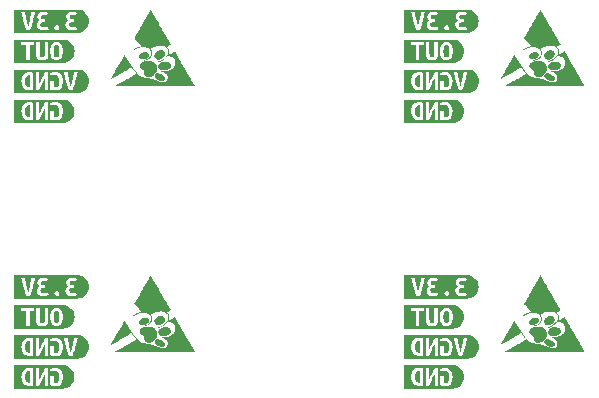
<source format=gbr>
%TF.GenerationSoftware,KiCad,Pcbnew,8.0.8-8.0.8-0~ubuntu24.04.1*%
%TF.CreationDate,2025-02-18T11:08:38+01:00*%
%TF.ProjectId,SPU0410LR5H_panel,53505530-3431-4304-9c52-35485f70616e,rev?*%
%TF.SameCoordinates,Original*%
%TF.FileFunction,Legend,Bot*%
%TF.FilePolarity,Positive*%
%FSLAX46Y46*%
G04 Gerber Fmt 4.6, Leading zero omitted, Abs format (unit mm)*
G04 Created by KiCad (PCBNEW 8.0.8-8.0.8-0~ubuntu24.04.1) date 2025-02-18 11:08:38*
%MOMM*%
%LPD*%
G01*
G04 APERTURE LIST*
%ADD10C,0.000000*%
G04 APERTURE END LIST*
D10*
%TO.C,kibuzzard-670AB201*%
G36*
X85251717Y-46977771D02*
G01*
X85323203Y-47090452D01*
X85357129Y-47256446D01*
X85363490Y-47354588D01*
X85365610Y-47460000D01*
X85363490Y-47565715D01*
X85357129Y-47664766D01*
X85323203Y-47830759D01*
X85251717Y-47942229D01*
X85128131Y-47983425D01*
X85005756Y-47942229D01*
X84933058Y-47829548D01*
X84899132Y-47663554D01*
X84892771Y-47565412D01*
X84890651Y-47460000D01*
X84892771Y-47354285D01*
X84899132Y-47255234D01*
X84933058Y-47089241D01*
X85004544Y-46977771D01*
X85128131Y-46936575D01*
X85251717Y-46977771D01*
G37*
G36*
X85860816Y-46494267D02*
G01*
X86045530Y-46550300D01*
X86215764Y-46641291D01*
X86364975Y-46763745D01*
X86487429Y-46912956D01*
X86578421Y-47083190D01*
X86634453Y-47267904D01*
X86653373Y-47460000D01*
X86634453Y-47652096D01*
X86578421Y-47836810D01*
X86487429Y-48007044D01*
X86364975Y-48156255D01*
X86215764Y-48278709D01*
X86045530Y-48369700D01*
X85860816Y-48425733D01*
X85668720Y-48444653D01*
X85668518Y-48444653D01*
X85125707Y-48444653D01*
X83921345Y-48444653D01*
X82554625Y-48444653D01*
X82159633Y-48444653D01*
X81553817Y-48444653D01*
X81553817Y-46958384D01*
X82159633Y-46958384D01*
X82554625Y-46958384D01*
X82554625Y-48211212D01*
X82855110Y-48211212D01*
X82855110Y-47668401D01*
X83405190Y-47668401D01*
X83411248Y-47793199D01*
X83429423Y-47905880D01*
X83462743Y-48004628D01*
X83514237Y-48087625D01*
X83584512Y-48153962D01*
X83674173Y-48202730D01*
X83785643Y-48232718D01*
X83921345Y-48242714D01*
X84054928Y-48232718D01*
X84164883Y-48202730D01*
X84321184Y-48087625D01*
X84370861Y-48004628D01*
X84403575Y-47905880D01*
X84421749Y-47793199D01*
X84427807Y-47668401D01*
X84427807Y-47460000D01*
X84587743Y-47460000D01*
X84596527Y-47641972D01*
X84622880Y-47800166D01*
X84666802Y-47934581D01*
X84728292Y-48045218D01*
X84834916Y-48154938D01*
X84967387Y-48220770D01*
X85125707Y-48242714D01*
X85287931Y-48220770D01*
X85422422Y-48154938D01*
X85529181Y-48045218D01*
X85590141Y-47934581D01*
X85633684Y-47800166D01*
X85659810Y-47641972D01*
X85668518Y-47460000D01*
X85659582Y-47278028D01*
X85632775Y-47119834D01*
X85588096Y-46985419D01*
X85525546Y-46874782D01*
X85417845Y-46765062D01*
X85285373Y-46699230D01*
X85128131Y-46677286D01*
X84966041Y-46699230D01*
X84831954Y-46765062D01*
X84725869Y-46874782D01*
X84665439Y-46985419D01*
X84622274Y-47119834D01*
X84596376Y-47278028D01*
X84587743Y-47460000D01*
X84427807Y-47460000D01*
X84427807Y-46711212D01*
X84127323Y-46711212D01*
X84127323Y-47649015D01*
X84117630Y-47807738D01*
X84084916Y-47910727D01*
X84020699Y-47966462D01*
X83916499Y-47983425D01*
X83812299Y-47966462D01*
X83746870Y-47909515D01*
X83712945Y-47805315D01*
X83703252Y-47646591D01*
X83703252Y-46711212D01*
X83405190Y-46711212D01*
X83405190Y-47668401D01*
X82855110Y-47668401D01*
X82855110Y-46958384D01*
X83250101Y-46958384D01*
X83250101Y-46711212D01*
X82159633Y-46711212D01*
X82159633Y-46958384D01*
X81553817Y-46958384D01*
X81553817Y-46475347D01*
X82159633Y-46475347D01*
X85668518Y-46475347D01*
X85668720Y-46475347D01*
X85860816Y-46494267D01*
G37*
%TO.C,kibuzzard-670AB1F3*%
G36*
X115833300Y-26994750D02*
G01*
X115876918Y-27000808D01*
X115876918Y-28008885D01*
X115850263Y-28011309D01*
X115823607Y-28011309D01*
X115652767Y-27972536D01*
X115541297Y-27865913D01*
X115480715Y-27704766D01*
X115467084Y-27606926D01*
X115462540Y-27500000D01*
X115477080Y-27310985D01*
X115527969Y-27148627D01*
X115627322Y-27035945D01*
X115789681Y-26993538D01*
X115833300Y-26994750D01*
G37*
G36*
X120101527Y-26534267D02*
G01*
X120286241Y-26590300D01*
X120456474Y-26681291D01*
X120605685Y-26803745D01*
X120728139Y-26952956D01*
X120819131Y-27123190D01*
X120875163Y-27307904D01*
X120894083Y-27500000D01*
X120875163Y-27692096D01*
X120819131Y-27876810D01*
X120728139Y-28047044D01*
X120605685Y-28196255D01*
X120456474Y-28318709D01*
X120286241Y-28409700D01*
X120101527Y-28465733D01*
X119909431Y-28484653D01*
X119909229Y-28484653D01*
X119490004Y-28484653D01*
X118050586Y-28484653D01*
X116657209Y-28484653D01*
X115855109Y-28484653D01*
X115159633Y-28484653D01*
X114553817Y-28484653D01*
X114553817Y-27500000D01*
X115159633Y-27500000D01*
X115172658Y-27692952D01*
X115211733Y-27855008D01*
X115273829Y-27987985D01*
X115355917Y-28093700D01*
X115456785Y-28173364D01*
X115575222Y-28228191D01*
X115708805Y-28259996D01*
X115855109Y-28270598D01*
X116011410Y-28262116D01*
X116075413Y-28251212D01*
X116417306Y-28251212D01*
X116657209Y-28251212D01*
X116727080Y-28084949D01*
X116800990Y-27918955D01*
X116878938Y-27753231D01*
X116960925Y-27587507D01*
X117046951Y-27421513D01*
X117137015Y-27255250D01*
X117137015Y-28251212D01*
X117405998Y-28251212D01*
X117405998Y-26826333D01*
X117604705Y-26826333D01*
X117682250Y-27063813D01*
X117813106Y-27003231D01*
X117973041Y-26976575D01*
X118152363Y-27015347D01*
X118272314Y-27123183D01*
X118340166Y-27287964D01*
X118355614Y-27388833D01*
X118360763Y-27500000D01*
X118351340Y-27663570D01*
X118323068Y-27795638D01*
X118275949Y-27896204D01*
X118171143Y-27991620D01*
X118026353Y-28023425D01*
X117968195Y-28021002D01*
X117910036Y-28013732D01*
X117910036Y-27466074D01*
X117611975Y-27466074D01*
X117611975Y-28214863D01*
X117777969Y-28258481D01*
X117902464Y-28276656D01*
X118050586Y-28282714D01*
X118184168Y-28270295D01*
X118303817Y-28233037D01*
X118408320Y-28171244D01*
X118496466Y-28085218D01*
X118567347Y-27974960D01*
X118620053Y-27840468D01*
X118652767Y-27682048D01*
X118663671Y-27500000D01*
X118650949Y-27319770D01*
X118612783Y-27161955D01*
X118552807Y-27027161D01*
X118474657Y-26915994D01*
X118379544Y-26829059D01*
X118268679Y-26766963D01*
X118216689Y-26751212D01*
X118758179Y-26751212D01*
X118790590Y-26905089D01*
X118829665Y-27075929D01*
X118875101Y-27259794D01*
X118926595Y-27452746D01*
X118964156Y-27585218D01*
X119004140Y-27719305D01*
X119046547Y-27855008D01*
X119090704Y-27990038D01*
X119135938Y-28122106D01*
X119182250Y-28251212D01*
X119490004Y-28251212D01*
X119549980Y-28073102D01*
X119613591Y-27873183D01*
X119656402Y-27732768D01*
X119697597Y-27592623D01*
X119737177Y-27452746D01*
X119774603Y-27315563D01*
X119809336Y-27183495D01*
X119841377Y-27056543D01*
X119881361Y-26886914D01*
X119909229Y-26751212D01*
X119594204Y-26751212D01*
X119576030Y-26876918D01*
X119550586Y-27021405D01*
X119519992Y-27177706D01*
X119486369Y-27338853D01*
X119450020Y-27501212D01*
X119411248Y-27661147D01*
X119371567Y-27811692D01*
X119332492Y-27945880D01*
X119293720Y-27813510D01*
X119254948Y-27663570D01*
X119217387Y-27503635D01*
X119182250Y-27341276D01*
X119149536Y-27179826D01*
X119119245Y-27022617D01*
X119092589Y-26877221D01*
X119070780Y-26751212D01*
X118758179Y-26751212D01*
X118216689Y-26751212D01*
X118145699Y-26729705D01*
X118014237Y-26717286D01*
X117857936Y-26730614D01*
X117737985Y-26760905D01*
X117654382Y-26797254D01*
X117604705Y-26826333D01*
X117405998Y-26826333D01*
X117405998Y-26751212D01*
X117166095Y-26751212D01*
X117098243Y-26862379D01*
X117030392Y-26982633D01*
X116963449Y-27107128D01*
X116898324Y-27231018D01*
X116836531Y-27352787D01*
X116779584Y-27470921D01*
X116728998Y-27579968D01*
X116686288Y-27674475D01*
X116686288Y-26751212D01*
X116417306Y-26751212D01*
X116417306Y-28251212D01*
X116075413Y-28251212D01*
X116174980Y-28234249D01*
X116174980Y-26770598D01*
X115983542Y-26741519D01*
X115816337Y-26734249D01*
X115674879Y-26745153D01*
X115546143Y-26777868D01*
X115433158Y-26833905D01*
X115338954Y-26914782D01*
X115263530Y-27020800D01*
X115206886Y-27152262D01*
X115171446Y-27311288D01*
X115159633Y-27500000D01*
X114553817Y-27500000D01*
X114553817Y-26515347D01*
X115159633Y-26515347D01*
X119909229Y-26515347D01*
X119909431Y-26515347D01*
X120101527Y-26534267D01*
G37*
%TO.C,kibuzzard-670AB1E7*%
G36*
X82833300Y-29534750D02*
G01*
X82876919Y-29540808D01*
X82876919Y-30548885D01*
X82850263Y-30551309D01*
X82823607Y-30551309D01*
X82652767Y-30512536D01*
X82541297Y-30405913D01*
X82480716Y-30244766D01*
X82467085Y-30146926D01*
X82462541Y-30040000D01*
X82477081Y-29850985D01*
X82527969Y-29688627D01*
X82627323Y-29575945D01*
X82789682Y-29533538D01*
X82833300Y-29534750D01*
G37*
G36*
X85855970Y-29074267D02*
G01*
X86040684Y-29130300D01*
X86210918Y-29221291D01*
X86360129Y-29343745D01*
X86482583Y-29492956D01*
X86573574Y-29663190D01*
X86629607Y-29847904D01*
X86648527Y-30040000D01*
X86629607Y-30232096D01*
X86573574Y-30416810D01*
X86482583Y-30587044D01*
X86360129Y-30736255D01*
X86210918Y-30858709D01*
X86040684Y-30949700D01*
X85855970Y-31005733D01*
X85663874Y-31024653D01*
X85663672Y-31024653D01*
X85050586Y-31024653D01*
X83657210Y-31024653D01*
X82855110Y-31024653D01*
X82159633Y-31024653D01*
X81553817Y-31024653D01*
X81553817Y-30040000D01*
X82159633Y-30040000D01*
X82172658Y-30232952D01*
X82211733Y-30395008D01*
X82273830Y-30527985D01*
X82355918Y-30633700D01*
X82456786Y-30713364D01*
X82575223Y-30768191D01*
X82708805Y-30799996D01*
X82855110Y-30810598D01*
X83011410Y-30802116D01*
X83075413Y-30791212D01*
X83417307Y-30791212D01*
X83657210Y-30791212D01*
X83727081Y-30624949D01*
X83800990Y-30458955D01*
X83878939Y-30293231D01*
X83960926Y-30127507D01*
X84046951Y-29961513D01*
X84137016Y-29795250D01*
X84137016Y-30791212D01*
X84405998Y-30791212D01*
X84405998Y-29366333D01*
X84604706Y-29366333D01*
X84682250Y-29603813D01*
X84813107Y-29543231D01*
X84973042Y-29516575D01*
X85152363Y-29555347D01*
X85272315Y-29663183D01*
X85340166Y-29827964D01*
X85355615Y-29928833D01*
X85360764Y-30040000D01*
X85351340Y-30203570D01*
X85323069Y-30335638D01*
X85275950Y-30436204D01*
X85171144Y-30531620D01*
X85026354Y-30563425D01*
X84968195Y-30561002D01*
X84910037Y-30553732D01*
X84910037Y-30006074D01*
X84611976Y-30006074D01*
X84611976Y-30754863D01*
X84777969Y-30798481D01*
X84902464Y-30816656D01*
X85050586Y-30822714D01*
X85184169Y-30810295D01*
X85303817Y-30773037D01*
X85408321Y-30711244D01*
X85496467Y-30625218D01*
X85567347Y-30514960D01*
X85620053Y-30380468D01*
X85652767Y-30222048D01*
X85663672Y-30040000D01*
X85650950Y-29859770D01*
X85612783Y-29701955D01*
X85552808Y-29567161D01*
X85474657Y-29455994D01*
X85379544Y-29369059D01*
X85268680Y-29306963D01*
X85145699Y-29269705D01*
X85014237Y-29257286D01*
X84857937Y-29270614D01*
X84737985Y-29300905D01*
X84654383Y-29337254D01*
X84604706Y-29366333D01*
X84405998Y-29366333D01*
X84405998Y-29291212D01*
X84166095Y-29291212D01*
X84098244Y-29402379D01*
X84030393Y-29522633D01*
X83963450Y-29647128D01*
X83898325Y-29771018D01*
X83836531Y-29892787D01*
X83779585Y-30010921D01*
X83728999Y-30119968D01*
X83686289Y-30214475D01*
X83686289Y-29291212D01*
X83417307Y-29291212D01*
X83417307Y-30791212D01*
X83075413Y-30791212D01*
X83174981Y-30774249D01*
X83174981Y-29310598D01*
X82983543Y-29281519D01*
X82816338Y-29274249D01*
X82674880Y-29285153D01*
X82546144Y-29317868D01*
X82433159Y-29373905D01*
X82338955Y-29454782D01*
X82263531Y-29560800D01*
X82206887Y-29692262D01*
X82171447Y-29851288D01*
X82159633Y-30040000D01*
X81553817Y-30040000D01*
X81553817Y-29055347D01*
X82159633Y-29055347D01*
X85663672Y-29055347D01*
X85663874Y-29055347D01*
X85855970Y-29074267D01*
G37*
%TO.C,kibuzzard-670AB1F3*%
G36*
X115833300Y-49494750D02*
G01*
X115876918Y-49500808D01*
X115876918Y-50508885D01*
X115850263Y-50511309D01*
X115823607Y-50511309D01*
X115652767Y-50472536D01*
X115541297Y-50365913D01*
X115480715Y-50204766D01*
X115467084Y-50106926D01*
X115462540Y-50000000D01*
X115477080Y-49810985D01*
X115527969Y-49648627D01*
X115627322Y-49535945D01*
X115789681Y-49493538D01*
X115833300Y-49494750D01*
G37*
G36*
X120101527Y-49034267D02*
G01*
X120286241Y-49090300D01*
X120456474Y-49181291D01*
X120605685Y-49303745D01*
X120728139Y-49452956D01*
X120819131Y-49623190D01*
X120875163Y-49807904D01*
X120894083Y-50000000D01*
X120875163Y-50192096D01*
X120819131Y-50376810D01*
X120728139Y-50547044D01*
X120605685Y-50696255D01*
X120456474Y-50818709D01*
X120286241Y-50909700D01*
X120101527Y-50965733D01*
X119909431Y-50984653D01*
X119909229Y-50984653D01*
X119490004Y-50984653D01*
X118050586Y-50984653D01*
X116657209Y-50984653D01*
X115855109Y-50984653D01*
X115159633Y-50984653D01*
X114553817Y-50984653D01*
X114553817Y-50000000D01*
X115159633Y-50000000D01*
X115172658Y-50192952D01*
X115211733Y-50355008D01*
X115273829Y-50487985D01*
X115355917Y-50593700D01*
X115456785Y-50673364D01*
X115575222Y-50728191D01*
X115708805Y-50759996D01*
X115855109Y-50770598D01*
X116011410Y-50762116D01*
X116075413Y-50751212D01*
X116417306Y-50751212D01*
X116657209Y-50751212D01*
X116727080Y-50584949D01*
X116800990Y-50418955D01*
X116878938Y-50253231D01*
X116960925Y-50087507D01*
X117046951Y-49921513D01*
X117137015Y-49755250D01*
X117137015Y-50751212D01*
X117405998Y-50751212D01*
X117405998Y-49326333D01*
X117604705Y-49326333D01*
X117682250Y-49563813D01*
X117813106Y-49503231D01*
X117973041Y-49476575D01*
X118152363Y-49515347D01*
X118272314Y-49623183D01*
X118340166Y-49787964D01*
X118355614Y-49888833D01*
X118360763Y-50000000D01*
X118351340Y-50163570D01*
X118323068Y-50295638D01*
X118275949Y-50396204D01*
X118171143Y-50491620D01*
X118026353Y-50523425D01*
X117968195Y-50521002D01*
X117910036Y-50513732D01*
X117910036Y-49966074D01*
X117611975Y-49966074D01*
X117611975Y-50714863D01*
X117777969Y-50758481D01*
X117902464Y-50776656D01*
X118050586Y-50782714D01*
X118184168Y-50770295D01*
X118303817Y-50733037D01*
X118408320Y-50671244D01*
X118496466Y-50585218D01*
X118567347Y-50474960D01*
X118620053Y-50340468D01*
X118652767Y-50182048D01*
X118663671Y-50000000D01*
X118650949Y-49819770D01*
X118612783Y-49661955D01*
X118552807Y-49527161D01*
X118474657Y-49415994D01*
X118379544Y-49329059D01*
X118268679Y-49266963D01*
X118216689Y-49251212D01*
X118758179Y-49251212D01*
X118790590Y-49405089D01*
X118829665Y-49575929D01*
X118875101Y-49759794D01*
X118926595Y-49952746D01*
X118964156Y-50085218D01*
X119004140Y-50219305D01*
X119046547Y-50355008D01*
X119090704Y-50490038D01*
X119135938Y-50622106D01*
X119182250Y-50751212D01*
X119490004Y-50751212D01*
X119549980Y-50573102D01*
X119613591Y-50373183D01*
X119656402Y-50232768D01*
X119697597Y-50092623D01*
X119737177Y-49952746D01*
X119774603Y-49815563D01*
X119809336Y-49683495D01*
X119841377Y-49556543D01*
X119881361Y-49386914D01*
X119909229Y-49251212D01*
X119594204Y-49251212D01*
X119576030Y-49376918D01*
X119550586Y-49521405D01*
X119519992Y-49677706D01*
X119486369Y-49838853D01*
X119450020Y-50001212D01*
X119411248Y-50161147D01*
X119371567Y-50311692D01*
X119332492Y-50445880D01*
X119293720Y-50313510D01*
X119254948Y-50163570D01*
X119217387Y-50003635D01*
X119182250Y-49841276D01*
X119149536Y-49679826D01*
X119119245Y-49522617D01*
X119092589Y-49377221D01*
X119070780Y-49251212D01*
X118758179Y-49251212D01*
X118216689Y-49251212D01*
X118145699Y-49229705D01*
X118014237Y-49217286D01*
X117857936Y-49230614D01*
X117737985Y-49260905D01*
X117654382Y-49297254D01*
X117604705Y-49326333D01*
X117405998Y-49326333D01*
X117405998Y-49251212D01*
X117166095Y-49251212D01*
X117098243Y-49362379D01*
X117030392Y-49482633D01*
X116963449Y-49607128D01*
X116898324Y-49731018D01*
X116836531Y-49852787D01*
X116779584Y-49970921D01*
X116728998Y-50079968D01*
X116686288Y-50174475D01*
X116686288Y-49251212D01*
X116417306Y-49251212D01*
X116417306Y-50751212D01*
X116075413Y-50751212D01*
X116174980Y-50734249D01*
X116174980Y-49270598D01*
X115983542Y-49241519D01*
X115816337Y-49234249D01*
X115674879Y-49245153D01*
X115546143Y-49277868D01*
X115433158Y-49333905D01*
X115338954Y-49414782D01*
X115263530Y-49520800D01*
X115206886Y-49652262D01*
X115171446Y-49811288D01*
X115159633Y-50000000D01*
X114553817Y-50000000D01*
X114553817Y-49015347D01*
X115159633Y-49015347D01*
X119909229Y-49015347D01*
X119909431Y-49015347D01*
X120101527Y-49034267D01*
G37*
G36*
X82833300Y-49494750D02*
G01*
X82876918Y-49500808D01*
X82876918Y-50508885D01*
X82850263Y-50511309D01*
X82823607Y-50511309D01*
X82652767Y-50472536D01*
X82541297Y-50365913D01*
X82480715Y-50204766D01*
X82467084Y-50106926D01*
X82462540Y-50000000D01*
X82477080Y-49810985D01*
X82527969Y-49648627D01*
X82627322Y-49535945D01*
X82789681Y-49493538D01*
X82833300Y-49494750D01*
G37*
G36*
X87101527Y-49034267D02*
G01*
X87286241Y-49090300D01*
X87456474Y-49181291D01*
X87605685Y-49303745D01*
X87728139Y-49452956D01*
X87819131Y-49623190D01*
X87875163Y-49807904D01*
X87894083Y-50000000D01*
X87875163Y-50192096D01*
X87819131Y-50376810D01*
X87728139Y-50547044D01*
X87605685Y-50696255D01*
X87456474Y-50818709D01*
X87286241Y-50909700D01*
X87101527Y-50965733D01*
X86909431Y-50984653D01*
X86909229Y-50984653D01*
X86490004Y-50984653D01*
X85050586Y-50984653D01*
X83657209Y-50984653D01*
X82855109Y-50984653D01*
X82159633Y-50984653D01*
X81553817Y-50984653D01*
X81553817Y-50000000D01*
X82159633Y-50000000D01*
X82172658Y-50192952D01*
X82211733Y-50355008D01*
X82273829Y-50487985D01*
X82355917Y-50593700D01*
X82456785Y-50673364D01*
X82575222Y-50728191D01*
X82708805Y-50759996D01*
X82855109Y-50770598D01*
X83011410Y-50762116D01*
X83075413Y-50751212D01*
X83417306Y-50751212D01*
X83657209Y-50751212D01*
X83727080Y-50584949D01*
X83800990Y-50418955D01*
X83878938Y-50253231D01*
X83960925Y-50087507D01*
X84046951Y-49921513D01*
X84137015Y-49755250D01*
X84137015Y-50751212D01*
X84405998Y-50751212D01*
X84405998Y-49326333D01*
X84604705Y-49326333D01*
X84682250Y-49563813D01*
X84813106Y-49503231D01*
X84973041Y-49476575D01*
X85152363Y-49515347D01*
X85272314Y-49623183D01*
X85340166Y-49787964D01*
X85355614Y-49888833D01*
X85360763Y-50000000D01*
X85351340Y-50163570D01*
X85323068Y-50295638D01*
X85275949Y-50396204D01*
X85171143Y-50491620D01*
X85026353Y-50523425D01*
X84968195Y-50521002D01*
X84910036Y-50513732D01*
X84910036Y-49966074D01*
X84611975Y-49966074D01*
X84611975Y-50714863D01*
X84777969Y-50758481D01*
X84902464Y-50776656D01*
X85050586Y-50782714D01*
X85184168Y-50770295D01*
X85303817Y-50733037D01*
X85408320Y-50671244D01*
X85496466Y-50585218D01*
X85567347Y-50474960D01*
X85620053Y-50340468D01*
X85652767Y-50182048D01*
X85663671Y-50000000D01*
X85650949Y-49819770D01*
X85612783Y-49661955D01*
X85552807Y-49527161D01*
X85474657Y-49415994D01*
X85379544Y-49329059D01*
X85268679Y-49266963D01*
X85216689Y-49251212D01*
X85758179Y-49251212D01*
X85790590Y-49405089D01*
X85829665Y-49575929D01*
X85875101Y-49759794D01*
X85926595Y-49952746D01*
X85964156Y-50085218D01*
X86004140Y-50219305D01*
X86046547Y-50355008D01*
X86090704Y-50490038D01*
X86135938Y-50622106D01*
X86182250Y-50751212D01*
X86490004Y-50751212D01*
X86549980Y-50573102D01*
X86613591Y-50373183D01*
X86656402Y-50232768D01*
X86697597Y-50092623D01*
X86737177Y-49952746D01*
X86774603Y-49815563D01*
X86809336Y-49683495D01*
X86841377Y-49556543D01*
X86881361Y-49386914D01*
X86909229Y-49251212D01*
X86594204Y-49251212D01*
X86576030Y-49376918D01*
X86550586Y-49521405D01*
X86519992Y-49677706D01*
X86486369Y-49838853D01*
X86450020Y-50001212D01*
X86411248Y-50161147D01*
X86371567Y-50311692D01*
X86332492Y-50445880D01*
X86293720Y-50313510D01*
X86254948Y-50163570D01*
X86217387Y-50003635D01*
X86182250Y-49841276D01*
X86149536Y-49679826D01*
X86119245Y-49522617D01*
X86092589Y-49377221D01*
X86070780Y-49251212D01*
X85758179Y-49251212D01*
X85216689Y-49251212D01*
X85145699Y-49229705D01*
X85014237Y-49217286D01*
X84857936Y-49230614D01*
X84737985Y-49260905D01*
X84654382Y-49297254D01*
X84604705Y-49326333D01*
X84405998Y-49326333D01*
X84405998Y-49251212D01*
X84166095Y-49251212D01*
X84098243Y-49362379D01*
X84030392Y-49482633D01*
X83963449Y-49607128D01*
X83898324Y-49731018D01*
X83836531Y-49852787D01*
X83779584Y-49970921D01*
X83728998Y-50079968D01*
X83686288Y-50174475D01*
X83686288Y-49251212D01*
X83417306Y-49251212D01*
X83417306Y-50751212D01*
X83075413Y-50751212D01*
X83174980Y-50734249D01*
X83174980Y-49270598D01*
X82983542Y-49241519D01*
X82816337Y-49234249D01*
X82674879Y-49245153D01*
X82546143Y-49277868D01*
X82433158Y-49333905D01*
X82338954Y-49414782D01*
X82263530Y-49520800D01*
X82206886Y-49652262D01*
X82171446Y-49811288D01*
X82159633Y-50000000D01*
X81553817Y-50000000D01*
X81553817Y-49015347D01*
X82159633Y-49015347D01*
X86909229Y-49015347D01*
X86909431Y-49015347D01*
X87101527Y-49034267D01*
G37*
%TO.C,kibuzzard-670AB20C*%
G36*
X87070025Y-43954267D02*
G01*
X87254739Y-44010300D01*
X87424972Y-44101291D01*
X87574183Y-44223745D01*
X87696637Y-44372956D01*
X87787629Y-44543190D01*
X87843661Y-44727904D01*
X87862581Y-44920000D01*
X87843661Y-45112096D01*
X87787629Y-45296810D01*
X87696637Y-45467044D01*
X87574183Y-45616255D01*
X87424972Y-45738709D01*
X87254739Y-45829700D01*
X87070025Y-45885733D01*
X86877928Y-45904653D01*
X86877726Y-45904653D01*
X86460925Y-45904653D01*
X85157210Y-45904653D01*
X84037662Y-45904653D01*
X82891458Y-45904653D01*
X82159633Y-45904653D01*
X81553817Y-45904653D01*
X81553817Y-44171212D01*
X82159633Y-44171212D01*
X82192044Y-44325089D01*
X82231119Y-44495929D01*
X82276555Y-44679794D01*
X82328050Y-44872746D01*
X82365610Y-45005218D01*
X82405594Y-45139305D01*
X82448001Y-45275008D01*
X82492158Y-45410038D01*
X82537393Y-45542106D01*
X82583704Y-45671212D01*
X82891458Y-45671212D01*
X82951434Y-45493102D01*
X83015045Y-45293183D01*
X83035732Y-45225331D01*
X83460925Y-45225331D01*
X83494851Y-45416769D01*
X83599051Y-45568223D01*
X83679019Y-45625170D01*
X83778373Y-45667577D01*
X83897718Y-45693930D01*
X84037662Y-45702714D01*
X84155190Y-45694233D01*
X84273930Y-45673635D01*
X84379342Y-45646979D01*
X84454463Y-45620323D01*
X84421714Y-45479774D01*
X84941539Y-45479774D01*
X85006967Y-45642132D01*
X85157210Y-45697868D01*
X85239600Y-45683328D01*
X85308663Y-45640921D01*
X85357129Y-45573069D01*
X85375303Y-45479774D01*
X85357129Y-45388901D01*
X85308663Y-45322262D01*
X85239600Y-45281066D01*
X85157210Y-45266527D01*
X85006967Y-45322262D01*
X84941539Y-45479774D01*
X84421714Y-45479774D01*
X84396305Y-45370727D01*
X84252121Y-45421616D01*
X84154887Y-45441607D01*
X84040085Y-45448271D01*
X83910138Y-45431914D01*
X83825626Y-45382843D01*
X83765677Y-45225331D01*
X85884188Y-45225331D01*
X85918114Y-45416769D01*
X86022315Y-45568223D01*
X86102282Y-45625170D01*
X86201636Y-45667577D01*
X86320982Y-45693930D01*
X86460925Y-45702714D01*
X86578453Y-45694233D01*
X86697193Y-45673635D01*
X86802605Y-45646979D01*
X86877726Y-45620323D01*
X86819568Y-45370727D01*
X86675384Y-45421616D01*
X86578151Y-45441607D01*
X86463348Y-45448271D01*
X86333401Y-45431914D01*
X86248890Y-45382843D01*
X86187096Y-45220485D01*
X86210723Y-45119616D01*
X86281604Y-45054491D01*
X86388833Y-45019051D01*
X86521507Y-45007237D01*
X86613591Y-45007237D01*
X86613591Y-44760065D01*
X86502121Y-44760065D01*
X86410037Y-44750372D01*
X86327646Y-44718869D01*
X86268276Y-44660711D01*
X86245255Y-44568627D01*
X86294932Y-44438982D01*
X86431846Y-44391729D01*
X86600263Y-44419596D01*
X86744447Y-44488659D01*
X86851071Y-44270565D01*
X86677807Y-44182116D01*
X86563005Y-44148494D01*
X86434269Y-44137286D01*
X86316438Y-44145162D01*
X86214964Y-44168788D01*
X86061087Y-44257237D01*
X85971426Y-44391729D01*
X85942347Y-44558934D01*
X85993235Y-44730985D01*
X86128938Y-44856995D01*
X86025646Y-44916971D01*
X85948405Y-44999968D01*
X85900243Y-45103562D01*
X85884188Y-45225331D01*
X83765677Y-45225331D01*
X83763833Y-45220485D01*
X83787460Y-45119616D01*
X83858340Y-45054491D01*
X83965570Y-45019051D01*
X84098243Y-45007237D01*
X84190327Y-45007237D01*
X84190327Y-44760065D01*
X84078857Y-44760065D01*
X83986773Y-44750372D01*
X83904382Y-44718869D01*
X83845012Y-44660711D01*
X83821991Y-44568627D01*
X83871668Y-44438982D01*
X84008583Y-44391729D01*
X84176999Y-44419596D01*
X84321184Y-44488659D01*
X84427807Y-44270565D01*
X84254544Y-44182116D01*
X84139742Y-44148494D01*
X84011006Y-44137286D01*
X83893175Y-44145162D01*
X83791701Y-44168788D01*
X83637823Y-44257237D01*
X83548163Y-44391729D01*
X83519083Y-44558934D01*
X83569972Y-44730985D01*
X83705675Y-44856995D01*
X83602383Y-44916971D01*
X83525142Y-44999968D01*
X83476979Y-45103562D01*
X83460925Y-45225331D01*
X83035732Y-45225331D01*
X83057856Y-45152768D01*
X83099051Y-45012623D01*
X83138631Y-44872746D01*
X83176057Y-44735563D01*
X83210791Y-44603495D01*
X83242831Y-44476543D01*
X83282815Y-44306914D01*
X83310683Y-44171212D01*
X82995659Y-44171212D01*
X82977484Y-44296918D01*
X82952040Y-44441405D01*
X82921446Y-44597706D01*
X82887823Y-44758853D01*
X82851474Y-44921212D01*
X82812702Y-45081147D01*
X82773021Y-45231692D01*
X82733946Y-45365880D01*
X82695174Y-45233510D01*
X82656402Y-45083570D01*
X82618841Y-44923635D01*
X82583704Y-44761276D01*
X82550990Y-44599826D01*
X82520699Y-44442617D01*
X82494043Y-44297221D01*
X82472234Y-44171212D01*
X82159633Y-44171212D01*
X81553817Y-44171212D01*
X81553817Y-43935347D01*
X82159633Y-43935347D01*
X86877726Y-43935347D01*
X86877928Y-43935347D01*
X87070025Y-43954267D01*
G37*
%TO.C,kibuzzard-670AB201*%
G36*
X118251717Y-24477771D02*
G01*
X118323203Y-24590452D01*
X118357129Y-24756446D01*
X118363490Y-24854588D01*
X118365610Y-24960000D01*
X118363490Y-25065715D01*
X118357129Y-25164766D01*
X118323203Y-25330759D01*
X118251717Y-25442229D01*
X118128131Y-25483425D01*
X118005756Y-25442229D01*
X117933058Y-25329548D01*
X117899132Y-25163554D01*
X117892771Y-25065412D01*
X117890651Y-24960000D01*
X117892771Y-24854285D01*
X117899132Y-24755234D01*
X117933058Y-24589241D01*
X118004544Y-24477771D01*
X118128131Y-24436575D01*
X118251717Y-24477771D01*
G37*
G36*
X118860816Y-23994267D02*
G01*
X119045530Y-24050300D01*
X119215764Y-24141291D01*
X119364975Y-24263745D01*
X119487429Y-24412956D01*
X119578421Y-24583190D01*
X119634453Y-24767904D01*
X119653373Y-24960000D01*
X119634453Y-25152096D01*
X119578421Y-25336810D01*
X119487429Y-25507044D01*
X119364975Y-25656255D01*
X119215764Y-25778709D01*
X119045530Y-25869700D01*
X118860816Y-25925733D01*
X118668720Y-25944653D01*
X118668518Y-25944653D01*
X118125707Y-25944653D01*
X116921345Y-25944653D01*
X115554625Y-25944653D01*
X115159633Y-25944653D01*
X114553817Y-25944653D01*
X114553817Y-24458384D01*
X115159633Y-24458384D01*
X115554625Y-24458384D01*
X115554625Y-25711212D01*
X115855110Y-25711212D01*
X115855110Y-25168401D01*
X116405190Y-25168401D01*
X116411248Y-25293199D01*
X116429423Y-25405880D01*
X116462743Y-25504628D01*
X116514237Y-25587625D01*
X116584512Y-25653962D01*
X116674173Y-25702730D01*
X116785643Y-25732718D01*
X116921345Y-25742714D01*
X117054928Y-25732718D01*
X117164883Y-25702730D01*
X117321184Y-25587625D01*
X117370861Y-25504628D01*
X117403575Y-25405880D01*
X117421749Y-25293199D01*
X117427807Y-25168401D01*
X117427807Y-24960000D01*
X117587743Y-24960000D01*
X117596527Y-25141972D01*
X117622880Y-25300166D01*
X117666802Y-25434581D01*
X117728292Y-25545218D01*
X117834916Y-25654938D01*
X117967387Y-25720770D01*
X118125707Y-25742714D01*
X118287931Y-25720770D01*
X118422422Y-25654938D01*
X118529181Y-25545218D01*
X118590141Y-25434581D01*
X118633684Y-25300166D01*
X118659810Y-25141972D01*
X118668518Y-24960000D01*
X118659582Y-24778028D01*
X118632775Y-24619834D01*
X118588096Y-24485419D01*
X118525546Y-24374782D01*
X118417845Y-24265062D01*
X118285373Y-24199230D01*
X118128131Y-24177286D01*
X117966041Y-24199230D01*
X117831954Y-24265062D01*
X117725869Y-24374782D01*
X117665439Y-24485419D01*
X117622274Y-24619834D01*
X117596376Y-24778028D01*
X117587743Y-24960000D01*
X117427807Y-24960000D01*
X117427807Y-24211212D01*
X117127323Y-24211212D01*
X117127323Y-25149015D01*
X117117630Y-25307738D01*
X117084916Y-25410727D01*
X117020699Y-25466462D01*
X116916499Y-25483425D01*
X116812299Y-25466462D01*
X116746870Y-25409515D01*
X116712945Y-25305315D01*
X116703252Y-25146591D01*
X116703252Y-24211212D01*
X116405190Y-24211212D01*
X116405190Y-25168401D01*
X115855110Y-25168401D01*
X115855110Y-24458384D01*
X116250101Y-24458384D01*
X116250101Y-24211212D01*
X115159633Y-24211212D01*
X115159633Y-24458384D01*
X114553817Y-24458384D01*
X114553817Y-23975347D01*
X115159633Y-23975347D01*
X118668518Y-23975347D01*
X118668720Y-23975347D01*
X118860816Y-23994267D01*
G37*
%TO.C,kibuzzard-670AB1E7*%
G36*
X115833300Y-52034750D02*
G01*
X115876919Y-52040808D01*
X115876919Y-53048885D01*
X115850263Y-53051309D01*
X115823607Y-53051309D01*
X115652767Y-53012536D01*
X115541297Y-52905913D01*
X115480716Y-52744766D01*
X115467085Y-52646926D01*
X115462541Y-52540000D01*
X115477081Y-52350985D01*
X115527969Y-52188627D01*
X115627323Y-52075945D01*
X115789682Y-52033538D01*
X115833300Y-52034750D01*
G37*
G36*
X118855970Y-51574267D02*
G01*
X119040684Y-51630300D01*
X119210918Y-51721291D01*
X119360129Y-51843745D01*
X119482583Y-51992956D01*
X119573574Y-52163190D01*
X119629607Y-52347904D01*
X119648527Y-52540000D01*
X119629607Y-52732096D01*
X119573574Y-52916810D01*
X119482583Y-53087044D01*
X119360129Y-53236255D01*
X119210918Y-53358709D01*
X119040684Y-53449700D01*
X118855970Y-53505733D01*
X118663874Y-53524653D01*
X118663672Y-53524653D01*
X118050586Y-53524653D01*
X116657210Y-53524653D01*
X115855110Y-53524653D01*
X115159633Y-53524653D01*
X114553817Y-53524653D01*
X114553817Y-52540000D01*
X115159633Y-52540000D01*
X115172658Y-52732952D01*
X115211733Y-52895008D01*
X115273830Y-53027985D01*
X115355918Y-53133700D01*
X115456786Y-53213364D01*
X115575223Y-53268191D01*
X115708805Y-53299996D01*
X115855110Y-53310598D01*
X116011410Y-53302116D01*
X116075413Y-53291212D01*
X116417307Y-53291212D01*
X116657210Y-53291212D01*
X116727081Y-53124949D01*
X116800990Y-52958955D01*
X116878939Y-52793231D01*
X116960926Y-52627507D01*
X117046951Y-52461513D01*
X117137016Y-52295250D01*
X117137016Y-53291212D01*
X117405998Y-53291212D01*
X117405998Y-51866333D01*
X117604706Y-51866333D01*
X117682250Y-52103813D01*
X117813107Y-52043231D01*
X117973042Y-52016575D01*
X118152363Y-52055347D01*
X118272315Y-52163183D01*
X118340166Y-52327964D01*
X118355615Y-52428833D01*
X118360764Y-52540000D01*
X118351340Y-52703570D01*
X118323069Y-52835638D01*
X118275950Y-52936204D01*
X118171144Y-53031620D01*
X118026354Y-53063425D01*
X117968195Y-53061002D01*
X117910037Y-53053732D01*
X117910037Y-52506074D01*
X117611976Y-52506074D01*
X117611976Y-53254863D01*
X117777969Y-53298481D01*
X117902464Y-53316656D01*
X118050586Y-53322714D01*
X118184169Y-53310295D01*
X118303817Y-53273037D01*
X118408321Y-53211244D01*
X118496467Y-53125218D01*
X118567347Y-53014960D01*
X118620053Y-52880468D01*
X118652767Y-52722048D01*
X118663672Y-52540000D01*
X118650950Y-52359770D01*
X118612783Y-52201955D01*
X118552808Y-52067161D01*
X118474657Y-51955994D01*
X118379544Y-51869059D01*
X118268680Y-51806963D01*
X118145699Y-51769705D01*
X118014237Y-51757286D01*
X117857937Y-51770614D01*
X117737985Y-51800905D01*
X117654383Y-51837254D01*
X117604706Y-51866333D01*
X117405998Y-51866333D01*
X117405998Y-51791212D01*
X117166095Y-51791212D01*
X117098244Y-51902379D01*
X117030393Y-52022633D01*
X116963450Y-52147128D01*
X116898325Y-52271018D01*
X116836531Y-52392787D01*
X116779585Y-52510921D01*
X116728999Y-52619968D01*
X116686289Y-52714475D01*
X116686289Y-51791212D01*
X116417307Y-51791212D01*
X116417307Y-53291212D01*
X116075413Y-53291212D01*
X116174981Y-53274249D01*
X116174981Y-51810598D01*
X115983543Y-51781519D01*
X115816338Y-51774249D01*
X115674880Y-51785153D01*
X115546144Y-51817868D01*
X115433159Y-51873905D01*
X115338955Y-51954782D01*
X115263531Y-52060800D01*
X115206887Y-52192262D01*
X115171447Y-52351288D01*
X115159633Y-52540000D01*
X114553817Y-52540000D01*
X114553817Y-51555347D01*
X115159633Y-51555347D01*
X118663672Y-51555347D01*
X118663874Y-51555347D01*
X118855970Y-51574267D01*
G37*
%TO.C,kibuzzard-670AB20C*%
G36*
X120070025Y-21454267D02*
G01*
X120254739Y-21510300D01*
X120424972Y-21601291D01*
X120574183Y-21723745D01*
X120696637Y-21872956D01*
X120787629Y-22043190D01*
X120843661Y-22227904D01*
X120862581Y-22420000D01*
X120843661Y-22612096D01*
X120787629Y-22796810D01*
X120696637Y-22967044D01*
X120574183Y-23116255D01*
X120424972Y-23238709D01*
X120254739Y-23329700D01*
X120070025Y-23385733D01*
X119877928Y-23404653D01*
X119877726Y-23404653D01*
X119460925Y-23404653D01*
X118157210Y-23404653D01*
X117037662Y-23404653D01*
X115891458Y-23404653D01*
X115159633Y-23404653D01*
X114553817Y-23404653D01*
X114553817Y-21671212D01*
X115159633Y-21671212D01*
X115192044Y-21825089D01*
X115231119Y-21995929D01*
X115276555Y-22179794D01*
X115328050Y-22372746D01*
X115365610Y-22505218D01*
X115405594Y-22639305D01*
X115448001Y-22775008D01*
X115492158Y-22910038D01*
X115537393Y-23042106D01*
X115583704Y-23171212D01*
X115891458Y-23171212D01*
X115951434Y-22993102D01*
X116015045Y-22793183D01*
X116035732Y-22725331D01*
X116460925Y-22725331D01*
X116494851Y-22916769D01*
X116599051Y-23068223D01*
X116679019Y-23125170D01*
X116778373Y-23167577D01*
X116897718Y-23193930D01*
X117037662Y-23202714D01*
X117155190Y-23194233D01*
X117273930Y-23173635D01*
X117379342Y-23146979D01*
X117454463Y-23120323D01*
X117421714Y-22979774D01*
X117941539Y-22979774D01*
X118006967Y-23142132D01*
X118157210Y-23197868D01*
X118239600Y-23183328D01*
X118308663Y-23140921D01*
X118357129Y-23073069D01*
X118375303Y-22979774D01*
X118357129Y-22888901D01*
X118308663Y-22822262D01*
X118239600Y-22781066D01*
X118157210Y-22766527D01*
X118006967Y-22822262D01*
X117941539Y-22979774D01*
X117421714Y-22979774D01*
X117396305Y-22870727D01*
X117252121Y-22921616D01*
X117154887Y-22941607D01*
X117040085Y-22948271D01*
X116910138Y-22931914D01*
X116825626Y-22882843D01*
X116765677Y-22725331D01*
X118884188Y-22725331D01*
X118918114Y-22916769D01*
X119022315Y-23068223D01*
X119102282Y-23125170D01*
X119201636Y-23167577D01*
X119320982Y-23193930D01*
X119460925Y-23202714D01*
X119578453Y-23194233D01*
X119697193Y-23173635D01*
X119802605Y-23146979D01*
X119877726Y-23120323D01*
X119819568Y-22870727D01*
X119675384Y-22921616D01*
X119578151Y-22941607D01*
X119463348Y-22948271D01*
X119333401Y-22931914D01*
X119248890Y-22882843D01*
X119187096Y-22720485D01*
X119210723Y-22619616D01*
X119281604Y-22554491D01*
X119388833Y-22519051D01*
X119521507Y-22507237D01*
X119613591Y-22507237D01*
X119613591Y-22260065D01*
X119502121Y-22260065D01*
X119410037Y-22250372D01*
X119327646Y-22218869D01*
X119268276Y-22160711D01*
X119245255Y-22068627D01*
X119294932Y-21938982D01*
X119431846Y-21891729D01*
X119600263Y-21919596D01*
X119744447Y-21988659D01*
X119851071Y-21770565D01*
X119677807Y-21682116D01*
X119563005Y-21648494D01*
X119434269Y-21637286D01*
X119316438Y-21645162D01*
X119214964Y-21668788D01*
X119061087Y-21757237D01*
X118971426Y-21891729D01*
X118942347Y-22058934D01*
X118993235Y-22230985D01*
X119128938Y-22356995D01*
X119025646Y-22416971D01*
X118948405Y-22499968D01*
X118900243Y-22603562D01*
X118884188Y-22725331D01*
X116765677Y-22725331D01*
X116763833Y-22720485D01*
X116787460Y-22619616D01*
X116858340Y-22554491D01*
X116965570Y-22519051D01*
X117098243Y-22507237D01*
X117190327Y-22507237D01*
X117190327Y-22260065D01*
X117078857Y-22260065D01*
X116986773Y-22250372D01*
X116904382Y-22218869D01*
X116845012Y-22160711D01*
X116821991Y-22068627D01*
X116871668Y-21938982D01*
X117008583Y-21891729D01*
X117176999Y-21919596D01*
X117321184Y-21988659D01*
X117427807Y-21770565D01*
X117254544Y-21682116D01*
X117139742Y-21648494D01*
X117011006Y-21637286D01*
X116893175Y-21645162D01*
X116791701Y-21668788D01*
X116637823Y-21757237D01*
X116548163Y-21891729D01*
X116519083Y-22058934D01*
X116569972Y-22230985D01*
X116705675Y-22356995D01*
X116602383Y-22416971D01*
X116525142Y-22499968D01*
X116476979Y-22603562D01*
X116460925Y-22725331D01*
X116035732Y-22725331D01*
X116057856Y-22652768D01*
X116099051Y-22512623D01*
X116138631Y-22372746D01*
X116176057Y-22235563D01*
X116210791Y-22103495D01*
X116242831Y-21976543D01*
X116282815Y-21806914D01*
X116310683Y-21671212D01*
X115995659Y-21671212D01*
X115977484Y-21796918D01*
X115952040Y-21941405D01*
X115921446Y-22097706D01*
X115887823Y-22258853D01*
X115851474Y-22421212D01*
X115812702Y-22581147D01*
X115773021Y-22731692D01*
X115733946Y-22865880D01*
X115695174Y-22733510D01*
X115656402Y-22583570D01*
X115618841Y-22423635D01*
X115583704Y-22261276D01*
X115550990Y-22099826D01*
X115520699Y-21942617D01*
X115494043Y-21797221D01*
X115472234Y-21671212D01*
X115159633Y-21671212D01*
X114553817Y-21671212D01*
X114553817Y-21435347D01*
X115159633Y-21435347D01*
X119877726Y-21435347D01*
X119877928Y-21435347D01*
X120070025Y-21454267D01*
G37*
%TO.C,kibuzzard-670AB1F3*%
G36*
X82833300Y-26994750D02*
G01*
X82876918Y-27000808D01*
X82876918Y-28008885D01*
X82850263Y-28011309D01*
X82823607Y-28011309D01*
X82652767Y-27972536D01*
X82541297Y-27865913D01*
X82480715Y-27704766D01*
X82467084Y-27606926D01*
X82462540Y-27500000D01*
X82477080Y-27310985D01*
X82527969Y-27148627D01*
X82627322Y-27035945D01*
X82789681Y-26993538D01*
X82833300Y-26994750D01*
G37*
G36*
X87101527Y-26534267D02*
G01*
X87286241Y-26590300D01*
X87456474Y-26681291D01*
X87605685Y-26803745D01*
X87728139Y-26952956D01*
X87819131Y-27123190D01*
X87875163Y-27307904D01*
X87894083Y-27500000D01*
X87875163Y-27692096D01*
X87819131Y-27876810D01*
X87728139Y-28047044D01*
X87605685Y-28196255D01*
X87456474Y-28318709D01*
X87286241Y-28409700D01*
X87101527Y-28465733D01*
X86909431Y-28484653D01*
X86909229Y-28484653D01*
X86490004Y-28484653D01*
X85050586Y-28484653D01*
X83657209Y-28484653D01*
X82855109Y-28484653D01*
X82159633Y-28484653D01*
X81553817Y-28484653D01*
X81553817Y-27500000D01*
X82159633Y-27500000D01*
X82172658Y-27692952D01*
X82211733Y-27855008D01*
X82273829Y-27987985D01*
X82355917Y-28093700D01*
X82456785Y-28173364D01*
X82575222Y-28228191D01*
X82708805Y-28259996D01*
X82855109Y-28270598D01*
X83011410Y-28262116D01*
X83075413Y-28251212D01*
X83417306Y-28251212D01*
X83657209Y-28251212D01*
X83727080Y-28084949D01*
X83800990Y-27918955D01*
X83878938Y-27753231D01*
X83960925Y-27587507D01*
X84046951Y-27421513D01*
X84137015Y-27255250D01*
X84137015Y-28251212D01*
X84405998Y-28251212D01*
X84405998Y-26826333D01*
X84604705Y-26826333D01*
X84682250Y-27063813D01*
X84813106Y-27003231D01*
X84973041Y-26976575D01*
X85152363Y-27015347D01*
X85272314Y-27123183D01*
X85340166Y-27287964D01*
X85355614Y-27388833D01*
X85360763Y-27500000D01*
X85351340Y-27663570D01*
X85323068Y-27795638D01*
X85275949Y-27896204D01*
X85171143Y-27991620D01*
X85026353Y-28023425D01*
X84968195Y-28021002D01*
X84910036Y-28013732D01*
X84910036Y-27466074D01*
X84611975Y-27466074D01*
X84611975Y-28214863D01*
X84777969Y-28258481D01*
X84902464Y-28276656D01*
X85050586Y-28282714D01*
X85184168Y-28270295D01*
X85303817Y-28233037D01*
X85408320Y-28171244D01*
X85496466Y-28085218D01*
X85567347Y-27974960D01*
X85620053Y-27840468D01*
X85652767Y-27682048D01*
X85663671Y-27500000D01*
X85650949Y-27319770D01*
X85612783Y-27161955D01*
X85552807Y-27027161D01*
X85474657Y-26915994D01*
X85379544Y-26829059D01*
X85268679Y-26766963D01*
X85216689Y-26751212D01*
X85758179Y-26751212D01*
X85790590Y-26905089D01*
X85829665Y-27075929D01*
X85875101Y-27259794D01*
X85926595Y-27452746D01*
X85964156Y-27585218D01*
X86004140Y-27719305D01*
X86046547Y-27855008D01*
X86090704Y-27990038D01*
X86135938Y-28122106D01*
X86182250Y-28251212D01*
X86490004Y-28251212D01*
X86549980Y-28073102D01*
X86613591Y-27873183D01*
X86656402Y-27732768D01*
X86697597Y-27592623D01*
X86737177Y-27452746D01*
X86774603Y-27315563D01*
X86809336Y-27183495D01*
X86841377Y-27056543D01*
X86881361Y-26886914D01*
X86909229Y-26751212D01*
X86594204Y-26751212D01*
X86576030Y-26876918D01*
X86550586Y-27021405D01*
X86519992Y-27177706D01*
X86486369Y-27338853D01*
X86450020Y-27501212D01*
X86411248Y-27661147D01*
X86371567Y-27811692D01*
X86332492Y-27945880D01*
X86293720Y-27813510D01*
X86254948Y-27663570D01*
X86217387Y-27503635D01*
X86182250Y-27341276D01*
X86149536Y-27179826D01*
X86119245Y-27022617D01*
X86092589Y-26877221D01*
X86070780Y-26751212D01*
X85758179Y-26751212D01*
X85216689Y-26751212D01*
X85145699Y-26729705D01*
X85014237Y-26717286D01*
X84857936Y-26730614D01*
X84737985Y-26760905D01*
X84654382Y-26797254D01*
X84604705Y-26826333D01*
X84405998Y-26826333D01*
X84405998Y-26751212D01*
X84166095Y-26751212D01*
X84098243Y-26862379D01*
X84030392Y-26982633D01*
X83963449Y-27107128D01*
X83898324Y-27231018D01*
X83836531Y-27352787D01*
X83779584Y-27470921D01*
X83728998Y-27579968D01*
X83686288Y-27674475D01*
X83686288Y-26751212D01*
X83417306Y-26751212D01*
X83417306Y-28251212D01*
X83075413Y-28251212D01*
X83174980Y-28234249D01*
X83174980Y-26770598D01*
X82983542Y-26741519D01*
X82816337Y-26734249D01*
X82674879Y-26745153D01*
X82546143Y-26777868D01*
X82433158Y-26833905D01*
X82338954Y-26914782D01*
X82263530Y-27020800D01*
X82206886Y-27152262D01*
X82171446Y-27311288D01*
X82159633Y-27500000D01*
X81553817Y-27500000D01*
X81553817Y-26515347D01*
X82159633Y-26515347D01*
X86909229Y-26515347D01*
X86909431Y-26515347D01*
X87101527Y-26534267D01*
G37*
%TO.C,kibuzzard-670AB1E7*%
G36*
X82833300Y-52034750D02*
G01*
X82876919Y-52040808D01*
X82876919Y-53048885D01*
X82850263Y-53051309D01*
X82823607Y-53051309D01*
X82652767Y-53012536D01*
X82541297Y-52905913D01*
X82480716Y-52744766D01*
X82467085Y-52646926D01*
X82462541Y-52540000D01*
X82477081Y-52350985D01*
X82527969Y-52188627D01*
X82627323Y-52075945D01*
X82789682Y-52033538D01*
X82833300Y-52034750D01*
G37*
G36*
X85855970Y-51574267D02*
G01*
X86040684Y-51630300D01*
X86210918Y-51721291D01*
X86360129Y-51843745D01*
X86482583Y-51992956D01*
X86573574Y-52163190D01*
X86629607Y-52347904D01*
X86648527Y-52540000D01*
X86629607Y-52732096D01*
X86573574Y-52916810D01*
X86482583Y-53087044D01*
X86360129Y-53236255D01*
X86210918Y-53358709D01*
X86040684Y-53449700D01*
X85855970Y-53505733D01*
X85663874Y-53524653D01*
X85663672Y-53524653D01*
X85050586Y-53524653D01*
X83657210Y-53524653D01*
X82855110Y-53524653D01*
X82159633Y-53524653D01*
X81553817Y-53524653D01*
X81553817Y-52540000D01*
X82159633Y-52540000D01*
X82172658Y-52732952D01*
X82211733Y-52895008D01*
X82273830Y-53027985D01*
X82355918Y-53133700D01*
X82456786Y-53213364D01*
X82575223Y-53268191D01*
X82708805Y-53299996D01*
X82855110Y-53310598D01*
X83011410Y-53302116D01*
X83075413Y-53291212D01*
X83417307Y-53291212D01*
X83657210Y-53291212D01*
X83727081Y-53124949D01*
X83800990Y-52958955D01*
X83878939Y-52793231D01*
X83960926Y-52627507D01*
X84046951Y-52461513D01*
X84137016Y-52295250D01*
X84137016Y-53291212D01*
X84405998Y-53291212D01*
X84405998Y-51866333D01*
X84604706Y-51866333D01*
X84682250Y-52103813D01*
X84813107Y-52043231D01*
X84973042Y-52016575D01*
X85152363Y-52055347D01*
X85272315Y-52163183D01*
X85340166Y-52327964D01*
X85355615Y-52428833D01*
X85360764Y-52540000D01*
X85351340Y-52703570D01*
X85323069Y-52835638D01*
X85275950Y-52936204D01*
X85171144Y-53031620D01*
X85026354Y-53063425D01*
X84968195Y-53061002D01*
X84910037Y-53053732D01*
X84910037Y-52506074D01*
X84611976Y-52506074D01*
X84611976Y-53254863D01*
X84777969Y-53298481D01*
X84902464Y-53316656D01*
X85050586Y-53322714D01*
X85184169Y-53310295D01*
X85303817Y-53273037D01*
X85408321Y-53211244D01*
X85496467Y-53125218D01*
X85567347Y-53014960D01*
X85620053Y-52880468D01*
X85652767Y-52722048D01*
X85663672Y-52540000D01*
X85650950Y-52359770D01*
X85612783Y-52201955D01*
X85552808Y-52067161D01*
X85474657Y-51955994D01*
X85379544Y-51869059D01*
X85268680Y-51806963D01*
X85145699Y-51769705D01*
X85014237Y-51757286D01*
X84857937Y-51770614D01*
X84737985Y-51800905D01*
X84654383Y-51837254D01*
X84604706Y-51866333D01*
X84405998Y-51866333D01*
X84405998Y-51791212D01*
X84166095Y-51791212D01*
X84098244Y-51902379D01*
X84030393Y-52022633D01*
X83963450Y-52147128D01*
X83898325Y-52271018D01*
X83836531Y-52392787D01*
X83779585Y-52510921D01*
X83728999Y-52619968D01*
X83686289Y-52714475D01*
X83686289Y-51791212D01*
X83417307Y-51791212D01*
X83417307Y-53291212D01*
X83075413Y-53291212D01*
X83174981Y-53274249D01*
X83174981Y-51810598D01*
X82983543Y-51781519D01*
X82816338Y-51774249D01*
X82674880Y-51785153D01*
X82546144Y-51817868D01*
X82433159Y-51873905D01*
X82338955Y-51954782D01*
X82263531Y-52060800D01*
X82206887Y-52192262D01*
X82171447Y-52351288D01*
X82159633Y-52540000D01*
X81553817Y-52540000D01*
X81553817Y-51555347D01*
X82159633Y-51555347D01*
X85663672Y-51555347D01*
X85663874Y-51555347D01*
X85855970Y-51574267D01*
G37*
%TO.C,kibuzzard-670AB20C*%
G36*
X87070025Y-21454267D02*
G01*
X87254739Y-21510300D01*
X87424972Y-21601291D01*
X87574183Y-21723745D01*
X87696637Y-21872956D01*
X87787629Y-22043190D01*
X87843661Y-22227904D01*
X87862581Y-22420000D01*
X87843661Y-22612096D01*
X87787629Y-22796810D01*
X87696637Y-22967044D01*
X87574183Y-23116255D01*
X87424972Y-23238709D01*
X87254739Y-23329700D01*
X87070025Y-23385733D01*
X86877928Y-23404653D01*
X86877726Y-23404653D01*
X86460925Y-23404653D01*
X85157210Y-23404653D01*
X84037662Y-23404653D01*
X82891458Y-23404653D01*
X82159633Y-23404653D01*
X81553817Y-23404653D01*
X81553817Y-21671212D01*
X82159633Y-21671212D01*
X82192044Y-21825089D01*
X82231119Y-21995929D01*
X82276555Y-22179794D01*
X82328050Y-22372746D01*
X82365610Y-22505218D01*
X82405594Y-22639305D01*
X82448001Y-22775008D01*
X82492158Y-22910038D01*
X82537393Y-23042106D01*
X82583704Y-23171212D01*
X82891458Y-23171212D01*
X82951434Y-22993102D01*
X83015045Y-22793183D01*
X83035732Y-22725331D01*
X83460925Y-22725331D01*
X83494851Y-22916769D01*
X83599051Y-23068223D01*
X83679019Y-23125170D01*
X83778373Y-23167577D01*
X83897718Y-23193930D01*
X84037662Y-23202714D01*
X84155190Y-23194233D01*
X84273930Y-23173635D01*
X84379342Y-23146979D01*
X84454463Y-23120323D01*
X84421714Y-22979774D01*
X84941539Y-22979774D01*
X85006967Y-23142132D01*
X85157210Y-23197868D01*
X85239600Y-23183328D01*
X85308663Y-23140921D01*
X85357129Y-23073069D01*
X85375303Y-22979774D01*
X85357129Y-22888901D01*
X85308663Y-22822262D01*
X85239600Y-22781066D01*
X85157210Y-22766527D01*
X85006967Y-22822262D01*
X84941539Y-22979774D01*
X84421714Y-22979774D01*
X84396305Y-22870727D01*
X84252121Y-22921616D01*
X84154887Y-22941607D01*
X84040085Y-22948271D01*
X83910138Y-22931914D01*
X83825626Y-22882843D01*
X83765677Y-22725331D01*
X85884188Y-22725331D01*
X85918114Y-22916769D01*
X86022315Y-23068223D01*
X86102282Y-23125170D01*
X86201636Y-23167577D01*
X86320982Y-23193930D01*
X86460925Y-23202714D01*
X86578453Y-23194233D01*
X86697193Y-23173635D01*
X86802605Y-23146979D01*
X86877726Y-23120323D01*
X86819568Y-22870727D01*
X86675384Y-22921616D01*
X86578151Y-22941607D01*
X86463348Y-22948271D01*
X86333401Y-22931914D01*
X86248890Y-22882843D01*
X86187096Y-22720485D01*
X86210723Y-22619616D01*
X86281604Y-22554491D01*
X86388833Y-22519051D01*
X86521507Y-22507237D01*
X86613591Y-22507237D01*
X86613591Y-22260065D01*
X86502121Y-22260065D01*
X86410037Y-22250372D01*
X86327646Y-22218869D01*
X86268276Y-22160711D01*
X86245255Y-22068627D01*
X86294932Y-21938982D01*
X86431846Y-21891729D01*
X86600263Y-21919596D01*
X86744447Y-21988659D01*
X86851071Y-21770565D01*
X86677807Y-21682116D01*
X86563005Y-21648494D01*
X86434269Y-21637286D01*
X86316438Y-21645162D01*
X86214964Y-21668788D01*
X86061087Y-21757237D01*
X85971426Y-21891729D01*
X85942347Y-22058934D01*
X85993235Y-22230985D01*
X86128938Y-22356995D01*
X86025646Y-22416971D01*
X85948405Y-22499968D01*
X85900243Y-22603562D01*
X85884188Y-22725331D01*
X83765677Y-22725331D01*
X83763833Y-22720485D01*
X83787460Y-22619616D01*
X83858340Y-22554491D01*
X83965570Y-22519051D01*
X84098243Y-22507237D01*
X84190327Y-22507237D01*
X84190327Y-22260065D01*
X84078857Y-22260065D01*
X83986773Y-22250372D01*
X83904382Y-22218869D01*
X83845012Y-22160711D01*
X83821991Y-22068627D01*
X83871668Y-21938982D01*
X84008583Y-21891729D01*
X84176999Y-21919596D01*
X84321184Y-21988659D01*
X84427807Y-21770565D01*
X84254544Y-21682116D01*
X84139742Y-21648494D01*
X84011006Y-21637286D01*
X83893175Y-21645162D01*
X83791701Y-21668788D01*
X83637823Y-21757237D01*
X83548163Y-21891729D01*
X83519083Y-22058934D01*
X83569972Y-22230985D01*
X83705675Y-22356995D01*
X83602383Y-22416971D01*
X83525142Y-22499968D01*
X83476979Y-22603562D01*
X83460925Y-22725331D01*
X83035732Y-22725331D01*
X83057856Y-22652768D01*
X83099051Y-22512623D01*
X83138631Y-22372746D01*
X83176057Y-22235563D01*
X83210791Y-22103495D01*
X83242831Y-21976543D01*
X83282815Y-21806914D01*
X83310683Y-21671212D01*
X82995659Y-21671212D01*
X82977484Y-21796918D01*
X82952040Y-21941405D01*
X82921446Y-22097706D01*
X82887823Y-22258853D01*
X82851474Y-22421212D01*
X82812702Y-22581147D01*
X82773021Y-22731692D01*
X82733946Y-22865880D01*
X82695174Y-22733510D01*
X82656402Y-22583570D01*
X82618841Y-22423635D01*
X82583704Y-22261276D01*
X82550990Y-22099826D01*
X82520699Y-21942617D01*
X82494043Y-21797221D01*
X82472234Y-21671212D01*
X82159633Y-21671212D01*
X81553817Y-21671212D01*
X81553817Y-21435347D01*
X82159633Y-21435347D01*
X86877726Y-21435347D01*
X86877928Y-21435347D01*
X87070025Y-21454267D01*
G37*
%TO.C,kibuzzard-670AB201*%
G36*
X85251717Y-24477771D02*
G01*
X85323203Y-24590452D01*
X85357129Y-24756446D01*
X85363490Y-24854588D01*
X85365610Y-24960000D01*
X85363490Y-25065715D01*
X85357129Y-25164766D01*
X85323203Y-25330759D01*
X85251717Y-25442229D01*
X85128131Y-25483425D01*
X85005756Y-25442229D01*
X84933058Y-25329548D01*
X84899132Y-25163554D01*
X84892771Y-25065412D01*
X84890651Y-24960000D01*
X84892771Y-24854285D01*
X84899132Y-24755234D01*
X84933058Y-24589241D01*
X85004544Y-24477771D01*
X85128131Y-24436575D01*
X85251717Y-24477771D01*
G37*
G36*
X85860816Y-23994267D02*
G01*
X86045530Y-24050300D01*
X86215764Y-24141291D01*
X86364975Y-24263745D01*
X86487429Y-24412956D01*
X86578421Y-24583190D01*
X86634453Y-24767904D01*
X86653373Y-24960000D01*
X86634453Y-25152096D01*
X86578421Y-25336810D01*
X86487429Y-25507044D01*
X86364975Y-25656255D01*
X86215764Y-25778709D01*
X86045530Y-25869700D01*
X85860816Y-25925733D01*
X85668720Y-25944653D01*
X85668518Y-25944653D01*
X85125707Y-25944653D01*
X83921345Y-25944653D01*
X82554625Y-25944653D01*
X82159633Y-25944653D01*
X81553817Y-25944653D01*
X81553817Y-24458384D01*
X82159633Y-24458384D01*
X82554625Y-24458384D01*
X82554625Y-25711212D01*
X82855110Y-25711212D01*
X82855110Y-25168401D01*
X83405190Y-25168401D01*
X83411248Y-25293199D01*
X83429423Y-25405880D01*
X83462743Y-25504628D01*
X83514237Y-25587625D01*
X83584512Y-25653962D01*
X83674173Y-25702730D01*
X83785643Y-25732718D01*
X83921345Y-25742714D01*
X84054928Y-25732718D01*
X84164883Y-25702730D01*
X84321184Y-25587625D01*
X84370861Y-25504628D01*
X84403575Y-25405880D01*
X84421749Y-25293199D01*
X84427807Y-25168401D01*
X84427807Y-24960000D01*
X84587743Y-24960000D01*
X84596527Y-25141972D01*
X84622880Y-25300166D01*
X84666802Y-25434581D01*
X84728292Y-25545218D01*
X84834916Y-25654938D01*
X84967387Y-25720770D01*
X85125707Y-25742714D01*
X85287931Y-25720770D01*
X85422422Y-25654938D01*
X85529181Y-25545218D01*
X85590141Y-25434581D01*
X85633684Y-25300166D01*
X85659810Y-25141972D01*
X85668518Y-24960000D01*
X85659582Y-24778028D01*
X85632775Y-24619834D01*
X85588096Y-24485419D01*
X85525546Y-24374782D01*
X85417845Y-24265062D01*
X85285373Y-24199230D01*
X85128131Y-24177286D01*
X84966041Y-24199230D01*
X84831954Y-24265062D01*
X84725869Y-24374782D01*
X84665439Y-24485419D01*
X84622274Y-24619834D01*
X84596376Y-24778028D01*
X84587743Y-24960000D01*
X84427807Y-24960000D01*
X84427807Y-24211212D01*
X84127323Y-24211212D01*
X84127323Y-25149015D01*
X84117630Y-25307738D01*
X84084916Y-25410727D01*
X84020699Y-25466462D01*
X83916499Y-25483425D01*
X83812299Y-25466462D01*
X83746870Y-25409515D01*
X83712945Y-25305315D01*
X83703252Y-25146591D01*
X83703252Y-24211212D01*
X83405190Y-24211212D01*
X83405190Y-25168401D01*
X82855110Y-25168401D01*
X82855110Y-24458384D01*
X83250101Y-24458384D01*
X83250101Y-24211212D01*
X82159633Y-24211212D01*
X82159633Y-24458384D01*
X81553817Y-24458384D01*
X81553817Y-23975347D01*
X82159633Y-23975347D01*
X85668518Y-23975347D01*
X85668720Y-23975347D01*
X85860816Y-23994267D01*
G37*
%TO.C,kibuzzard-670AB20C*%
G36*
X120070025Y-43954267D02*
G01*
X120254739Y-44010300D01*
X120424972Y-44101291D01*
X120574183Y-44223745D01*
X120696637Y-44372956D01*
X120787629Y-44543190D01*
X120843661Y-44727904D01*
X120862581Y-44920000D01*
X120843661Y-45112096D01*
X120787629Y-45296810D01*
X120696637Y-45467044D01*
X120574183Y-45616255D01*
X120424972Y-45738709D01*
X120254739Y-45829700D01*
X120070025Y-45885733D01*
X119877928Y-45904653D01*
X119877726Y-45904653D01*
X119460925Y-45904653D01*
X118157210Y-45904653D01*
X117037662Y-45904653D01*
X115891458Y-45904653D01*
X115159633Y-45904653D01*
X114553817Y-45904653D01*
X114553817Y-44171212D01*
X115159633Y-44171212D01*
X115192044Y-44325089D01*
X115231119Y-44495929D01*
X115276555Y-44679794D01*
X115328050Y-44872746D01*
X115365610Y-45005218D01*
X115405594Y-45139305D01*
X115448001Y-45275008D01*
X115492158Y-45410038D01*
X115537393Y-45542106D01*
X115583704Y-45671212D01*
X115891458Y-45671212D01*
X115951434Y-45493102D01*
X116015045Y-45293183D01*
X116035732Y-45225331D01*
X116460925Y-45225331D01*
X116494851Y-45416769D01*
X116599051Y-45568223D01*
X116679019Y-45625170D01*
X116778373Y-45667577D01*
X116897718Y-45693930D01*
X117037662Y-45702714D01*
X117155190Y-45694233D01*
X117273930Y-45673635D01*
X117379342Y-45646979D01*
X117454463Y-45620323D01*
X117421714Y-45479774D01*
X117941539Y-45479774D01*
X118006967Y-45642132D01*
X118157210Y-45697868D01*
X118239600Y-45683328D01*
X118308663Y-45640921D01*
X118357129Y-45573069D01*
X118375303Y-45479774D01*
X118357129Y-45388901D01*
X118308663Y-45322262D01*
X118239600Y-45281066D01*
X118157210Y-45266527D01*
X118006967Y-45322262D01*
X117941539Y-45479774D01*
X117421714Y-45479774D01*
X117396305Y-45370727D01*
X117252121Y-45421616D01*
X117154887Y-45441607D01*
X117040085Y-45448271D01*
X116910138Y-45431914D01*
X116825626Y-45382843D01*
X116765677Y-45225331D01*
X118884188Y-45225331D01*
X118918114Y-45416769D01*
X119022315Y-45568223D01*
X119102282Y-45625170D01*
X119201636Y-45667577D01*
X119320982Y-45693930D01*
X119460925Y-45702714D01*
X119578453Y-45694233D01*
X119697193Y-45673635D01*
X119802605Y-45646979D01*
X119877726Y-45620323D01*
X119819568Y-45370727D01*
X119675384Y-45421616D01*
X119578151Y-45441607D01*
X119463348Y-45448271D01*
X119333401Y-45431914D01*
X119248890Y-45382843D01*
X119187096Y-45220485D01*
X119210723Y-45119616D01*
X119281604Y-45054491D01*
X119388833Y-45019051D01*
X119521507Y-45007237D01*
X119613591Y-45007237D01*
X119613591Y-44760065D01*
X119502121Y-44760065D01*
X119410037Y-44750372D01*
X119327646Y-44718869D01*
X119268276Y-44660711D01*
X119245255Y-44568627D01*
X119294932Y-44438982D01*
X119431846Y-44391729D01*
X119600263Y-44419596D01*
X119744447Y-44488659D01*
X119851071Y-44270565D01*
X119677807Y-44182116D01*
X119563005Y-44148494D01*
X119434269Y-44137286D01*
X119316438Y-44145162D01*
X119214964Y-44168788D01*
X119061087Y-44257237D01*
X118971426Y-44391729D01*
X118942347Y-44558934D01*
X118993235Y-44730985D01*
X119128938Y-44856995D01*
X119025646Y-44916971D01*
X118948405Y-44999968D01*
X118900243Y-45103562D01*
X118884188Y-45225331D01*
X116765677Y-45225331D01*
X116763833Y-45220485D01*
X116787460Y-45119616D01*
X116858340Y-45054491D01*
X116965570Y-45019051D01*
X117098243Y-45007237D01*
X117190327Y-45007237D01*
X117190327Y-44760065D01*
X117078857Y-44760065D01*
X116986773Y-44750372D01*
X116904382Y-44718869D01*
X116845012Y-44660711D01*
X116821991Y-44568627D01*
X116871668Y-44438982D01*
X117008583Y-44391729D01*
X117176999Y-44419596D01*
X117321184Y-44488659D01*
X117427807Y-44270565D01*
X117254544Y-44182116D01*
X117139742Y-44148494D01*
X117011006Y-44137286D01*
X116893175Y-44145162D01*
X116791701Y-44168788D01*
X116637823Y-44257237D01*
X116548163Y-44391729D01*
X116519083Y-44558934D01*
X116569972Y-44730985D01*
X116705675Y-44856995D01*
X116602383Y-44916971D01*
X116525142Y-44999968D01*
X116476979Y-45103562D01*
X116460925Y-45225331D01*
X116035732Y-45225331D01*
X116057856Y-45152768D01*
X116099051Y-45012623D01*
X116138631Y-44872746D01*
X116176057Y-44735563D01*
X116210791Y-44603495D01*
X116242831Y-44476543D01*
X116282815Y-44306914D01*
X116310683Y-44171212D01*
X115995659Y-44171212D01*
X115977484Y-44296918D01*
X115952040Y-44441405D01*
X115921446Y-44597706D01*
X115887823Y-44758853D01*
X115851474Y-44921212D01*
X115812702Y-45081147D01*
X115773021Y-45231692D01*
X115733946Y-45365880D01*
X115695174Y-45233510D01*
X115656402Y-45083570D01*
X115618841Y-44923635D01*
X115583704Y-44761276D01*
X115550990Y-44599826D01*
X115520699Y-44442617D01*
X115494043Y-44297221D01*
X115472234Y-44171212D01*
X115159633Y-44171212D01*
X114553817Y-44171212D01*
X114553817Y-43935347D01*
X115159633Y-43935347D01*
X119877726Y-43935347D01*
X119877928Y-43935347D01*
X120070025Y-43954267D01*
G37*
%TO.C,kibuzzard-670AB201*%
G36*
X118251717Y-46977771D02*
G01*
X118323203Y-47090452D01*
X118357129Y-47256446D01*
X118363490Y-47354588D01*
X118365610Y-47460000D01*
X118363490Y-47565715D01*
X118357129Y-47664766D01*
X118323203Y-47830759D01*
X118251717Y-47942229D01*
X118128131Y-47983425D01*
X118005756Y-47942229D01*
X117933058Y-47829548D01*
X117899132Y-47663554D01*
X117892771Y-47565412D01*
X117890651Y-47460000D01*
X117892771Y-47354285D01*
X117899132Y-47255234D01*
X117933058Y-47089241D01*
X118004544Y-46977771D01*
X118128131Y-46936575D01*
X118251717Y-46977771D01*
G37*
G36*
X118860816Y-46494267D02*
G01*
X119045530Y-46550300D01*
X119215764Y-46641291D01*
X119364975Y-46763745D01*
X119487429Y-46912956D01*
X119578421Y-47083190D01*
X119634453Y-47267904D01*
X119653373Y-47460000D01*
X119634453Y-47652096D01*
X119578421Y-47836810D01*
X119487429Y-48007044D01*
X119364975Y-48156255D01*
X119215764Y-48278709D01*
X119045530Y-48369700D01*
X118860816Y-48425733D01*
X118668720Y-48444653D01*
X118668518Y-48444653D01*
X118125707Y-48444653D01*
X116921345Y-48444653D01*
X115554625Y-48444653D01*
X115159633Y-48444653D01*
X114553817Y-48444653D01*
X114553817Y-46958384D01*
X115159633Y-46958384D01*
X115554625Y-46958384D01*
X115554625Y-48211212D01*
X115855110Y-48211212D01*
X115855110Y-47668401D01*
X116405190Y-47668401D01*
X116411248Y-47793199D01*
X116429423Y-47905880D01*
X116462743Y-48004628D01*
X116514237Y-48087625D01*
X116584512Y-48153962D01*
X116674173Y-48202730D01*
X116785643Y-48232718D01*
X116921345Y-48242714D01*
X117054928Y-48232718D01*
X117164883Y-48202730D01*
X117321184Y-48087625D01*
X117370861Y-48004628D01*
X117403575Y-47905880D01*
X117421749Y-47793199D01*
X117427807Y-47668401D01*
X117427807Y-47460000D01*
X117587743Y-47460000D01*
X117596527Y-47641972D01*
X117622880Y-47800166D01*
X117666802Y-47934581D01*
X117728292Y-48045218D01*
X117834916Y-48154938D01*
X117967387Y-48220770D01*
X118125707Y-48242714D01*
X118287931Y-48220770D01*
X118422422Y-48154938D01*
X118529181Y-48045218D01*
X118590141Y-47934581D01*
X118633684Y-47800166D01*
X118659810Y-47641972D01*
X118668518Y-47460000D01*
X118659582Y-47278028D01*
X118632775Y-47119834D01*
X118588096Y-46985419D01*
X118525546Y-46874782D01*
X118417845Y-46765062D01*
X118285373Y-46699230D01*
X118128131Y-46677286D01*
X117966041Y-46699230D01*
X117831954Y-46765062D01*
X117725869Y-46874782D01*
X117665439Y-46985419D01*
X117622274Y-47119834D01*
X117596376Y-47278028D01*
X117587743Y-47460000D01*
X117427807Y-47460000D01*
X117427807Y-46711212D01*
X117127323Y-46711212D01*
X117127323Y-47649015D01*
X117117630Y-47807738D01*
X117084916Y-47910727D01*
X117020699Y-47966462D01*
X116916499Y-47983425D01*
X116812299Y-47966462D01*
X116746870Y-47909515D01*
X116712945Y-47805315D01*
X116703252Y-47646591D01*
X116703252Y-46711212D01*
X116405190Y-46711212D01*
X116405190Y-47668401D01*
X115855110Y-47668401D01*
X115855110Y-46958384D01*
X116250101Y-46958384D01*
X116250101Y-46711212D01*
X115159633Y-46711212D01*
X115159633Y-46958384D01*
X114553817Y-46958384D01*
X114553817Y-46475347D01*
X115159633Y-46475347D01*
X118668518Y-46475347D01*
X118668720Y-46475347D01*
X118860816Y-46494267D01*
G37*
%TO.C,kibuzzard-670AB1E7*%
G36*
X115833300Y-29534750D02*
G01*
X115876919Y-29540808D01*
X115876919Y-30548885D01*
X115850263Y-30551309D01*
X115823607Y-30551309D01*
X115652767Y-30512536D01*
X115541297Y-30405913D01*
X115480716Y-30244766D01*
X115467085Y-30146926D01*
X115462541Y-30040000D01*
X115477081Y-29850985D01*
X115527969Y-29688627D01*
X115627323Y-29575945D01*
X115789682Y-29533538D01*
X115833300Y-29534750D01*
G37*
G36*
X118855970Y-29074267D02*
G01*
X119040684Y-29130300D01*
X119210918Y-29221291D01*
X119360129Y-29343745D01*
X119482583Y-29492956D01*
X119573574Y-29663190D01*
X119629607Y-29847904D01*
X119648527Y-30040000D01*
X119629607Y-30232096D01*
X119573574Y-30416810D01*
X119482583Y-30587044D01*
X119360129Y-30736255D01*
X119210918Y-30858709D01*
X119040684Y-30949700D01*
X118855970Y-31005733D01*
X118663874Y-31024653D01*
X118663672Y-31024653D01*
X118050586Y-31024653D01*
X116657210Y-31024653D01*
X115855110Y-31024653D01*
X115159633Y-31024653D01*
X114553817Y-31024653D01*
X114553817Y-30040000D01*
X115159633Y-30040000D01*
X115172658Y-30232952D01*
X115211733Y-30395008D01*
X115273830Y-30527985D01*
X115355918Y-30633700D01*
X115456786Y-30713364D01*
X115575223Y-30768191D01*
X115708805Y-30799996D01*
X115855110Y-30810598D01*
X116011410Y-30802116D01*
X116075413Y-30791212D01*
X116417307Y-30791212D01*
X116657210Y-30791212D01*
X116727081Y-30624949D01*
X116800990Y-30458955D01*
X116878939Y-30293231D01*
X116960926Y-30127507D01*
X117046951Y-29961513D01*
X117137016Y-29795250D01*
X117137016Y-30791212D01*
X117405998Y-30791212D01*
X117405998Y-29366333D01*
X117604706Y-29366333D01*
X117682250Y-29603813D01*
X117813107Y-29543231D01*
X117973042Y-29516575D01*
X118152363Y-29555347D01*
X118272315Y-29663183D01*
X118340166Y-29827964D01*
X118355615Y-29928833D01*
X118360764Y-30040000D01*
X118351340Y-30203570D01*
X118323069Y-30335638D01*
X118275950Y-30436204D01*
X118171144Y-30531620D01*
X118026354Y-30563425D01*
X117968195Y-30561002D01*
X117910037Y-30553732D01*
X117910037Y-30006074D01*
X117611976Y-30006074D01*
X117611976Y-30754863D01*
X117777969Y-30798481D01*
X117902464Y-30816656D01*
X118050586Y-30822714D01*
X118184169Y-30810295D01*
X118303817Y-30773037D01*
X118408321Y-30711244D01*
X118496467Y-30625218D01*
X118567347Y-30514960D01*
X118620053Y-30380468D01*
X118652767Y-30222048D01*
X118663672Y-30040000D01*
X118650950Y-29859770D01*
X118612783Y-29701955D01*
X118552808Y-29567161D01*
X118474657Y-29455994D01*
X118379544Y-29369059D01*
X118268680Y-29306963D01*
X118145699Y-29269705D01*
X118014237Y-29257286D01*
X117857937Y-29270614D01*
X117737985Y-29300905D01*
X117654383Y-29337254D01*
X117604706Y-29366333D01*
X117405998Y-29366333D01*
X117405998Y-29291212D01*
X117166095Y-29291212D01*
X117098244Y-29402379D01*
X117030393Y-29522633D01*
X116963450Y-29647128D01*
X116898325Y-29771018D01*
X116836531Y-29892787D01*
X116779585Y-30010921D01*
X116728999Y-30119968D01*
X116686289Y-30214475D01*
X116686289Y-29291212D01*
X116417307Y-29291212D01*
X116417307Y-30791212D01*
X116075413Y-30791212D01*
X116174981Y-30774249D01*
X116174981Y-29310598D01*
X115983543Y-29281519D01*
X115816338Y-29274249D01*
X115674880Y-29285153D01*
X115546144Y-29317868D01*
X115433159Y-29373905D01*
X115338955Y-29454782D01*
X115263531Y-29560800D01*
X115206887Y-29692262D01*
X115171447Y-29851288D01*
X115159633Y-30040000D01*
X114553817Y-30040000D01*
X114553817Y-29055347D01*
X115159633Y-29055347D01*
X118663672Y-29055347D01*
X118663874Y-29055347D01*
X118855970Y-29074267D01*
G37*
%TO.C,G\u002A\u002A\u002A*%
G36*
X126831958Y-26852647D02*
G01*
X126929897Y-26878020D01*
X127025876Y-26918098D01*
X127119896Y-26972883D01*
X127183471Y-27023830D01*
X127238079Y-27086244D01*
X127281942Y-27158699D01*
X127293414Y-27182313D01*
X127304291Y-27207691D01*
X127310360Y-27228768D01*
X127312958Y-27250629D01*
X127313423Y-27278360D01*
X127311998Y-27312380D01*
X127307028Y-27340253D01*
X127297534Y-27363670D01*
X127285776Y-27383439D01*
X127251799Y-27421694D01*
X127207974Y-27449418D01*
X127153447Y-27467226D01*
X127135050Y-27470649D01*
X127083860Y-27476232D01*
X127026392Y-27478265D01*
X126967830Y-27476810D01*
X126913362Y-27471933D01*
X126868174Y-27463698D01*
X126797471Y-27441108D01*
X126710957Y-27399791D01*
X126628823Y-27344449D01*
X126550822Y-27274935D01*
X126550635Y-27274747D01*
X126500874Y-27217923D01*
X126463964Y-27161194D01*
X126440286Y-27105454D01*
X126430221Y-27051599D01*
X126434150Y-27000523D01*
X126440800Y-26978638D01*
X126464794Y-26936556D01*
X126501831Y-26899758D01*
X126551039Y-26869223D01*
X126551407Y-26869042D01*
X126574633Y-26858271D01*
X126594887Y-26851112D01*
X126616622Y-26846647D01*
X126644288Y-26843957D01*
X126682340Y-26842123D01*
X126732057Y-26841980D01*
X126831958Y-26852647D01*
G37*
G36*
X127408301Y-25839232D02*
G01*
X127461711Y-25845640D01*
X127531999Y-25856947D01*
X127590817Y-25870788D01*
X127640159Y-25887902D01*
X127682022Y-25909029D01*
X127718401Y-25934907D01*
X127751293Y-25966278D01*
X127779506Y-26002051D01*
X127808365Y-26057477D01*
X127824784Y-26117120D01*
X127828886Y-26178920D01*
X127820798Y-26240814D01*
X127800644Y-26300744D01*
X127768548Y-26356647D01*
X127724636Y-26406464D01*
X127689127Y-26435202D01*
X127629658Y-26471840D01*
X127560168Y-26504311D01*
X127483334Y-26531563D01*
X127401833Y-26552542D01*
X127318342Y-26566196D01*
X127283205Y-26569178D01*
X127227973Y-26570834D01*
X127169544Y-26569763D01*
X127112394Y-26566175D01*
X127061004Y-26560279D01*
X127019851Y-26552283D01*
X126973274Y-26537988D01*
X126905068Y-26507146D01*
X126848527Y-26467897D01*
X126804029Y-26420792D01*
X126771950Y-26366381D01*
X126752670Y-26305215D01*
X126746565Y-26237843D01*
X126754013Y-26164817D01*
X126760146Y-26138480D01*
X126785255Y-26075165D01*
X126823613Y-26017808D01*
X126874783Y-25966876D01*
X126938330Y-25922836D01*
X127013817Y-25886157D01*
X127049091Y-25873696D01*
X127114570Y-25856993D01*
X127187504Y-25844686D01*
X127263619Y-25837285D01*
X127338643Y-25835298D01*
X127408301Y-25839232D01*
G37*
G36*
X125729389Y-25043934D02*
G01*
X125776926Y-25049969D01*
X125813839Y-25059815D01*
X125824671Y-25064189D01*
X125874586Y-25090979D01*
X125912845Y-25124845D01*
X125941341Y-25167383D01*
X125952052Y-25189876D01*
X125959217Y-25211671D01*
X125962228Y-25235381D01*
X125962441Y-25267430D01*
X125961335Y-25288805D01*
X125948688Y-25353199D01*
X125922174Y-25412396D01*
X125881831Y-25466352D01*
X125827697Y-25515022D01*
X125759813Y-25558360D01*
X125678217Y-25596322D01*
X125609446Y-25621463D01*
X125541413Y-25641497D01*
X125481634Y-25653816D01*
X125425948Y-25658956D01*
X125356187Y-25656198D01*
X125291726Y-25643185D01*
X125234788Y-25620411D01*
X125187594Y-25588371D01*
X125176305Y-25577537D01*
X125146632Y-25538248D01*
X125124691Y-25492206D01*
X125111615Y-25443187D01*
X125108534Y-25394970D01*
X125116582Y-25351332D01*
X125118190Y-25346843D01*
X125145166Y-25290233D01*
X125182851Y-25234883D01*
X125228250Y-25184174D01*
X125278368Y-25141485D01*
X125330211Y-25110198D01*
X125349345Y-25101331D01*
X125368819Y-25093107D01*
X125388444Y-25086171D01*
X125411103Y-25079712D01*
X125439683Y-25072919D01*
X125477068Y-25064980D01*
X125526143Y-25055083D01*
X125560334Y-25049321D01*
X125617362Y-25043549D01*
X125674957Y-25041774D01*
X125729389Y-25043934D01*
G37*
G36*
X127071833Y-24885274D02*
G01*
X127107801Y-24894350D01*
X127169999Y-24919615D01*
X127221287Y-24954903D01*
X127261830Y-25000379D01*
X127291790Y-25056203D01*
X127311333Y-25122540D01*
X127314899Y-25148771D01*
X127313344Y-25205982D01*
X127301032Y-25266617D01*
X127279005Y-25327447D01*
X127248305Y-25385240D01*
X127209974Y-25436763D01*
X127204732Y-25442579D01*
X127166608Y-25480356D01*
X127119722Y-25520916D01*
X127067975Y-25561038D01*
X127015268Y-25597501D01*
X127012244Y-25599453D01*
X126973476Y-25623261D01*
X126940494Y-25640401D01*
X126907918Y-25653365D01*
X126870372Y-25664643D01*
X126850305Y-25669198D01*
X126792482Y-25675121D01*
X126732699Y-25672446D01*
X126678069Y-25661297D01*
X126644389Y-25648918D01*
X126583738Y-25616471D01*
X126528762Y-25574042D01*
X126482444Y-25524120D01*
X126447765Y-25469191D01*
X126447197Y-25468035D01*
X126435326Y-25441495D01*
X126427942Y-25417431D01*
X126423728Y-25390075D01*
X126421366Y-25353659D01*
X126420698Y-25321960D01*
X126424761Y-25261966D01*
X126436989Y-25208451D01*
X126458228Y-25156896D01*
X126476211Y-25125916D01*
X126515079Y-25075769D01*
X126563433Y-25027871D01*
X126618116Y-24985211D01*
X126675968Y-24950780D01*
X126678752Y-24949393D01*
X126740596Y-24923486D01*
X126808899Y-24902841D01*
X126879917Y-24888078D01*
X126949907Y-24879816D01*
X127015127Y-24878675D01*
X127071833Y-24885274D01*
G37*
G36*
X125984659Y-25777031D02*
G01*
X126061700Y-25780667D01*
X126128628Y-25788470D01*
X126188261Y-25801286D01*
X126243413Y-25819963D01*
X126296900Y-25845347D01*
X126351539Y-25878285D01*
X126410145Y-25919624D01*
X126434147Y-25938081D01*
X126504924Y-26001360D01*
X126561711Y-26067966D01*
X126605053Y-26138924D01*
X126635497Y-26215261D01*
X126653591Y-26298002D01*
X126659881Y-26388173D01*
X126658721Y-26441258D01*
X126653129Y-26493639D01*
X126641889Y-26543000D01*
X126623845Y-26594251D01*
X126597846Y-26652302D01*
X126548156Y-26744182D01*
X126489563Y-26831359D01*
X126424661Y-26909811D01*
X126354704Y-26978317D01*
X126280943Y-27035654D01*
X126204631Y-27080599D01*
X126127019Y-27111931D01*
X126124300Y-27112766D01*
X126088939Y-27122600D01*
X126052750Y-27131158D01*
X126023164Y-27136670D01*
X126006330Y-27138908D01*
X125917011Y-27144585D01*
X125836766Y-27138537D01*
X125765601Y-27120763D01*
X125703521Y-27091266D01*
X125650532Y-27050047D01*
X125649749Y-27049283D01*
X125623128Y-27018993D01*
X125602233Y-26984843D01*
X125586393Y-26944676D01*
X125574938Y-26896334D01*
X125567200Y-26837662D01*
X125562509Y-26766503D01*
X125560387Y-26731512D01*
X125556766Y-26694004D01*
X125552346Y-26663203D01*
X125547617Y-26643174D01*
X125537064Y-26622659D01*
X125512138Y-26591106D01*
X125475420Y-26554895D01*
X125427848Y-26514933D01*
X125370361Y-26472125D01*
X125311825Y-26427704D01*
X125259730Y-26379937D01*
X125220283Y-26332434D01*
X125192495Y-26283753D01*
X125175378Y-26232453D01*
X125167940Y-26177091D01*
X125167531Y-26166737D01*
X125170313Y-26113372D01*
X125182922Y-26067599D01*
X125206852Y-26025588D01*
X125243602Y-25983509D01*
X125259053Y-25968914D01*
X125303689Y-25933901D01*
X125356018Y-25902523D01*
X125417468Y-25874172D01*
X125489464Y-25848239D01*
X125573432Y-25824116D01*
X125670799Y-25801193D01*
X125677573Y-25799736D01*
X125716918Y-25791500D01*
X125749314Y-25785471D01*
X125778393Y-25781307D01*
X125807785Y-25778669D01*
X125841121Y-25777214D01*
X125882031Y-25776604D01*
X125934146Y-25776497D01*
X125984659Y-25777031D01*
G37*
G36*
X126113697Y-21436192D02*
G01*
X126120369Y-21447146D01*
X126133947Y-21470101D01*
X126154049Y-21504396D01*
X126180292Y-21549373D01*
X126212295Y-21604372D01*
X126249675Y-21668732D01*
X126292049Y-21741793D01*
X126339035Y-21822897D01*
X126390252Y-21911383D01*
X126445316Y-22006591D01*
X126503845Y-22107861D01*
X126565457Y-22214534D01*
X126629769Y-22325950D01*
X126696400Y-22441448D01*
X126764967Y-22560369D01*
X126780432Y-22587198D01*
X126849161Y-22706415D01*
X126916143Y-22822576D01*
X126980975Y-22934982D01*
X127043251Y-23042934D01*
X127102568Y-23145730D01*
X127158522Y-23242672D01*
X127210708Y-23333058D01*
X127258722Y-23416189D01*
X127302159Y-23491365D01*
X127340615Y-23557885D01*
X127373687Y-23615050D01*
X127400968Y-23662160D01*
X127422057Y-23698515D01*
X127436547Y-23723414D01*
X127444035Y-23736158D01*
X127451704Y-23749033D01*
X127471025Y-23781838D01*
X127494685Y-23822369D01*
X127521844Y-23869158D01*
X127551661Y-23920735D01*
X127583296Y-23975632D01*
X127615908Y-24032379D01*
X127648656Y-24089507D01*
X127680699Y-24145546D01*
X127711197Y-24199028D01*
X127739310Y-24248483D01*
X127764196Y-24292441D01*
X127785016Y-24329435D01*
X127800927Y-24357994D01*
X127811091Y-24376649D01*
X127814666Y-24383931D01*
X127809559Y-24388329D01*
X127793145Y-24399228D01*
X127767069Y-24415469D01*
X127733029Y-24436013D01*
X127692724Y-24459823D01*
X127647853Y-24485860D01*
X127606814Y-24509584D01*
X127566048Y-24533399D01*
X127531383Y-24553917D01*
X127504516Y-24570122D01*
X127487142Y-24581002D01*
X127480959Y-24585545D01*
X127480959Y-24585565D01*
X127485915Y-24592131D01*
X127499241Y-24607045D01*
X127518921Y-24628109D01*
X127542942Y-24653127D01*
X127574326Y-24687458D01*
X127614077Y-24740624D01*
X127642931Y-24795246D01*
X127662042Y-24854321D01*
X127672564Y-24920844D01*
X127675651Y-24997811D01*
X127675420Y-25015452D01*
X127668175Y-25103642D01*
X127650836Y-25181349D01*
X127623454Y-25248332D01*
X127614666Y-25265089D01*
X127605467Y-25282796D01*
X127600959Y-25291702D01*
X127600951Y-25291724D01*
X127606875Y-25289046D01*
X127623971Y-25279855D01*
X127650623Y-25265077D01*
X127685218Y-25245639D01*
X127726139Y-25222467D01*
X127771770Y-25196489D01*
X127820497Y-25168632D01*
X127870705Y-25139822D01*
X127920777Y-25110987D01*
X127969100Y-25083052D01*
X128014056Y-25056946D01*
X128054031Y-25033594D01*
X128087410Y-25013925D01*
X128112578Y-24998863D01*
X128127918Y-24989337D01*
X128155569Y-24971303D01*
X128165988Y-24987989D01*
X128167099Y-24989859D01*
X128174827Y-25003135D01*
X128189485Y-25028432D01*
X128210736Y-25065169D01*
X128238244Y-25112763D01*
X128271675Y-25170634D01*
X128310692Y-25238200D01*
X128354960Y-25314879D01*
X128404143Y-25400089D01*
X128457905Y-25493250D01*
X128515911Y-25593778D01*
X128577825Y-25701094D01*
X128643312Y-25814614D01*
X128712036Y-25933758D01*
X128783661Y-26057944D01*
X128857851Y-26186590D01*
X128934271Y-26319115D01*
X129012585Y-26454937D01*
X129045830Y-26512595D01*
X129123464Y-26647232D01*
X129199095Y-26778385D01*
X129272386Y-26905467D01*
X129342999Y-27027893D01*
X129410595Y-27145078D01*
X129474836Y-27256435D01*
X129535385Y-27361380D01*
X129591904Y-27459326D01*
X129644054Y-27549689D01*
X129691499Y-27631883D01*
X129733899Y-27705321D01*
X129770918Y-27769419D01*
X129802216Y-27823592D01*
X129827457Y-27867252D01*
X129846302Y-27899816D01*
X129858413Y-27920697D01*
X129863453Y-27929309D01*
X129878142Y-27953419D01*
X126441415Y-27953419D01*
X126195061Y-27953405D01*
X125952775Y-27953363D01*
X125717415Y-27953294D01*
X125489342Y-27953199D01*
X125268915Y-27953077D01*
X125056494Y-27952931D01*
X124852438Y-27952761D01*
X124657107Y-27952566D01*
X124470861Y-27952349D01*
X124294058Y-27952109D01*
X124127058Y-27951848D01*
X123970221Y-27951566D01*
X123823906Y-27951263D01*
X123688473Y-27950941D01*
X123564281Y-27950600D01*
X123451691Y-27950241D01*
X123351060Y-27949865D01*
X123262750Y-27949472D01*
X123187119Y-27949063D01*
X123124526Y-27948638D01*
X123075332Y-27948199D01*
X123039896Y-27947745D01*
X123018578Y-27947279D01*
X123011736Y-27946800D01*
X123018872Y-27942387D01*
X123038141Y-27930983D01*
X123068824Y-27913007D01*
X123110199Y-27888877D01*
X123161547Y-27859009D01*
X123222145Y-27823822D01*
X123291274Y-27783734D01*
X123368212Y-27739162D01*
X123452239Y-27690524D01*
X123542634Y-27638237D01*
X123638676Y-27582720D01*
X123739645Y-27524391D01*
X123844820Y-27463666D01*
X123953480Y-27400964D01*
X123953855Y-27400748D01*
X124062464Y-27338079D01*
X124167562Y-27277409D01*
X124268431Y-27219154D01*
X124364352Y-27163731D01*
X124454606Y-27111556D01*
X124538475Y-27063044D01*
X124615239Y-27018611D01*
X124684181Y-26978675D01*
X124744581Y-26943651D01*
X124795721Y-26913956D01*
X124836882Y-26890005D01*
X124867345Y-26872214D01*
X124886392Y-26861001D01*
X124893303Y-26856780D01*
X124891836Y-26851118D01*
X124882604Y-26836135D01*
X124866901Y-26814516D01*
X124846447Y-26788757D01*
X124822735Y-26759521D01*
X124788513Y-26716296D01*
X124749922Y-26666716D01*
X124708909Y-26613343D01*
X124667421Y-26558742D01*
X124627405Y-26505478D01*
X124590806Y-26456115D01*
X124559572Y-26413216D01*
X124535649Y-26379347D01*
X124514772Y-26349550D01*
X124499318Y-26329203D01*
X124488722Y-26318150D01*
X124481396Y-26314748D01*
X124475753Y-26317353D01*
X124472709Y-26319390D01*
X124457791Y-26328460D01*
X124431213Y-26344247D01*
X124393721Y-26366316D01*
X124346060Y-26394235D01*
X124288977Y-26427568D01*
X124223216Y-26465883D01*
X124149524Y-26508745D01*
X124068646Y-26555719D01*
X123981328Y-26606374D01*
X123888316Y-26660273D01*
X123790354Y-26716984D01*
X123688190Y-26776073D01*
X123582569Y-26837105D01*
X123517852Y-26874484D01*
X123414387Y-26934244D01*
X123314881Y-26991717D01*
X123220076Y-27046476D01*
X123130712Y-27098092D01*
X123047530Y-27146139D01*
X122971271Y-27190187D01*
X122902674Y-27229810D01*
X122842482Y-27264580D01*
X122791433Y-27294068D01*
X122750270Y-27317847D01*
X122719732Y-27335490D01*
X122700561Y-27346567D01*
X122693496Y-27350652D01*
X122692501Y-27351320D01*
X122691322Y-27352150D01*
X122690529Y-27352427D01*
X122690456Y-27351566D01*
X122691437Y-27348982D01*
X122693806Y-27344088D01*
X122697900Y-27336299D01*
X122704052Y-27325028D01*
X122712596Y-27309691D01*
X122723868Y-27289702D01*
X122738201Y-27264474D01*
X122755931Y-27233422D01*
X122777392Y-27195961D01*
X122802919Y-27151504D01*
X122832846Y-27099466D01*
X122867507Y-27039262D01*
X122907238Y-26970304D01*
X122952373Y-26892009D01*
X123003246Y-26803789D01*
X123060192Y-26705059D01*
X123123546Y-26595234D01*
X123193642Y-26473728D01*
X123270815Y-26339955D01*
X123288962Y-26308490D01*
X123352975Y-26197397D01*
X123415014Y-26089563D01*
X123474661Y-25985725D01*
X123531496Y-25886621D01*
X123585098Y-25792988D01*
X123635048Y-25705563D01*
X123680927Y-25625082D01*
X123722313Y-25552284D01*
X123758788Y-25487905D01*
X123789932Y-25432682D01*
X123815325Y-25387352D01*
X123834547Y-25352653D01*
X123847178Y-25329321D01*
X123852798Y-25318094D01*
X123861317Y-25298214D01*
X123869610Y-25281807D01*
X123874595Y-25275550D01*
X123879498Y-25280081D01*
X123891688Y-25295187D01*
X123909614Y-25319055D01*
X123931932Y-25349779D01*
X123957302Y-25385453D01*
X123984379Y-25424171D01*
X124011823Y-25464027D01*
X124038291Y-25503116D01*
X124062440Y-25539531D01*
X124082929Y-25571366D01*
X124105305Y-25606079D01*
X124131988Y-25645946D01*
X124157705Y-25683002D01*
X124179089Y-25712312D01*
X124183526Y-25718185D01*
X124215655Y-25762485D01*
X124254341Y-25818435D01*
X124298876Y-25884982D01*
X124348551Y-25961069D01*
X124402660Y-26045642D01*
X124415051Y-26065151D01*
X124476025Y-26160006D01*
X124533417Y-26247049D01*
X124589151Y-26328975D01*
X124645153Y-26408478D01*
X124703350Y-26488253D01*
X124765666Y-26570997D01*
X124834028Y-26659403D01*
X124910361Y-26756167D01*
X124937703Y-26790636D01*
X124967046Y-26827789D01*
X124993472Y-26861409D01*
X125014868Y-26888806D01*
X125029122Y-26907293D01*
X125038308Y-26918855D01*
X125074351Y-26958083D01*
X125117669Y-26998425D01*
X125164302Y-27036574D01*
X125210289Y-27069224D01*
X125251669Y-27093067D01*
X125273185Y-27103333D01*
X125305545Y-27117869D01*
X125337835Y-27130972D01*
X125371400Y-27142941D01*
X125407584Y-27154075D01*
X125447732Y-27164673D01*
X125493188Y-27175034D01*
X125545297Y-27185456D01*
X125605403Y-27196240D01*
X125674851Y-27207683D01*
X125754985Y-27220085D01*
X125847151Y-27233745D01*
X125952691Y-27248962D01*
X126004220Y-27256722D01*
X126078301Y-27269696D01*
X126148853Y-27284687D01*
X126220137Y-27302716D01*
X126296416Y-27324808D01*
X126381953Y-27351985D01*
X126400923Y-27358226D01*
X126477839Y-27383913D01*
X126544151Y-27406830D01*
X126602840Y-27428079D01*
X126656886Y-27448761D01*
X126709271Y-27469979D01*
X126762977Y-27492834D01*
X126824612Y-27519094D01*
X126895341Y-27547485D01*
X126956288Y-27569523D01*
X127009233Y-27585737D01*
X127055958Y-27596661D01*
X127098243Y-27602825D01*
X127137868Y-27604762D01*
X127206835Y-27599029D01*
X127277057Y-27581317D01*
X127342743Y-27552851D01*
X127401975Y-27514871D01*
X127452836Y-27468617D01*
X127493410Y-27415330D01*
X127521780Y-27356251D01*
X127522115Y-27355282D01*
X127529345Y-27325467D01*
X127534943Y-27284889D01*
X127538369Y-27237419D01*
X127539214Y-27204864D01*
X127536857Y-27151532D01*
X127528406Y-27103282D01*
X127512710Y-27054635D01*
X127488622Y-27000107D01*
X127485356Y-26993461D01*
X127449329Y-26932811D01*
X127405752Y-26881966D01*
X127351132Y-26836775D01*
X127346426Y-26833475D01*
X127308445Y-26809650D01*
X127262840Y-26784708D01*
X127213599Y-26760524D01*
X127164713Y-26738973D01*
X127120174Y-26721929D01*
X127083970Y-26711267D01*
X127055610Y-26704626D01*
X127015034Y-26693183D01*
X126987113Y-26681765D01*
X126970480Y-26669544D01*
X126963766Y-26655687D01*
X126965605Y-26639365D01*
X126967339Y-26635195D01*
X126981676Y-26623506D01*
X127007269Y-26621226D01*
X127043923Y-26628383D01*
X127092292Y-26639976D01*
X127143905Y-26647991D01*
X127201591Y-26652654D01*
X127268191Y-26654194D01*
X127346545Y-26652841D01*
X127388667Y-26651186D01*
X127458461Y-26646418D01*
X127519164Y-26638786D01*
X127574470Y-26627455D01*
X127628072Y-26611591D01*
X127683666Y-26590361D01*
X127744945Y-26562932D01*
X127838655Y-26512558D01*
X127931950Y-26447459D01*
X128018917Y-26369792D01*
X128060398Y-26326089D01*
X128092683Y-26285890D01*
X128117569Y-26245860D01*
X128137562Y-26201961D01*
X128155168Y-26150154D01*
X128164529Y-26117598D01*
X128175831Y-26069642D01*
X128182890Y-26023235D01*
X128186438Y-25972961D01*
X128187208Y-25913407D01*
X128186844Y-25889364D01*
X128182328Y-25818910D01*
X128172171Y-25758111D01*
X128155662Y-25703589D01*
X128132089Y-25651964D01*
X128126796Y-25642598D01*
X128097452Y-25601199D01*
X128059548Y-25559334D01*
X128017227Y-25521236D01*
X127974634Y-25491137D01*
X127958300Y-25481947D01*
X127900015Y-25455464D01*
X127831616Y-25432012D01*
X127756578Y-25412536D01*
X127678376Y-25397983D01*
X127600487Y-25389298D01*
X127533776Y-25384562D01*
X127433925Y-25478895D01*
X127424951Y-25487351D01*
X127344694Y-25560699D01*
X127270929Y-25623543D01*
X127201737Y-25677307D01*
X127135193Y-25723412D01*
X127069378Y-25763281D01*
X127002370Y-25798335D01*
X126993180Y-25802751D01*
X126948167Y-25823260D01*
X126902776Y-25842320D01*
X126859748Y-25858914D01*
X126821822Y-25872025D01*
X126791737Y-25880637D01*
X126772235Y-25883734D01*
X126768295Y-25883441D01*
X126750519Y-25874789D01*
X126738616Y-25858169D01*
X126736917Y-25839059D01*
X126739334Y-25833145D01*
X126744813Y-25827534D01*
X126755500Y-25821467D01*
X126773616Y-25813897D01*
X126801384Y-25803781D01*
X126841024Y-25790073D01*
X126849789Y-25787032D01*
X126937482Y-25751804D01*
X127023645Y-25708031D01*
X127109781Y-25654706D01*
X127197393Y-25590823D01*
X127287983Y-25515377D01*
X127383057Y-25427362D01*
X127415616Y-25395428D01*
X127464846Y-25344579D01*
X127504259Y-25299416D01*
X127535167Y-25257881D01*
X127558883Y-25217913D01*
X127576716Y-25177455D01*
X127589980Y-25134447D01*
X127599985Y-25086831D01*
X127603922Y-25056471D01*
X127606137Y-25001506D01*
X127603490Y-24944283D01*
X127596325Y-24890331D01*
X127584985Y-24845183D01*
X127570566Y-24810227D01*
X127533857Y-24750164D01*
X127483098Y-24692424D01*
X127418734Y-24637481D01*
X127341214Y-24585812D01*
X127297135Y-24562350D01*
X127212113Y-24529732D01*
X127118006Y-24508189D01*
X127015404Y-24497801D01*
X126904897Y-24498647D01*
X126787076Y-24510807D01*
X126772774Y-24512967D01*
X126626287Y-24542008D01*
X126486825Y-24582998D01*
X126351634Y-24636876D01*
X126217959Y-24704579D01*
X126198265Y-24715777D01*
X126167772Y-24733756D01*
X126142153Y-24749611D01*
X126125488Y-24760857D01*
X126101701Y-24778681D01*
X126130607Y-24819946D01*
X126142467Y-24837984D01*
X126173397Y-24896542D01*
X126197924Y-24960339D01*
X126213217Y-25022439D01*
X126214140Y-25028423D01*
X126217467Y-25091101D01*
X126211396Y-25160790D01*
X126196865Y-25234285D01*
X126174811Y-25308381D01*
X126146171Y-25379874D01*
X126111883Y-25445558D01*
X126072885Y-25502229D01*
X126036053Y-25541980D01*
X125978154Y-25589922D01*
X125909383Y-25634549D01*
X125831915Y-25674757D01*
X125747925Y-25709444D01*
X125659586Y-25737506D01*
X125569075Y-25757839D01*
X125556881Y-25759860D01*
X125525877Y-25762705D01*
X125506167Y-25759403D01*
X125495785Y-25749280D01*
X125492761Y-25731660D01*
X125492774Y-25730288D01*
X125494925Y-25718054D01*
X125502383Y-25708574D01*
X125517483Y-25700567D01*
X125542559Y-25692752D01*
X125579946Y-25683850D01*
X125684380Y-25656204D01*
X125781490Y-25620863D01*
X125866614Y-25579017D01*
X125939174Y-25530950D01*
X125998592Y-25476949D01*
X126013227Y-25460124D01*
X126051887Y-25404866D01*
X126085121Y-25341397D01*
X126112021Y-25272768D01*
X126131680Y-25202030D01*
X126143190Y-25132234D01*
X126145644Y-25066433D01*
X126138135Y-25007677D01*
X126135865Y-24999067D01*
X126123472Y-24963733D01*
X126105846Y-24923406D01*
X126085541Y-24883608D01*
X126065113Y-24849863D01*
X126063617Y-24847693D01*
X126035829Y-24813603D01*
X126000482Y-24778346D01*
X125962617Y-24746565D01*
X125927275Y-24722905D01*
X125868346Y-24694791D01*
X125788662Y-24667294D01*
X125699869Y-24645942D01*
X125604461Y-24631015D01*
X125504930Y-24622798D01*
X125403772Y-24621572D01*
X125303478Y-24627620D01*
X125206544Y-24641224D01*
X125152424Y-24652051D01*
X125039230Y-24680914D01*
X124938209Y-24716174D01*
X124848309Y-24758293D01*
X124768482Y-24807732D01*
X124697679Y-24864953D01*
X124683709Y-24877369D01*
X124658974Y-24895783D01*
X124640206Y-24902969D01*
X124625448Y-24899403D01*
X124612741Y-24885558D01*
X124605098Y-24871952D01*
X124605550Y-24861260D01*
X124614962Y-24846612D01*
X124617570Y-24843257D01*
X124637192Y-24822856D01*
X124665911Y-24797658D01*
X124700699Y-24769995D01*
X124738528Y-24742197D01*
X124776371Y-24716595D01*
X124811201Y-24695521D01*
X124821989Y-24689682D01*
X124877748Y-24663557D01*
X124943810Y-24637983D01*
X125016509Y-24614286D01*
X125092177Y-24593796D01*
X125119625Y-24587400D01*
X125165597Y-24577680D01*
X125211291Y-24569055D01*
X125253174Y-24562139D01*
X125287715Y-24557540D01*
X125311380Y-24555872D01*
X125318987Y-24555903D01*
X125330393Y-24555762D01*
X125339066Y-24554668D01*
X125344388Y-24551798D01*
X125345740Y-24546331D01*
X125342504Y-24537444D01*
X125334062Y-24524316D01*
X125319795Y-24506123D01*
X125299085Y-24482045D01*
X125271313Y-24451259D01*
X125235862Y-24412943D01*
X125192113Y-24366276D01*
X125139448Y-24310433D01*
X125077247Y-24244595D01*
X125058630Y-24224866D01*
X125022772Y-24186716D01*
X124989226Y-24150760D01*
X124956256Y-24115098D01*
X124922126Y-24077831D01*
X124885101Y-24037058D01*
X124843445Y-23990880D01*
X124795421Y-23937396D01*
X124739294Y-23874708D01*
X124709104Y-23840956D01*
X124731876Y-23806272D01*
X124734893Y-23801356D01*
X124745446Y-23783527D01*
X124762769Y-23753922D01*
X124786480Y-23713205D01*
X124816194Y-23662039D01*
X124851529Y-23601088D01*
X124892102Y-23531012D01*
X124937529Y-23452477D01*
X124987427Y-23366144D01*
X125041413Y-23272677D01*
X125099103Y-23172739D01*
X125160114Y-23066992D01*
X125224063Y-22956099D01*
X125290567Y-22840724D01*
X125359243Y-22721529D01*
X125429706Y-22599177D01*
X125468701Y-22531465D01*
X125553963Y-22383511D01*
X125632194Y-22247908D01*
X125703616Y-22124279D01*
X125768450Y-22012247D01*
X125826917Y-21911435D01*
X125879239Y-21821468D01*
X125925636Y-21741967D01*
X125966330Y-21672558D01*
X126001541Y-21612862D01*
X126031492Y-21562504D01*
X126056403Y-21521107D01*
X126076495Y-21488293D01*
X126091990Y-21463687D01*
X126103108Y-21446912D01*
X126110072Y-21437591D01*
X126113101Y-21435347D01*
X126113697Y-21436192D01*
G37*
G36*
X126831958Y-49352647D02*
G01*
X126929897Y-49378020D01*
X127025876Y-49418098D01*
X127119896Y-49472883D01*
X127183471Y-49523830D01*
X127238079Y-49586244D01*
X127281942Y-49658699D01*
X127293414Y-49682313D01*
X127304291Y-49707691D01*
X127310360Y-49728768D01*
X127312958Y-49750629D01*
X127313423Y-49778360D01*
X127311998Y-49812380D01*
X127307028Y-49840253D01*
X127297534Y-49863670D01*
X127285776Y-49883439D01*
X127251799Y-49921694D01*
X127207974Y-49949418D01*
X127153447Y-49967226D01*
X127135050Y-49970649D01*
X127083860Y-49976232D01*
X127026392Y-49978265D01*
X126967830Y-49976810D01*
X126913362Y-49971933D01*
X126868174Y-49963698D01*
X126797471Y-49941108D01*
X126710957Y-49899791D01*
X126628823Y-49844449D01*
X126550822Y-49774935D01*
X126550635Y-49774747D01*
X126500874Y-49717923D01*
X126463964Y-49661194D01*
X126440286Y-49605454D01*
X126430221Y-49551599D01*
X126434150Y-49500523D01*
X126440800Y-49478638D01*
X126464794Y-49436556D01*
X126501831Y-49399758D01*
X126551039Y-49369223D01*
X126551407Y-49369042D01*
X126574633Y-49358271D01*
X126594887Y-49351112D01*
X126616622Y-49346647D01*
X126644288Y-49343957D01*
X126682340Y-49342123D01*
X126732057Y-49341980D01*
X126831958Y-49352647D01*
G37*
G36*
X127408301Y-48339232D02*
G01*
X127461711Y-48345640D01*
X127531999Y-48356947D01*
X127590817Y-48370788D01*
X127640159Y-48387902D01*
X127682022Y-48409029D01*
X127718401Y-48434907D01*
X127751293Y-48466278D01*
X127779506Y-48502051D01*
X127808365Y-48557477D01*
X127824784Y-48617120D01*
X127828886Y-48678920D01*
X127820798Y-48740814D01*
X127800644Y-48800744D01*
X127768548Y-48856647D01*
X127724636Y-48906464D01*
X127689127Y-48935202D01*
X127629658Y-48971840D01*
X127560168Y-49004311D01*
X127483334Y-49031563D01*
X127401833Y-49052542D01*
X127318342Y-49066196D01*
X127283205Y-49069178D01*
X127227973Y-49070834D01*
X127169544Y-49069763D01*
X127112394Y-49066175D01*
X127061004Y-49060279D01*
X127019851Y-49052283D01*
X126973274Y-49037988D01*
X126905068Y-49007146D01*
X126848527Y-48967897D01*
X126804029Y-48920792D01*
X126771950Y-48866381D01*
X126752670Y-48805215D01*
X126746565Y-48737843D01*
X126754013Y-48664817D01*
X126760146Y-48638480D01*
X126785255Y-48575165D01*
X126823613Y-48517808D01*
X126874783Y-48466876D01*
X126938330Y-48422836D01*
X127013817Y-48386157D01*
X127049091Y-48373696D01*
X127114570Y-48356993D01*
X127187504Y-48344686D01*
X127263619Y-48337285D01*
X127338643Y-48335298D01*
X127408301Y-48339232D01*
G37*
G36*
X125729389Y-47543934D02*
G01*
X125776926Y-47549969D01*
X125813839Y-47559815D01*
X125824671Y-47564189D01*
X125874586Y-47590979D01*
X125912845Y-47624845D01*
X125941341Y-47667383D01*
X125952052Y-47689876D01*
X125959217Y-47711671D01*
X125962228Y-47735381D01*
X125962441Y-47767430D01*
X125961335Y-47788805D01*
X125948688Y-47853199D01*
X125922174Y-47912396D01*
X125881831Y-47966352D01*
X125827697Y-48015022D01*
X125759813Y-48058360D01*
X125678217Y-48096322D01*
X125609446Y-48121463D01*
X125541413Y-48141497D01*
X125481634Y-48153816D01*
X125425948Y-48158956D01*
X125356187Y-48156198D01*
X125291726Y-48143185D01*
X125234788Y-48120411D01*
X125187594Y-48088371D01*
X125176305Y-48077537D01*
X125146632Y-48038248D01*
X125124691Y-47992206D01*
X125111615Y-47943187D01*
X125108534Y-47894970D01*
X125116582Y-47851332D01*
X125118190Y-47846843D01*
X125145166Y-47790233D01*
X125182851Y-47734883D01*
X125228250Y-47684174D01*
X125278368Y-47641485D01*
X125330211Y-47610198D01*
X125349345Y-47601331D01*
X125368819Y-47593107D01*
X125388444Y-47586171D01*
X125411103Y-47579712D01*
X125439683Y-47572919D01*
X125477068Y-47564980D01*
X125526143Y-47555083D01*
X125560334Y-47549321D01*
X125617362Y-47543549D01*
X125674957Y-47541774D01*
X125729389Y-47543934D01*
G37*
G36*
X127071833Y-47385274D02*
G01*
X127107801Y-47394350D01*
X127169999Y-47419615D01*
X127221287Y-47454903D01*
X127261830Y-47500379D01*
X127291790Y-47556203D01*
X127311333Y-47622540D01*
X127314899Y-47648771D01*
X127313344Y-47705982D01*
X127301032Y-47766617D01*
X127279005Y-47827447D01*
X127248305Y-47885240D01*
X127209974Y-47936763D01*
X127204732Y-47942579D01*
X127166608Y-47980356D01*
X127119722Y-48020916D01*
X127067975Y-48061038D01*
X127015268Y-48097501D01*
X127012244Y-48099453D01*
X126973476Y-48123261D01*
X126940494Y-48140401D01*
X126907918Y-48153365D01*
X126870372Y-48164643D01*
X126850305Y-48169198D01*
X126792482Y-48175121D01*
X126732699Y-48172446D01*
X126678069Y-48161297D01*
X126644389Y-48148918D01*
X126583738Y-48116471D01*
X126528762Y-48074042D01*
X126482444Y-48024120D01*
X126447765Y-47969191D01*
X126447197Y-47968035D01*
X126435326Y-47941495D01*
X126427942Y-47917431D01*
X126423728Y-47890075D01*
X126421366Y-47853659D01*
X126420698Y-47821960D01*
X126424761Y-47761966D01*
X126436989Y-47708451D01*
X126458228Y-47656896D01*
X126476211Y-47625916D01*
X126515079Y-47575769D01*
X126563433Y-47527871D01*
X126618116Y-47485211D01*
X126675968Y-47450780D01*
X126678752Y-47449393D01*
X126740596Y-47423486D01*
X126808899Y-47402841D01*
X126879917Y-47388078D01*
X126949907Y-47379816D01*
X127015127Y-47378675D01*
X127071833Y-47385274D01*
G37*
G36*
X125984659Y-48277031D02*
G01*
X126061700Y-48280667D01*
X126128628Y-48288470D01*
X126188261Y-48301286D01*
X126243413Y-48319963D01*
X126296900Y-48345347D01*
X126351539Y-48378285D01*
X126410145Y-48419624D01*
X126434147Y-48438081D01*
X126504924Y-48501360D01*
X126561711Y-48567966D01*
X126605053Y-48638924D01*
X126635497Y-48715261D01*
X126653591Y-48798002D01*
X126659881Y-48888173D01*
X126658721Y-48941258D01*
X126653129Y-48993639D01*
X126641889Y-49043000D01*
X126623845Y-49094251D01*
X126597846Y-49152302D01*
X126548156Y-49244182D01*
X126489563Y-49331359D01*
X126424661Y-49409811D01*
X126354704Y-49478317D01*
X126280943Y-49535654D01*
X126204631Y-49580599D01*
X126127019Y-49611931D01*
X126124300Y-49612766D01*
X126088939Y-49622600D01*
X126052750Y-49631158D01*
X126023164Y-49636670D01*
X126006330Y-49638908D01*
X125917011Y-49644585D01*
X125836766Y-49638537D01*
X125765601Y-49620763D01*
X125703521Y-49591266D01*
X125650532Y-49550047D01*
X125649749Y-49549283D01*
X125623128Y-49518993D01*
X125602233Y-49484843D01*
X125586393Y-49444676D01*
X125574938Y-49396334D01*
X125567200Y-49337662D01*
X125562509Y-49266503D01*
X125560387Y-49231512D01*
X125556766Y-49194004D01*
X125552346Y-49163203D01*
X125547617Y-49143174D01*
X125537064Y-49122659D01*
X125512138Y-49091106D01*
X125475420Y-49054895D01*
X125427848Y-49014933D01*
X125370361Y-48972125D01*
X125311825Y-48927704D01*
X125259730Y-48879937D01*
X125220283Y-48832434D01*
X125192495Y-48783753D01*
X125175378Y-48732453D01*
X125167940Y-48677091D01*
X125167531Y-48666737D01*
X125170313Y-48613372D01*
X125182922Y-48567599D01*
X125206852Y-48525588D01*
X125243602Y-48483509D01*
X125259053Y-48468914D01*
X125303689Y-48433901D01*
X125356018Y-48402523D01*
X125417468Y-48374172D01*
X125489464Y-48348239D01*
X125573432Y-48324116D01*
X125670799Y-48301193D01*
X125677573Y-48299736D01*
X125716918Y-48291500D01*
X125749314Y-48285471D01*
X125778393Y-48281307D01*
X125807785Y-48278669D01*
X125841121Y-48277214D01*
X125882031Y-48276604D01*
X125934146Y-48276497D01*
X125984659Y-48277031D01*
G37*
G36*
X126113697Y-43936192D02*
G01*
X126120369Y-43947146D01*
X126133947Y-43970101D01*
X126154049Y-44004396D01*
X126180292Y-44049373D01*
X126212295Y-44104372D01*
X126249675Y-44168732D01*
X126292049Y-44241793D01*
X126339035Y-44322897D01*
X126390252Y-44411383D01*
X126445316Y-44506591D01*
X126503845Y-44607861D01*
X126565457Y-44714534D01*
X126629769Y-44825950D01*
X126696400Y-44941448D01*
X126764967Y-45060369D01*
X126780432Y-45087198D01*
X126849161Y-45206415D01*
X126916143Y-45322576D01*
X126980975Y-45434982D01*
X127043251Y-45542934D01*
X127102568Y-45645730D01*
X127158522Y-45742672D01*
X127210708Y-45833058D01*
X127258722Y-45916189D01*
X127302159Y-45991365D01*
X127340615Y-46057885D01*
X127373687Y-46115050D01*
X127400968Y-46162160D01*
X127422057Y-46198515D01*
X127436547Y-46223414D01*
X127444035Y-46236158D01*
X127451704Y-46249033D01*
X127471025Y-46281838D01*
X127494685Y-46322369D01*
X127521844Y-46369158D01*
X127551661Y-46420735D01*
X127583296Y-46475632D01*
X127615908Y-46532379D01*
X127648656Y-46589507D01*
X127680699Y-46645546D01*
X127711197Y-46699028D01*
X127739310Y-46748483D01*
X127764196Y-46792441D01*
X127785016Y-46829435D01*
X127800927Y-46857994D01*
X127811091Y-46876649D01*
X127814666Y-46883931D01*
X127809559Y-46888329D01*
X127793145Y-46899228D01*
X127767069Y-46915469D01*
X127733029Y-46936013D01*
X127692724Y-46959823D01*
X127647853Y-46985860D01*
X127606814Y-47009584D01*
X127566048Y-47033399D01*
X127531383Y-47053917D01*
X127504516Y-47070122D01*
X127487142Y-47081002D01*
X127480959Y-47085545D01*
X127480959Y-47085565D01*
X127485915Y-47092131D01*
X127499241Y-47107045D01*
X127518921Y-47128109D01*
X127542942Y-47153127D01*
X127574326Y-47187458D01*
X127614077Y-47240624D01*
X127642931Y-47295246D01*
X127662042Y-47354321D01*
X127672564Y-47420844D01*
X127675651Y-47497811D01*
X127675420Y-47515452D01*
X127668175Y-47603642D01*
X127650836Y-47681349D01*
X127623454Y-47748332D01*
X127614666Y-47765089D01*
X127605467Y-47782796D01*
X127600959Y-47791702D01*
X127600951Y-47791724D01*
X127606875Y-47789046D01*
X127623971Y-47779855D01*
X127650623Y-47765077D01*
X127685218Y-47745639D01*
X127726139Y-47722467D01*
X127771770Y-47696489D01*
X127820497Y-47668632D01*
X127870705Y-47639822D01*
X127920777Y-47610987D01*
X127969100Y-47583052D01*
X128014056Y-47556946D01*
X128054031Y-47533594D01*
X128087410Y-47513925D01*
X128112578Y-47498863D01*
X128127918Y-47489337D01*
X128155569Y-47471303D01*
X128165988Y-47487989D01*
X128167099Y-47489859D01*
X128174827Y-47503135D01*
X128189485Y-47528432D01*
X128210736Y-47565169D01*
X128238244Y-47612763D01*
X128271675Y-47670634D01*
X128310692Y-47738200D01*
X128354960Y-47814879D01*
X128404143Y-47900089D01*
X128457905Y-47993250D01*
X128515911Y-48093778D01*
X128577825Y-48201094D01*
X128643312Y-48314614D01*
X128712036Y-48433758D01*
X128783661Y-48557944D01*
X128857851Y-48686590D01*
X128934271Y-48819115D01*
X129012585Y-48954937D01*
X129045830Y-49012595D01*
X129123464Y-49147232D01*
X129199095Y-49278385D01*
X129272386Y-49405467D01*
X129342999Y-49527893D01*
X129410595Y-49645078D01*
X129474836Y-49756435D01*
X129535385Y-49861380D01*
X129591904Y-49959326D01*
X129644054Y-50049689D01*
X129691499Y-50131883D01*
X129733899Y-50205321D01*
X129770918Y-50269419D01*
X129802216Y-50323592D01*
X129827457Y-50367252D01*
X129846302Y-50399816D01*
X129858413Y-50420697D01*
X129863453Y-50429309D01*
X129878142Y-50453419D01*
X126441415Y-50453419D01*
X126195061Y-50453405D01*
X125952775Y-50453363D01*
X125717415Y-50453294D01*
X125489342Y-50453199D01*
X125268915Y-50453077D01*
X125056494Y-50452931D01*
X124852438Y-50452761D01*
X124657107Y-50452566D01*
X124470861Y-50452349D01*
X124294058Y-50452109D01*
X124127058Y-50451848D01*
X123970221Y-50451566D01*
X123823906Y-50451263D01*
X123688473Y-50450941D01*
X123564281Y-50450600D01*
X123451691Y-50450241D01*
X123351060Y-50449865D01*
X123262750Y-50449472D01*
X123187119Y-50449063D01*
X123124526Y-50448638D01*
X123075332Y-50448199D01*
X123039896Y-50447745D01*
X123018578Y-50447279D01*
X123011736Y-50446800D01*
X123018872Y-50442387D01*
X123038141Y-50430983D01*
X123068824Y-50413007D01*
X123110199Y-50388877D01*
X123161547Y-50359009D01*
X123222145Y-50323822D01*
X123291274Y-50283734D01*
X123368212Y-50239162D01*
X123452239Y-50190524D01*
X123542634Y-50138237D01*
X123638676Y-50082720D01*
X123739645Y-50024391D01*
X123844820Y-49963666D01*
X123953480Y-49900964D01*
X123953855Y-49900748D01*
X124062464Y-49838079D01*
X124167562Y-49777409D01*
X124268431Y-49719154D01*
X124364352Y-49663731D01*
X124454606Y-49611556D01*
X124538475Y-49563044D01*
X124615239Y-49518611D01*
X124684181Y-49478675D01*
X124744581Y-49443651D01*
X124795721Y-49413956D01*
X124836882Y-49390005D01*
X124867345Y-49372214D01*
X124886392Y-49361001D01*
X124893303Y-49356780D01*
X124891836Y-49351118D01*
X124882604Y-49336135D01*
X124866901Y-49314516D01*
X124846447Y-49288757D01*
X124822735Y-49259521D01*
X124788513Y-49216296D01*
X124749922Y-49166716D01*
X124708909Y-49113343D01*
X124667421Y-49058742D01*
X124627405Y-49005478D01*
X124590806Y-48956115D01*
X124559572Y-48913216D01*
X124535649Y-48879347D01*
X124514772Y-48849550D01*
X124499318Y-48829203D01*
X124488722Y-48818150D01*
X124481396Y-48814748D01*
X124475753Y-48817353D01*
X124472709Y-48819390D01*
X124457791Y-48828460D01*
X124431213Y-48844247D01*
X124393721Y-48866316D01*
X124346060Y-48894235D01*
X124288977Y-48927568D01*
X124223216Y-48965883D01*
X124149524Y-49008745D01*
X124068646Y-49055719D01*
X123981328Y-49106374D01*
X123888316Y-49160273D01*
X123790354Y-49216984D01*
X123688190Y-49276073D01*
X123582569Y-49337105D01*
X123517852Y-49374484D01*
X123414387Y-49434244D01*
X123314881Y-49491717D01*
X123220076Y-49546476D01*
X123130712Y-49598092D01*
X123047530Y-49646139D01*
X122971271Y-49690187D01*
X122902674Y-49729810D01*
X122842482Y-49764580D01*
X122791433Y-49794068D01*
X122750270Y-49817847D01*
X122719732Y-49835490D01*
X122700561Y-49846567D01*
X122693496Y-49850652D01*
X122692501Y-49851320D01*
X122691322Y-49852150D01*
X122690529Y-49852427D01*
X122690456Y-49851566D01*
X122691437Y-49848982D01*
X122693806Y-49844088D01*
X122697900Y-49836299D01*
X122704052Y-49825028D01*
X122712596Y-49809691D01*
X122723868Y-49789702D01*
X122738201Y-49764474D01*
X122755931Y-49733422D01*
X122777392Y-49695961D01*
X122802919Y-49651504D01*
X122832846Y-49599466D01*
X122867507Y-49539262D01*
X122907238Y-49470304D01*
X122952373Y-49392009D01*
X123003246Y-49303789D01*
X123060192Y-49205059D01*
X123123546Y-49095234D01*
X123193642Y-48973728D01*
X123270815Y-48839955D01*
X123288962Y-48808490D01*
X123352975Y-48697397D01*
X123415014Y-48589563D01*
X123474661Y-48485725D01*
X123531496Y-48386621D01*
X123585098Y-48292988D01*
X123635048Y-48205563D01*
X123680927Y-48125082D01*
X123722313Y-48052284D01*
X123758788Y-47987905D01*
X123789932Y-47932682D01*
X123815325Y-47887352D01*
X123834547Y-47852653D01*
X123847178Y-47829321D01*
X123852798Y-47818094D01*
X123861317Y-47798214D01*
X123869610Y-47781807D01*
X123874595Y-47775550D01*
X123879498Y-47780081D01*
X123891688Y-47795187D01*
X123909614Y-47819055D01*
X123931932Y-47849779D01*
X123957302Y-47885453D01*
X123984379Y-47924171D01*
X124011823Y-47964027D01*
X124038291Y-48003116D01*
X124062440Y-48039531D01*
X124082929Y-48071366D01*
X124105305Y-48106079D01*
X124131988Y-48145946D01*
X124157705Y-48183002D01*
X124179089Y-48212312D01*
X124183526Y-48218185D01*
X124215655Y-48262485D01*
X124254341Y-48318435D01*
X124298876Y-48384982D01*
X124348551Y-48461069D01*
X124402660Y-48545642D01*
X124415051Y-48565151D01*
X124476025Y-48660006D01*
X124533417Y-48747049D01*
X124589151Y-48828975D01*
X124645153Y-48908478D01*
X124703350Y-48988253D01*
X124765666Y-49070997D01*
X124834028Y-49159403D01*
X124910361Y-49256167D01*
X124937703Y-49290636D01*
X124967046Y-49327789D01*
X124993472Y-49361409D01*
X125014868Y-49388806D01*
X125029122Y-49407293D01*
X125038308Y-49418855D01*
X125074351Y-49458083D01*
X125117669Y-49498425D01*
X125164302Y-49536574D01*
X125210289Y-49569224D01*
X125251669Y-49593067D01*
X125273185Y-49603333D01*
X125305545Y-49617869D01*
X125337835Y-49630972D01*
X125371400Y-49642941D01*
X125407584Y-49654075D01*
X125447732Y-49664673D01*
X125493188Y-49675034D01*
X125545297Y-49685456D01*
X125605403Y-49696240D01*
X125674851Y-49707683D01*
X125754985Y-49720085D01*
X125847151Y-49733745D01*
X125952691Y-49748962D01*
X126004220Y-49756722D01*
X126078301Y-49769696D01*
X126148853Y-49784687D01*
X126220137Y-49802716D01*
X126296416Y-49824808D01*
X126381953Y-49851985D01*
X126400923Y-49858226D01*
X126477839Y-49883913D01*
X126544151Y-49906830D01*
X126602840Y-49928079D01*
X126656886Y-49948761D01*
X126709271Y-49969979D01*
X126762977Y-49992834D01*
X126824612Y-50019094D01*
X126895341Y-50047485D01*
X126956288Y-50069523D01*
X127009233Y-50085737D01*
X127055958Y-50096661D01*
X127098243Y-50102825D01*
X127137868Y-50104762D01*
X127206835Y-50099029D01*
X127277057Y-50081317D01*
X127342743Y-50052851D01*
X127401975Y-50014871D01*
X127452836Y-49968617D01*
X127493410Y-49915330D01*
X127521780Y-49856251D01*
X127522115Y-49855282D01*
X127529345Y-49825467D01*
X127534943Y-49784889D01*
X127538369Y-49737419D01*
X127539214Y-49704864D01*
X127536857Y-49651532D01*
X127528406Y-49603282D01*
X127512710Y-49554635D01*
X127488622Y-49500107D01*
X127485356Y-49493461D01*
X127449329Y-49432811D01*
X127405752Y-49381966D01*
X127351132Y-49336775D01*
X127346426Y-49333475D01*
X127308445Y-49309650D01*
X127262840Y-49284708D01*
X127213599Y-49260524D01*
X127164713Y-49238973D01*
X127120174Y-49221929D01*
X127083970Y-49211267D01*
X127055610Y-49204626D01*
X127015034Y-49193183D01*
X126987113Y-49181765D01*
X126970480Y-49169544D01*
X126963766Y-49155687D01*
X126965605Y-49139365D01*
X126967339Y-49135195D01*
X126981676Y-49123506D01*
X127007269Y-49121226D01*
X127043923Y-49128383D01*
X127092292Y-49139976D01*
X127143905Y-49147991D01*
X127201591Y-49152654D01*
X127268191Y-49154194D01*
X127346545Y-49152841D01*
X127388667Y-49151186D01*
X127458461Y-49146418D01*
X127519164Y-49138786D01*
X127574470Y-49127455D01*
X127628072Y-49111591D01*
X127683666Y-49090361D01*
X127744945Y-49062932D01*
X127838655Y-49012558D01*
X127931950Y-48947459D01*
X128018917Y-48869792D01*
X128060398Y-48826089D01*
X128092683Y-48785890D01*
X128117569Y-48745860D01*
X128137562Y-48701961D01*
X128155168Y-48650154D01*
X128164529Y-48617598D01*
X128175831Y-48569642D01*
X128182890Y-48523235D01*
X128186438Y-48472961D01*
X128187208Y-48413407D01*
X128186844Y-48389364D01*
X128182328Y-48318910D01*
X128172171Y-48258111D01*
X128155662Y-48203589D01*
X128132089Y-48151964D01*
X128126796Y-48142598D01*
X128097452Y-48101199D01*
X128059548Y-48059334D01*
X128017227Y-48021236D01*
X127974634Y-47991137D01*
X127958300Y-47981947D01*
X127900015Y-47955464D01*
X127831616Y-47932012D01*
X127756578Y-47912536D01*
X127678376Y-47897983D01*
X127600487Y-47889298D01*
X127533776Y-47884562D01*
X127433925Y-47978895D01*
X127424951Y-47987351D01*
X127344694Y-48060699D01*
X127270929Y-48123543D01*
X127201737Y-48177307D01*
X127135193Y-48223412D01*
X127069378Y-48263281D01*
X127002370Y-48298335D01*
X126993180Y-48302751D01*
X126948167Y-48323260D01*
X126902776Y-48342320D01*
X126859748Y-48358914D01*
X126821822Y-48372025D01*
X126791737Y-48380637D01*
X126772235Y-48383734D01*
X126768295Y-48383441D01*
X126750519Y-48374789D01*
X126738616Y-48358169D01*
X126736917Y-48339059D01*
X126739334Y-48333145D01*
X126744813Y-48327534D01*
X126755500Y-48321467D01*
X126773616Y-48313897D01*
X126801384Y-48303781D01*
X126841024Y-48290073D01*
X126849789Y-48287032D01*
X126937482Y-48251804D01*
X127023645Y-48208031D01*
X127109781Y-48154706D01*
X127197393Y-48090823D01*
X127287983Y-48015377D01*
X127383057Y-47927362D01*
X127415616Y-47895428D01*
X127464846Y-47844579D01*
X127504259Y-47799416D01*
X127535167Y-47757881D01*
X127558883Y-47717913D01*
X127576716Y-47677455D01*
X127589980Y-47634447D01*
X127599985Y-47586831D01*
X127603922Y-47556471D01*
X127606137Y-47501506D01*
X127603490Y-47444283D01*
X127596325Y-47390331D01*
X127584985Y-47345183D01*
X127570566Y-47310227D01*
X127533857Y-47250164D01*
X127483098Y-47192424D01*
X127418734Y-47137481D01*
X127341214Y-47085812D01*
X127297135Y-47062350D01*
X127212113Y-47029732D01*
X127118006Y-47008189D01*
X127015404Y-46997801D01*
X126904897Y-46998647D01*
X126787076Y-47010807D01*
X126772774Y-47012967D01*
X126626287Y-47042008D01*
X126486825Y-47082998D01*
X126351634Y-47136876D01*
X126217959Y-47204579D01*
X126198265Y-47215777D01*
X126167772Y-47233756D01*
X126142153Y-47249611D01*
X126125488Y-47260857D01*
X126101701Y-47278681D01*
X126130607Y-47319946D01*
X126142467Y-47337984D01*
X126173397Y-47396542D01*
X126197924Y-47460339D01*
X126213217Y-47522439D01*
X126214140Y-47528423D01*
X126217467Y-47591101D01*
X126211396Y-47660790D01*
X126196865Y-47734285D01*
X126174811Y-47808381D01*
X126146171Y-47879874D01*
X126111883Y-47945558D01*
X126072885Y-48002229D01*
X126036053Y-48041980D01*
X125978154Y-48089922D01*
X125909383Y-48134549D01*
X125831915Y-48174757D01*
X125747925Y-48209444D01*
X125659586Y-48237506D01*
X125569075Y-48257839D01*
X125556881Y-48259860D01*
X125525877Y-48262705D01*
X125506167Y-48259403D01*
X125495785Y-48249280D01*
X125492761Y-48231660D01*
X125492774Y-48230288D01*
X125494925Y-48218054D01*
X125502383Y-48208574D01*
X125517483Y-48200567D01*
X125542559Y-48192752D01*
X125579946Y-48183850D01*
X125684380Y-48156204D01*
X125781490Y-48120863D01*
X125866614Y-48079017D01*
X125939174Y-48030950D01*
X125998592Y-47976949D01*
X126013227Y-47960124D01*
X126051887Y-47904866D01*
X126085121Y-47841397D01*
X126112021Y-47772768D01*
X126131680Y-47702030D01*
X126143190Y-47632234D01*
X126145644Y-47566433D01*
X126138135Y-47507677D01*
X126135865Y-47499067D01*
X126123472Y-47463733D01*
X126105846Y-47423406D01*
X126085541Y-47383608D01*
X126065113Y-47349863D01*
X126063617Y-47347693D01*
X126035829Y-47313603D01*
X126000482Y-47278346D01*
X125962617Y-47246565D01*
X125927275Y-47222905D01*
X125868346Y-47194791D01*
X125788662Y-47167294D01*
X125699869Y-47145942D01*
X125604461Y-47131015D01*
X125504930Y-47122798D01*
X125403772Y-47121572D01*
X125303478Y-47127620D01*
X125206544Y-47141224D01*
X125152424Y-47152051D01*
X125039230Y-47180914D01*
X124938209Y-47216174D01*
X124848309Y-47258293D01*
X124768482Y-47307732D01*
X124697679Y-47364953D01*
X124683709Y-47377369D01*
X124658974Y-47395783D01*
X124640206Y-47402969D01*
X124625448Y-47399403D01*
X124612741Y-47385558D01*
X124605098Y-47371952D01*
X124605550Y-47361260D01*
X124614962Y-47346612D01*
X124617570Y-47343257D01*
X124637192Y-47322856D01*
X124665911Y-47297658D01*
X124700699Y-47269995D01*
X124738528Y-47242197D01*
X124776371Y-47216595D01*
X124811201Y-47195521D01*
X124821989Y-47189682D01*
X124877748Y-47163557D01*
X124943810Y-47137983D01*
X125016509Y-47114286D01*
X125092177Y-47093796D01*
X125119625Y-47087400D01*
X125165597Y-47077680D01*
X125211291Y-47069055D01*
X125253174Y-47062139D01*
X125287715Y-47057540D01*
X125311380Y-47055872D01*
X125318987Y-47055903D01*
X125330393Y-47055762D01*
X125339066Y-47054668D01*
X125344388Y-47051798D01*
X125345740Y-47046331D01*
X125342504Y-47037444D01*
X125334062Y-47024316D01*
X125319795Y-47006123D01*
X125299085Y-46982045D01*
X125271313Y-46951259D01*
X125235862Y-46912943D01*
X125192113Y-46866276D01*
X125139448Y-46810433D01*
X125077247Y-46744595D01*
X125058630Y-46724866D01*
X125022772Y-46686716D01*
X124989226Y-46650760D01*
X124956256Y-46615098D01*
X124922126Y-46577831D01*
X124885101Y-46537058D01*
X124843445Y-46490880D01*
X124795421Y-46437396D01*
X124739294Y-46374708D01*
X124709104Y-46340956D01*
X124731876Y-46306272D01*
X124734893Y-46301356D01*
X124745446Y-46283527D01*
X124762769Y-46253922D01*
X124786480Y-46213205D01*
X124816194Y-46162039D01*
X124851529Y-46101088D01*
X124892102Y-46031012D01*
X124937529Y-45952477D01*
X124987427Y-45866144D01*
X125041413Y-45772677D01*
X125099103Y-45672739D01*
X125160114Y-45566992D01*
X125224063Y-45456099D01*
X125290567Y-45340724D01*
X125359243Y-45221529D01*
X125429706Y-45099177D01*
X125468701Y-45031465D01*
X125553963Y-44883511D01*
X125632194Y-44747908D01*
X125703616Y-44624279D01*
X125768450Y-44512247D01*
X125826917Y-44411435D01*
X125879239Y-44321468D01*
X125925636Y-44241967D01*
X125966330Y-44172558D01*
X126001541Y-44112862D01*
X126031492Y-44062504D01*
X126056403Y-44021107D01*
X126076495Y-43988293D01*
X126091990Y-43963687D01*
X126103108Y-43946912D01*
X126110072Y-43937591D01*
X126113101Y-43935347D01*
X126113697Y-43936192D01*
G37*
G36*
X93831958Y-26852647D02*
G01*
X93929897Y-26878020D01*
X94025876Y-26918098D01*
X94119896Y-26972883D01*
X94183471Y-27023830D01*
X94238079Y-27086244D01*
X94281942Y-27158699D01*
X94293414Y-27182313D01*
X94304291Y-27207691D01*
X94310360Y-27228768D01*
X94312958Y-27250629D01*
X94313423Y-27278360D01*
X94311998Y-27312380D01*
X94307028Y-27340253D01*
X94297534Y-27363670D01*
X94285776Y-27383439D01*
X94251799Y-27421694D01*
X94207974Y-27449418D01*
X94153447Y-27467226D01*
X94135050Y-27470649D01*
X94083860Y-27476232D01*
X94026392Y-27478265D01*
X93967830Y-27476810D01*
X93913362Y-27471933D01*
X93868174Y-27463698D01*
X93797471Y-27441108D01*
X93710957Y-27399791D01*
X93628823Y-27344449D01*
X93550822Y-27274935D01*
X93550635Y-27274747D01*
X93500874Y-27217923D01*
X93463964Y-27161194D01*
X93440286Y-27105454D01*
X93430221Y-27051599D01*
X93434150Y-27000523D01*
X93440800Y-26978638D01*
X93464794Y-26936556D01*
X93501831Y-26899758D01*
X93551039Y-26869223D01*
X93551407Y-26869042D01*
X93574633Y-26858271D01*
X93594887Y-26851112D01*
X93616622Y-26846647D01*
X93644288Y-26843957D01*
X93682340Y-26842123D01*
X93732057Y-26841980D01*
X93831958Y-26852647D01*
G37*
G36*
X94408301Y-25839232D02*
G01*
X94461711Y-25845640D01*
X94531999Y-25856947D01*
X94590817Y-25870788D01*
X94640159Y-25887902D01*
X94682022Y-25909029D01*
X94718401Y-25934907D01*
X94751293Y-25966278D01*
X94779506Y-26002051D01*
X94808365Y-26057477D01*
X94824784Y-26117120D01*
X94828886Y-26178920D01*
X94820798Y-26240814D01*
X94800644Y-26300744D01*
X94768548Y-26356647D01*
X94724636Y-26406464D01*
X94689127Y-26435202D01*
X94629658Y-26471840D01*
X94560168Y-26504311D01*
X94483334Y-26531563D01*
X94401833Y-26552542D01*
X94318342Y-26566196D01*
X94283205Y-26569178D01*
X94227973Y-26570834D01*
X94169544Y-26569763D01*
X94112394Y-26566175D01*
X94061004Y-26560279D01*
X94019851Y-26552283D01*
X93973274Y-26537988D01*
X93905068Y-26507146D01*
X93848527Y-26467897D01*
X93804029Y-26420792D01*
X93771950Y-26366381D01*
X93752670Y-26305215D01*
X93746565Y-26237843D01*
X93754013Y-26164817D01*
X93760146Y-26138480D01*
X93785255Y-26075165D01*
X93823613Y-26017808D01*
X93874783Y-25966876D01*
X93938330Y-25922836D01*
X94013817Y-25886157D01*
X94049091Y-25873696D01*
X94114570Y-25856993D01*
X94187504Y-25844686D01*
X94263619Y-25837285D01*
X94338643Y-25835298D01*
X94408301Y-25839232D01*
G37*
G36*
X92729389Y-25043934D02*
G01*
X92776926Y-25049969D01*
X92813839Y-25059815D01*
X92824671Y-25064189D01*
X92874586Y-25090979D01*
X92912845Y-25124845D01*
X92941341Y-25167383D01*
X92952052Y-25189876D01*
X92959217Y-25211671D01*
X92962228Y-25235381D01*
X92962441Y-25267430D01*
X92961335Y-25288805D01*
X92948688Y-25353199D01*
X92922174Y-25412396D01*
X92881831Y-25466352D01*
X92827697Y-25515022D01*
X92759813Y-25558360D01*
X92678217Y-25596322D01*
X92609446Y-25621463D01*
X92541413Y-25641497D01*
X92481634Y-25653816D01*
X92425948Y-25658956D01*
X92356187Y-25656198D01*
X92291726Y-25643185D01*
X92234788Y-25620411D01*
X92187594Y-25588371D01*
X92176305Y-25577537D01*
X92146632Y-25538248D01*
X92124691Y-25492206D01*
X92111615Y-25443187D01*
X92108534Y-25394970D01*
X92116582Y-25351332D01*
X92118190Y-25346843D01*
X92145166Y-25290233D01*
X92182851Y-25234883D01*
X92228250Y-25184174D01*
X92278368Y-25141485D01*
X92330211Y-25110198D01*
X92349345Y-25101331D01*
X92368819Y-25093107D01*
X92388444Y-25086171D01*
X92411103Y-25079712D01*
X92439683Y-25072919D01*
X92477068Y-25064980D01*
X92526143Y-25055083D01*
X92560334Y-25049321D01*
X92617362Y-25043549D01*
X92674957Y-25041774D01*
X92729389Y-25043934D01*
G37*
G36*
X94071833Y-24885274D02*
G01*
X94107801Y-24894350D01*
X94169999Y-24919615D01*
X94221287Y-24954903D01*
X94261830Y-25000379D01*
X94291790Y-25056203D01*
X94311333Y-25122540D01*
X94314899Y-25148771D01*
X94313344Y-25205982D01*
X94301032Y-25266617D01*
X94279005Y-25327447D01*
X94248305Y-25385240D01*
X94209974Y-25436763D01*
X94204732Y-25442579D01*
X94166608Y-25480356D01*
X94119722Y-25520916D01*
X94067975Y-25561038D01*
X94015268Y-25597501D01*
X94012244Y-25599453D01*
X93973476Y-25623261D01*
X93940494Y-25640401D01*
X93907918Y-25653365D01*
X93870372Y-25664643D01*
X93850305Y-25669198D01*
X93792482Y-25675121D01*
X93732699Y-25672446D01*
X93678069Y-25661297D01*
X93644389Y-25648918D01*
X93583738Y-25616471D01*
X93528762Y-25574042D01*
X93482444Y-25524120D01*
X93447765Y-25469191D01*
X93447197Y-25468035D01*
X93435326Y-25441495D01*
X93427942Y-25417431D01*
X93423728Y-25390075D01*
X93421366Y-25353659D01*
X93420698Y-25321960D01*
X93424761Y-25261966D01*
X93436989Y-25208451D01*
X93458228Y-25156896D01*
X93476211Y-25125916D01*
X93515079Y-25075769D01*
X93563433Y-25027871D01*
X93618116Y-24985211D01*
X93675968Y-24950780D01*
X93678752Y-24949393D01*
X93740596Y-24923486D01*
X93808899Y-24902841D01*
X93879917Y-24888078D01*
X93949907Y-24879816D01*
X94015127Y-24878675D01*
X94071833Y-24885274D01*
G37*
G36*
X92984659Y-25777031D02*
G01*
X93061700Y-25780667D01*
X93128628Y-25788470D01*
X93188261Y-25801286D01*
X93243413Y-25819963D01*
X93296900Y-25845347D01*
X93351539Y-25878285D01*
X93410145Y-25919624D01*
X93434147Y-25938081D01*
X93504924Y-26001360D01*
X93561711Y-26067966D01*
X93605053Y-26138924D01*
X93635497Y-26215261D01*
X93653591Y-26298002D01*
X93659881Y-26388173D01*
X93658721Y-26441258D01*
X93653129Y-26493639D01*
X93641889Y-26543000D01*
X93623845Y-26594251D01*
X93597846Y-26652302D01*
X93548156Y-26744182D01*
X93489563Y-26831359D01*
X93424661Y-26909811D01*
X93354704Y-26978317D01*
X93280943Y-27035654D01*
X93204631Y-27080599D01*
X93127019Y-27111931D01*
X93124300Y-27112766D01*
X93088939Y-27122600D01*
X93052750Y-27131158D01*
X93023164Y-27136670D01*
X93006330Y-27138908D01*
X92917011Y-27144585D01*
X92836766Y-27138537D01*
X92765601Y-27120763D01*
X92703521Y-27091266D01*
X92650532Y-27050047D01*
X92649749Y-27049283D01*
X92623128Y-27018993D01*
X92602233Y-26984843D01*
X92586393Y-26944676D01*
X92574938Y-26896334D01*
X92567200Y-26837662D01*
X92562509Y-26766503D01*
X92560387Y-26731512D01*
X92556766Y-26694004D01*
X92552346Y-26663203D01*
X92547617Y-26643174D01*
X92537064Y-26622659D01*
X92512138Y-26591106D01*
X92475420Y-26554895D01*
X92427848Y-26514933D01*
X92370361Y-26472125D01*
X92311825Y-26427704D01*
X92259730Y-26379937D01*
X92220283Y-26332434D01*
X92192495Y-26283753D01*
X92175378Y-26232453D01*
X92167940Y-26177091D01*
X92167531Y-26166737D01*
X92170313Y-26113372D01*
X92182922Y-26067599D01*
X92206852Y-26025588D01*
X92243602Y-25983509D01*
X92259053Y-25968914D01*
X92303689Y-25933901D01*
X92356018Y-25902523D01*
X92417468Y-25874172D01*
X92489464Y-25848239D01*
X92573432Y-25824116D01*
X92670799Y-25801193D01*
X92677573Y-25799736D01*
X92716918Y-25791500D01*
X92749314Y-25785471D01*
X92778393Y-25781307D01*
X92807785Y-25778669D01*
X92841121Y-25777214D01*
X92882031Y-25776604D01*
X92934146Y-25776497D01*
X92984659Y-25777031D01*
G37*
G36*
X93113697Y-21436192D02*
G01*
X93120369Y-21447146D01*
X93133947Y-21470101D01*
X93154049Y-21504396D01*
X93180292Y-21549373D01*
X93212295Y-21604372D01*
X93249675Y-21668732D01*
X93292049Y-21741793D01*
X93339035Y-21822897D01*
X93390252Y-21911383D01*
X93445316Y-22006591D01*
X93503845Y-22107861D01*
X93565457Y-22214534D01*
X93629769Y-22325950D01*
X93696400Y-22441448D01*
X93764967Y-22560369D01*
X93780432Y-22587198D01*
X93849161Y-22706415D01*
X93916143Y-22822576D01*
X93980975Y-22934982D01*
X94043251Y-23042934D01*
X94102568Y-23145730D01*
X94158522Y-23242672D01*
X94210708Y-23333058D01*
X94258722Y-23416189D01*
X94302159Y-23491365D01*
X94340615Y-23557885D01*
X94373687Y-23615050D01*
X94400968Y-23662160D01*
X94422057Y-23698515D01*
X94436547Y-23723414D01*
X94444035Y-23736158D01*
X94451704Y-23749033D01*
X94471025Y-23781838D01*
X94494685Y-23822369D01*
X94521844Y-23869158D01*
X94551661Y-23920735D01*
X94583296Y-23975632D01*
X94615908Y-24032379D01*
X94648656Y-24089507D01*
X94680699Y-24145546D01*
X94711197Y-24199028D01*
X94739310Y-24248483D01*
X94764196Y-24292441D01*
X94785016Y-24329435D01*
X94800927Y-24357994D01*
X94811091Y-24376649D01*
X94814666Y-24383931D01*
X94809559Y-24388329D01*
X94793145Y-24399228D01*
X94767069Y-24415469D01*
X94733029Y-24436013D01*
X94692724Y-24459823D01*
X94647853Y-24485860D01*
X94606814Y-24509584D01*
X94566048Y-24533399D01*
X94531383Y-24553917D01*
X94504516Y-24570122D01*
X94487142Y-24581002D01*
X94480959Y-24585545D01*
X94480959Y-24585565D01*
X94485915Y-24592131D01*
X94499241Y-24607045D01*
X94518921Y-24628109D01*
X94542942Y-24653127D01*
X94574326Y-24687458D01*
X94614077Y-24740624D01*
X94642931Y-24795246D01*
X94662042Y-24854321D01*
X94672564Y-24920844D01*
X94675651Y-24997811D01*
X94675420Y-25015452D01*
X94668175Y-25103642D01*
X94650836Y-25181349D01*
X94623454Y-25248332D01*
X94614666Y-25265089D01*
X94605467Y-25282796D01*
X94600959Y-25291702D01*
X94600951Y-25291724D01*
X94606875Y-25289046D01*
X94623971Y-25279855D01*
X94650623Y-25265077D01*
X94685218Y-25245639D01*
X94726139Y-25222467D01*
X94771770Y-25196489D01*
X94820497Y-25168632D01*
X94870705Y-25139822D01*
X94920777Y-25110987D01*
X94969100Y-25083052D01*
X95014056Y-25056946D01*
X95054031Y-25033594D01*
X95087410Y-25013925D01*
X95112578Y-24998863D01*
X95127918Y-24989337D01*
X95155569Y-24971303D01*
X95165988Y-24987989D01*
X95167099Y-24989859D01*
X95174827Y-25003135D01*
X95189485Y-25028432D01*
X95210736Y-25065169D01*
X95238244Y-25112763D01*
X95271675Y-25170634D01*
X95310692Y-25238200D01*
X95354960Y-25314879D01*
X95404143Y-25400089D01*
X95457905Y-25493250D01*
X95515911Y-25593778D01*
X95577825Y-25701094D01*
X95643312Y-25814614D01*
X95712036Y-25933758D01*
X95783661Y-26057944D01*
X95857851Y-26186590D01*
X95934271Y-26319115D01*
X96012585Y-26454937D01*
X96045830Y-26512595D01*
X96123464Y-26647232D01*
X96199095Y-26778385D01*
X96272386Y-26905467D01*
X96342999Y-27027893D01*
X96410595Y-27145078D01*
X96474836Y-27256435D01*
X96535385Y-27361380D01*
X96591904Y-27459326D01*
X96644054Y-27549689D01*
X96691499Y-27631883D01*
X96733899Y-27705321D01*
X96770918Y-27769419D01*
X96802216Y-27823592D01*
X96827457Y-27867252D01*
X96846302Y-27899816D01*
X96858413Y-27920697D01*
X96863453Y-27929309D01*
X96878142Y-27953419D01*
X93441415Y-27953419D01*
X93195061Y-27953405D01*
X92952775Y-27953363D01*
X92717415Y-27953294D01*
X92489342Y-27953199D01*
X92268915Y-27953077D01*
X92056494Y-27952931D01*
X91852438Y-27952761D01*
X91657107Y-27952566D01*
X91470861Y-27952349D01*
X91294058Y-27952109D01*
X91127058Y-27951848D01*
X90970221Y-27951566D01*
X90823906Y-27951263D01*
X90688473Y-27950941D01*
X90564281Y-27950600D01*
X90451691Y-27950241D01*
X90351060Y-27949865D01*
X90262750Y-27949472D01*
X90187119Y-27949063D01*
X90124526Y-27948638D01*
X90075332Y-27948199D01*
X90039896Y-27947745D01*
X90018578Y-27947279D01*
X90011736Y-27946800D01*
X90018872Y-27942387D01*
X90038141Y-27930983D01*
X90068824Y-27913007D01*
X90110199Y-27888877D01*
X90161547Y-27859009D01*
X90222145Y-27823822D01*
X90291274Y-27783734D01*
X90368212Y-27739162D01*
X90452239Y-27690524D01*
X90542634Y-27638237D01*
X90638676Y-27582720D01*
X90739645Y-27524391D01*
X90844820Y-27463666D01*
X90953480Y-27400964D01*
X90953855Y-27400748D01*
X91062464Y-27338079D01*
X91167562Y-27277409D01*
X91268431Y-27219154D01*
X91364352Y-27163731D01*
X91454606Y-27111556D01*
X91538475Y-27063044D01*
X91615239Y-27018611D01*
X91684181Y-26978675D01*
X91744581Y-26943651D01*
X91795721Y-26913956D01*
X91836882Y-26890005D01*
X91867345Y-26872214D01*
X91886392Y-26861001D01*
X91893303Y-26856780D01*
X91891836Y-26851118D01*
X91882604Y-26836135D01*
X91866901Y-26814516D01*
X91846447Y-26788757D01*
X91822735Y-26759521D01*
X91788513Y-26716296D01*
X91749922Y-26666716D01*
X91708909Y-26613343D01*
X91667421Y-26558742D01*
X91627405Y-26505478D01*
X91590806Y-26456115D01*
X91559572Y-26413216D01*
X91535649Y-26379347D01*
X91514772Y-26349550D01*
X91499318Y-26329203D01*
X91488722Y-26318150D01*
X91481396Y-26314748D01*
X91475753Y-26317353D01*
X91472709Y-26319390D01*
X91457791Y-26328460D01*
X91431213Y-26344247D01*
X91393721Y-26366316D01*
X91346060Y-26394235D01*
X91288977Y-26427568D01*
X91223216Y-26465883D01*
X91149524Y-26508745D01*
X91068646Y-26555719D01*
X90981328Y-26606374D01*
X90888316Y-26660273D01*
X90790354Y-26716984D01*
X90688190Y-26776073D01*
X90582569Y-26837105D01*
X90517852Y-26874484D01*
X90414387Y-26934244D01*
X90314881Y-26991717D01*
X90220076Y-27046476D01*
X90130712Y-27098092D01*
X90047530Y-27146139D01*
X89971271Y-27190187D01*
X89902674Y-27229810D01*
X89842482Y-27264580D01*
X89791433Y-27294068D01*
X89750270Y-27317847D01*
X89719732Y-27335490D01*
X89700561Y-27346567D01*
X89693496Y-27350652D01*
X89692501Y-27351320D01*
X89691322Y-27352150D01*
X89690529Y-27352427D01*
X89690456Y-27351566D01*
X89691437Y-27348982D01*
X89693806Y-27344088D01*
X89697900Y-27336299D01*
X89704052Y-27325028D01*
X89712596Y-27309691D01*
X89723868Y-27289702D01*
X89738201Y-27264474D01*
X89755931Y-27233422D01*
X89777392Y-27195961D01*
X89802919Y-27151504D01*
X89832846Y-27099466D01*
X89867507Y-27039262D01*
X89907238Y-26970304D01*
X89952373Y-26892009D01*
X90003246Y-26803789D01*
X90060192Y-26705059D01*
X90123546Y-26595234D01*
X90193642Y-26473728D01*
X90270815Y-26339955D01*
X90288962Y-26308490D01*
X90352975Y-26197397D01*
X90415014Y-26089563D01*
X90474661Y-25985725D01*
X90531496Y-25886621D01*
X90585098Y-25792988D01*
X90635048Y-25705563D01*
X90680927Y-25625082D01*
X90722313Y-25552284D01*
X90758788Y-25487905D01*
X90789932Y-25432682D01*
X90815325Y-25387352D01*
X90834547Y-25352653D01*
X90847178Y-25329321D01*
X90852798Y-25318094D01*
X90861317Y-25298214D01*
X90869610Y-25281807D01*
X90874595Y-25275550D01*
X90879498Y-25280081D01*
X90891688Y-25295187D01*
X90909614Y-25319055D01*
X90931932Y-25349779D01*
X90957302Y-25385453D01*
X90984379Y-25424171D01*
X91011823Y-25464027D01*
X91038291Y-25503116D01*
X91062440Y-25539531D01*
X91082929Y-25571366D01*
X91105305Y-25606079D01*
X91131988Y-25645946D01*
X91157705Y-25683002D01*
X91179089Y-25712312D01*
X91183526Y-25718185D01*
X91215655Y-25762485D01*
X91254341Y-25818435D01*
X91298876Y-25884982D01*
X91348551Y-25961069D01*
X91402660Y-26045642D01*
X91415051Y-26065151D01*
X91476025Y-26160006D01*
X91533417Y-26247049D01*
X91589151Y-26328975D01*
X91645153Y-26408478D01*
X91703350Y-26488253D01*
X91765666Y-26570997D01*
X91834028Y-26659403D01*
X91910361Y-26756167D01*
X91937703Y-26790636D01*
X91967046Y-26827789D01*
X91993472Y-26861409D01*
X92014868Y-26888806D01*
X92029122Y-26907293D01*
X92038308Y-26918855D01*
X92074351Y-26958083D01*
X92117669Y-26998425D01*
X92164302Y-27036574D01*
X92210289Y-27069224D01*
X92251669Y-27093067D01*
X92273185Y-27103333D01*
X92305545Y-27117869D01*
X92337835Y-27130972D01*
X92371400Y-27142941D01*
X92407584Y-27154075D01*
X92447732Y-27164673D01*
X92493188Y-27175034D01*
X92545297Y-27185456D01*
X92605403Y-27196240D01*
X92674851Y-27207683D01*
X92754985Y-27220085D01*
X92847151Y-27233745D01*
X92952691Y-27248962D01*
X93004220Y-27256722D01*
X93078301Y-27269696D01*
X93148853Y-27284687D01*
X93220137Y-27302716D01*
X93296416Y-27324808D01*
X93381953Y-27351985D01*
X93400923Y-27358226D01*
X93477839Y-27383913D01*
X93544151Y-27406830D01*
X93602840Y-27428079D01*
X93656886Y-27448761D01*
X93709271Y-27469979D01*
X93762977Y-27492834D01*
X93824612Y-27519094D01*
X93895341Y-27547485D01*
X93956288Y-27569523D01*
X94009233Y-27585737D01*
X94055958Y-27596661D01*
X94098243Y-27602825D01*
X94137868Y-27604762D01*
X94206835Y-27599029D01*
X94277057Y-27581317D01*
X94342743Y-27552851D01*
X94401975Y-27514871D01*
X94452836Y-27468617D01*
X94493410Y-27415330D01*
X94521780Y-27356251D01*
X94522115Y-27355282D01*
X94529345Y-27325467D01*
X94534943Y-27284889D01*
X94538369Y-27237419D01*
X94539214Y-27204864D01*
X94536857Y-27151532D01*
X94528406Y-27103282D01*
X94512710Y-27054635D01*
X94488622Y-27000107D01*
X94485356Y-26993461D01*
X94449329Y-26932811D01*
X94405752Y-26881966D01*
X94351132Y-26836775D01*
X94346426Y-26833475D01*
X94308445Y-26809650D01*
X94262840Y-26784708D01*
X94213599Y-26760524D01*
X94164713Y-26738973D01*
X94120174Y-26721929D01*
X94083970Y-26711267D01*
X94055610Y-26704626D01*
X94015034Y-26693183D01*
X93987113Y-26681765D01*
X93970480Y-26669544D01*
X93963766Y-26655687D01*
X93965605Y-26639365D01*
X93967339Y-26635195D01*
X93981676Y-26623506D01*
X94007269Y-26621226D01*
X94043923Y-26628383D01*
X94092292Y-26639976D01*
X94143905Y-26647991D01*
X94201591Y-26652654D01*
X94268191Y-26654194D01*
X94346545Y-26652841D01*
X94388667Y-26651186D01*
X94458461Y-26646418D01*
X94519164Y-26638786D01*
X94574470Y-26627455D01*
X94628072Y-26611591D01*
X94683666Y-26590361D01*
X94744945Y-26562932D01*
X94838655Y-26512558D01*
X94931950Y-26447459D01*
X95018917Y-26369792D01*
X95060398Y-26326089D01*
X95092683Y-26285890D01*
X95117569Y-26245860D01*
X95137562Y-26201961D01*
X95155168Y-26150154D01*
X95164529Y-26117598D01*
X95175831Y-26069642D01*
X95182890Y-26023235D01*
X95186438Y-25972961D01*
X95187208Y-25913407D01*
X95186844Y-25889364D01*
X95182328Y-25818910D01*
X95172171Y-25758111D01*
X95155662Y-25703589D01*
X95132089Y-25651964D01*
X95126796Y-25642598D01*
X95097452Y-25601199D01*
X95059548Y-25559334D01*
X95017227Y-25521236D01*
X94974634Y-25491137D01*
X94958300Y-25481947D01*
X94900015Y-25455464D01*
X94831616Y-25432012D01*
X94756578Y-25412536D01*
X94678376Y-25397983D01*
X94600487Y-25389298D01*
X94533776Y-25384562D01*
X94433925Y-25478895D01*
X94424951Y-25487351D01*
X94344694Y-25560699D01*
X94270929Y-25623543D01*
X94201737Y-25677307D01*
X94135193Y-25723412D01*
X94069378Y-25763281D01*
X94002370Y-25798335D01*
X93993180Y-25802751D01*
X93948167Y-25823260D01*
X93902776Y-25842320D01*
X93859748Y-25858914D01*
X93821822Y-25872025D01*
X93791737Y-25880637D01*
X93772235Y-25883734D01*
X93768295Y-25883441D01*
X93750519Y-25874789D01*
X93738616Y-25858169D01*
X93736917Y-25839059D01*
X93739334Y-25833145D01*
X93744813Y-25827534D01*
X93755500Y-25821467D01*
X93773616Y-25813897D01*
X93801384Y-25803781D01*
X93841024Y-25790073D01*
X93849789Y-25787032D01*
X93937482Y-25751804D01*
X94023645Y-25708031D01*
X94109781Y-25654706D01*
X94197393Y-25590823D01*
X94287983Y-25515377D01*
X94383057Y-25427362D01*
X94415616Y-25395428D01*
X94464846Y-25344579D01*
X94504259Y-25299416D01*
X94535167Y-25257881D01*
X94558883Y-25217913D01*
X94576716Y-25177455D01*
X94589980Y-25134447D01*
X94599985Y-25086831D01*
X94603922Y-25056471D01*
X94606137Y-25001506D01*
X94603490Y-24944283D01*
X94596325Y-24890331D01*
X94584985Y-24845183D01*
X94570566Y-24810227D01*
X94533857Y-24750164D01*
X94483098Y-24692424D01*
X94418734Y-24637481D01*
X94341214Y-24585812D01*
X94297135Y-24562350D01*
X94212113Y-24529732D01*
X94118006Y-24508189D01*
X94015404Y-24497801D01*
X93904897Y-24498647D01*
X93787076Y-24510807D01*
X93772774Y-24512967D01*
X93626287Y-24542008D01*
X93486825Y-24582998D01*
X93351634Y-24636876D01*
X93217959Y-24704579D01*
X93198265Y-24715777D01*
X93167772Y-24733756D01*
X93142153Y-24749611D01*
X93125488Y-24760857D01*
X93101701Y-24778681D01*
X93130607Y-24819946D01*
X93142467Y-24837984D01*
X93173397Y-24896542D01*
X93197924Y-24960339D01*
X93213217Y-25022439D01*
X93214140Y-25028423D01*
X93217467Y-25091101D01*
X93211396Y-25160790D01*
X93196865Y-25234285D01*
X93174811Y-25308381D01*
X93146171Y-25379874D01*
X93111883Y-25445558D01*
X93072885Y-25502229D01*
X93036053Y-25541980D01*
X92978154Y-25589922D01*
X92909383Y-25634549D01*
X92831915Y-25674757D01*
X92747925Y-25709444D01*
X92659586Y-25737506D01*
X92569075Y-25757839D01*
X92556881Y-25759860D01*
X92525877Y-25762705D01*
X92506167Y-25759403D01*
X92495785Y-25749280D01*
X92492761Y-25731660D01*
X92492774Y-25730288D01*
X92494925Y-25718054D01*
X92502383Y-25708574D01*
X92517483Y-25700567D01*
X92542559Y-25692752D01*
X92579946Y-25683850D01*
X92684380Y-25656204D01*
X92781490Y-25620863D01*
X92866614Y-25579017D01*
X92939174Y-25530950D01*
X92998592Y-25476949D01*
X93013227Y-25460124D01*
X93051887Y-25404866D01*
X93085121Y-25341397D01*
X93112021Y-25272768D01*
X93131680Y-25202030D01*
X93143190Y-25132234D01*
X93145644Y-25066433D01*
X93138135Y-25007677D01*
X93135865Y-24999067D01*
X93123472Y-24963733D01*
X93105846Y-24923406D01*
X93085541Y-24883608D01*
X93065113Y-24849863D01*
X93063617Y-24847693D01*
X93035829Y-24813603D01*
X93000482Y-24778346D01*
X92962617Y-24746565D01*
X92927275Y-24722905D01*
X92868346Y-24694791D01*
X92788662Y-24667294D01*
X92699869Y-24645942D01*
X92604461Y-24631015D01*
X92504930Y-24622798D01*
X92403772Y-24621572D01*
X92303478Y-24627620D01*
X92206544Y-24641224D01*
X92152424Y-24652051D01*
X92039230Y-24680914D01*
X91938209Y-24716174D01*
X91848309Y-24758293D01*
X91768482Y-24807732D01*
X91697679Y-24864953D01*
X91683709Y-24877369D01*
X91658974Y-24895783D01*
X91640206Y-24902969D01*
X91625448Y-24899403D01*
X91612741Y-24885558D01*
X91605098Y-24871952D01*
X91605550Y-24861260D01*
X91614962Y-24846612D01*
X91617570Y-24843257D01*
X91637192Y-24822856D01*
X91665911Y-24797658D01*
X91700699Y-24769995D01*
X91738528Y-24742197D01*
X91776371Y-24716595D01*
X91811201Y-24695521D01*
X91821989Y-24689682D01*
X91877748Y-24663557D01*
X91943810Y-24637983D01*
X92016509Y-24614286D01*
X92092177Y-24593796D01*
X92119625Y-24587400D01*
X92165597Y-24577680D01*
X92211291Y-24569055D01*
X92253174Y-24562139D01*
X92287715Y-24557540D01*
X92311380Y-24555872D01*
X92318987Y-24555903D01*
X92330393Y-24555762D01*
X92339066Y-24554668D01*
X92344388Y-24551798D01*
X92345740Y-24546331D01*
X92342504Y-24537444D01*
X92334062Y-24524316D01*
X92319795Y-24506123D01*
X92299085Y-24482045D01*
X92271313Y-24451259D01*
X92235862Y-24412943D01*
X92192113Y-24366276D01*
X92139448Y-24310433D01*
X92077247Y-24244595D01*
X92058630Y-24224866D01*
X92022772Y-24186716D01*
X91989226Y-24150760D01*
X91956256Y-24115098D01*
X91922126Y-24077831D01*
X91885101Y-24037058D01*
X91843445Y-23990880D01*
X91795421Y-23937396D01*
X91739294Y-23874708D01*
X91709104Y-23840956D01*
X91731876Y-23806272D01*
X91734893Y-23801356D01*
X91745446Y-23783527D01*
X91762769Y-23753922D01*
X91786480Y-23713205D01*
X91816194Y-23662039D01*
X91851529Y-23601088D01*
X91892102Y-23531012D01*
X91937529Y-23452477D01*
X91987427Y-23366144D01*
X92041413Y-23272677D01*
X92099103Y-23172739D01*
X92160114Y-23066992D01*
X92224063Y-22956099D01*
X92290567Y-22840724D01*
X92359243Y-22721529D01*
X92429706Y-22599177D01*
X92468701Y-22531465D01*
X92553963Y-22383511D01*
X92632194Y-22247908D01*
X92703616Y-22124279D01*
X92768450Y-22012247D01*
X92826917Y-21911435D01*
X92879239Y-21821468D01*
X92925636Y-21741967D01*
X92966330Y-21672558D01*
X93001541Y-21612862D01*
X93031492Y-21562504D01*
X93056403Y-21521107D01*
X93076495Y-21488293D01*
X93091990Y-21463687D01*
X93103108Y-21446912D01*
X93110072Y-21437591D01*
X93113101Y-21435347D01*
X93113697Y-21436192D01*
G37*
G36*
X93831958Y-49352647D02*
G01*
X93929897Y-49378020D01*
X94025876Y-49418098D01*
X94119896Y-49472883D01*
X94183471Y-49523830D01*
X94238079Y-49586244D01*
X94281942Y-49658699D01*
X94293414Y-49682313D01*
X94304291Y-49707691D01*
X94310360Y-49728768D01*
X94312958Y-49750629D01*
X94313423Y-49778360D01*
X94311998Y-49812380D01*
X94307028Y-49840253D01*
X94297534Y-49863670D01*
X94285776Y-49883439D01*
X94251799Y-49921694D01*
X94207974Y-49949418D01*
X94153447Y-49967226D01*
X94135050Y-49970649D01*
X94083860Y-49976232D01*
X94026392Y-49978265D01*
X93967830Y-49976810D01*
X93913362Y-49971933D01*
X93868174Y-49963698D01*
X93797471Y-49941108D01*
X93710957Y-49899791D01*
X93628823Y-49844449D01*
X93550822Y-49774935D01*
X93550635Y-49774747D01*
X93500874Y-49717923D01*
X93463964Y-49661194D01*
X93440286Y-49605454D01*
X93430221Y-49551599D01*
X93434150Y-49500523D01*
X93440800Y-49478638D01*
X93464794Y-49436556D01*
X93501831Y-49399758D01*
X93551039Y-49369223D01*
X93551407Y-49369042D01*
X93574633Y-49358271D01*
X93594887Y-49351112D01*
X93616622Y-49346647D01*
X93644288Y-49343957D01*
X93682340Y-49342123D01*
X93732057Y-49341980D01*
X93831958Y-49352647D01*
G37*
G36*
X94408301Y-48339232D02*
G01*
X94461711Y-48345640D01*
X94531999Y-48356947D01*
X94590817Y-48370788D01*
X94640159Y-48387902D01*
X94682022Y-48409029D01*
X94718401Y-48434907D01*
X94751293Y-48466278D01*
X94779506Y-48502051D01*
X94808365Y-48557477D01*
X94824784Y-48617120D01*
X94828886Y-48678920D01*
X94820798Y-48740814D01*
X94800644Y-48800744D01*
X94768548Y-48856647D01*
X94724636Y-48906464D01*
X94689127Y-48935202D01*
X94629658Y-48971840D01*
X94560168Y-49004311D01*
X94483334Y-49031563D01*
X94401833Y-49052542D01*
X94318342Y-49066196D01*
X94283205Y-49069178D01*
X94227973Y-49070834D01*
X94169544Y-49069763D01*
X94112394Y-49066175D01*
X94061004Y-49060279D01*
X94019851Y-49052283D01*
X93973274Y-49037988D01*
X93905068Y-49007146D01*
X93848527Y-48967897D01*
X93804029Y-48920792D01*
X93771950Y-48866381D01*
X93752670Y-48805215D01*
X93746565Y-48737843D01*
X93754013Y-48664817D01*
X93760146Y-48638480D01*
X93785255Y-48575165D01*
X93823613Y-48517808D01*
X93874783Y-48466876D01*
X93938330Y-48422836D01*
X94013817Y-48386157D01*
X94049091Y-48373696D01*
X94114570Y-48356993D01*
X94187504Y-48344686D01*
X94263619Y-48337285D01*
X94338643Y-48335298D01*
X94408301Y-48339232D01*
G37*
G36*
X92729389Y-47543934D02*
G01*
X92776926Y-47549969D01*
X92813839Y-47559815D01*
X92824671Y-47564189D01*
X92874586Y-47590979D01*
X92912845Y-47624845D01*
X92941341Y-47667383D01*
X92952052Y-47689876D01*
X92959217Y-47711671D01*
X92962228Y-47735381D01*
X92962441Y-47767430D01*
X92961335Y-47788805D01*
X92948688Y-47853199D01*
X92922174Y-47912396D01*
X92881831Y-47966352D01*
X92827697Y-48015022D01*
X92759813Y-48058360D01*
X92678217Y-48096322D01*
X92609446Y-48121463D01*
X92541413Y-48141497D01*
X92481634Y-48153816D01*
X92425948Y-48158956D01*
X92356187Y-48156198D01*
X92291726Y-48143185D01*
X92234788Y-48120411D01*
X92187594Y-48088371D01*
X92176305Y-48077537D01*
X92146632Y-48038248D01*
X92124691Y-47992206D01*
X92111615Y-47943187D01*
X92108534Y-47894970D01*
X92116582Y-47851332D01*
X92118190Y-47846843D01*
X92145166Y-47790233D01*
X92182851Y-47734883D01*
X92228250Y-47684174D01*
X92278368Y-47641485D01*
X92330211Y-47610198D01*
X92349345Y-47601331D01*
X92368819Y-47593107D01*
X92388444Y-47586171D01*
X92411103Y-47579712D01*
X92439683Y-47572919D01*
X92477068Y-47564980D01*
X92526143Y-47555083D01*
X92560334Y-47549321D01*
X92617362Y-47543549D01*
X92674957Y-47541774D01*
X92729389Y-47543934D01*
G37*
G36*
X94071833Y-47385274D02*
G01*
X94107801Y-47394350D01*
X94169999Y-47419615D01*
X94221287Y-47454903D01*
X94261830Y-47500379D01*
X94291790Y-47556203D01*
X94311333Y-47622540D01*
X94314899Y-47648771D01*
X94313344Y-47705982D01*
X94301032Y-47766617D01*
X94279005Y-47827447D01*
X94248305Y-47885240D01*
X94209974Y-47936763D01*
X94204732Y-47942579D01*
X94166608Y-47980356D01*
X94119722Y-48020916D01*
X94067975Y-48061038D01*
X94015268Y-48097501D01*
X94012244Y-48099453D01*
X93973476Y-48123261D01*
X93940494Y-48140401D01*
X93907918Y-48153365D01*
X93870372Y-48164643D01*
X93850305Y-48169198D01*
X93792482Y-48175121D01*
X93732699Y-48172446D01*
X93678069Y-48161297D01*
X93644389Y-48148918D01*
X93583738Y-48116471D01*
X93528762Y-48074042D01*
X93482444Y-48024120D01*
X93447765Y-47969191D01*
X93447197Y-47968035D01*
X93435326Y-47941495D01*
X93427942Y-47917431D01*
X93423728Y-47890075D01*
X93421366Y-47853659D01*
X93420698Y-47821960D01*
X93424761Y-47761966D01*
X93436989Y-47708451D01*
X93458228Y-47656896D01*
X93476211Y-47625916D01*
X93515079Y-47575769D01*
X93563433Y-47527871D01*
X93618116Y-47485211D01*
X93675968Y-47450780D01*
X93678752Y-47449393D01*
X93740596Y-47423486D01*
X93808899Y-47402841D01*
X93879917Y-47388078D01*
X93949907Y-47379816D01*
X94015127Y-47378675D01*
X94071833Y-47385274D01*
G37*
G36*
X92984659Y-48277031D02*
G01*
X93061700Y-48280667D01*
X93128628Y-48288470D01*
X93188261Y-48301286D01*
X93243413Y-48319963D01*
X93296900Y-48345347D01*
X93351539Y-48378285D01*
X93410145Y-48419624D01*
X93434147Y-48438081D01*
X93504924Y-48501360D01*
X93561711Y-48567966D01*
X93605053Y-48638924D01*
X93635497Y-48715261D01*
X93653591Y-48798002D01*
X93659881Y-48888173D01*
X93658721Y-48941258D01*
X93653129Y-48993639D01*
X93641889Y-49043000D01*
X93623845Y-49094251D01*
X93597846Y-49152302D01*
X93548156Y-49244182D01*
X93489563Y-49331359D01*
X93424661Y-49409811D01*
X93354704Y-49478317D01*
X93280943Y-49535654D01*
X93204631Y-49580599D01*
X93127019Y-49611931D01*
X93124300Y-49612766D01*
X93088939Y-49622600D01*
X93052750Y-49631158D01*
X93023164Y-49636670D01*
X93006330Y-49638908D01*
X92917011Y-49644585D01*
X92836766Y-49638537D01*
X92765601Y-49620763D01*
X92703521Y-49591266D01*
X92650532Y-49550047D01*
X92649749Y-49549283D01*
X92623128Y-49518993D01*
X92602233Y-49484843D01*
X92586393Y-49444676D01*
X92574938Y-49396334D01*
X92567200Y-49337662D01*
X92562509Y-49266503D01*
X92560387Y-49231512D01*
X92556766Y-49194004D01*
X92552346Y-49163203D01*
X92547617Y-49143174D01*
X92537064Y-49122659D01*
X92512138Y-49091106D01*
X92475420Y-49054895D01*
X92427848Y-49014933D01*
X92370361Y-48972125D01*
X92311825Y-48927704D01*
X92259730Y-48879937D01*
X92220283Y-48832434D01*
X92192495Y-48783753D01*
X92175378Y-48732453D01*
X92167940Y-48677091D01*
X92167531Y-48666737D01*
X92170313Y-48613372D01*
X92182922Y-48567599D01*
X92206852Y-48525588D01*
X92243602Y-48483509D01*
X92259053Y-48468914D01*
X92303689Y-48433901D01*
X92356018Y-48402523D01*
X92417468Y-48374172D01*
X92489464Y-48348239D01*
X92573432Y-48324116D01*
X92670799Y-48301193D01*
X92677573Y-48299736D01*
X92716918Y-48291500D01*
X92749314Y-48285471D01*
X92778393Y-48281307D01*
X92807785Y-48278669D01*
X92841121Y-48277214D01*
X92882031Y-48276604D01*
X92934146Y-48276497D01*
X92984659Y-48277031D01*
G37*
G36*
X93113697Y-43936192D02*
G01*
X93120369Y-43947146D01*
X93133947Y-43970101D01*
X93154049Y-44004396D01*
X93180292Y-44049373D01*
X93212295Y-44104372D01*
X93249675Y-44168732D01*
X93292049Y-44241793D01*
X93339035Y-44322897D01*
X93390252Y-44411383D01*
X93445316Y-44506591D01*
X93503845Y-44607861D01*
X93565457Y-44714534D01*
X93629769Y-44825950D01*
X93696400Y-44941448D01*
X93764967Y-45060369D01*
X93780432Y-45087198D01*
X93849161Y-45206415D01*
X93916143Y-45322576D01*
X93980975Y-45434982D01*
X94043251Y-45542934D01*
X94102568Y-45645730D01*
X94158522Y-45742672D01*
X94210708Y-45833058D01*
X94258722Y-45916189D01*
X94302159Y-45991365D01*
X94340615Y-46057885D01*
X94373687Y-46115050D01*
X94400968Y-46162160D01*
X94422057Y-46198515D01*
X94436547Y-46223414D01*
X94444035Y-46236158D01*
X94451704Y-46249033D01*
X94471025Y-46281838D01*
X94494685Y-46322369D01*
X94521844Y-46369158D01*
X94551661Y-46420735D01*
X94583296Y-46475632D01*
X94615908Y-46532379D01*
X94648656Y-46589507D01*
X94680699Y-46645546D01*
X94711197Y-46699028D01*
X94739310Y-46748483D01*
X94764196Y-46792441D01*
X94785016Y-46829435D01*
X94800927Y-46857994D01*
X94811091Y-46876649D01*
X94814666Y-46883931D01*
X94809559Y-46888329D01*
X94793145Y-46899228D01*
X94767069Y-46915469D01*
X94733029Y-46936013D01*
X94692724Y-46959823D01*
X94647853Y-46985860D01*
X94606814Y-47009584D01*
X94566048Y-47033399D01*
X94531383Y-47053917D01*
X94504516Y-47070122D01*
X94487142Y-47081002D01*
X94480959Y-47085545D01*
X94480959Y-47085565D01*
X94485915Y-47092131D01*
X94499241Y-47107045D01*
X94518921Y-47128109D01*
X94542942Y-47153127D01*
X94574326Y-47187458D01*
X94614077Y-47240624D01*
X94642931Y-47295246D01*
X94662042Y-47354321D01*
X94672564Y-47420844D01*
X94675651Y-47497811D01*
X94675420Y-47515452D01*
X94668175Y-47603642D01*
X94650836Y-47681349D01*
X94623454Y-47748332D01*
X94614666Y-47765089D01*
X94605467Y-47782796D01*
X94600959Y-47791702D01*
X94600951Y-47791724D01*
X94606875Y-47789046D01*
X94623971Y-47779855D01*
X94650623Y-47765077D01*
X94685218Y-47745639D01*
X94726139Y-47722467D01*
X94771770Y-47696489D01*
X94820497Y-47668632D01*
X94870705Y-47639822D01*
X94920777Y-47610987D01*
X94969100Y-47583052D01*
X95014056Y-47556946D01*
X95054031Y-47533594D01*
X95087410Y-47513925D01*
X95112578Y-47498863D01*
X95127918Y-47489337D01*
X95155569Y-47471303D01*
X95165988Y-47487989D01*
X95167099Y-47489859D01*
X95174827Y-47503135D01*
X95189485Y-47528432D01*
X95210736Y-47565169D01*
X95238244Y-47612763D01*
X95271675Y-47670634D01*
X95310692Y-47738200D01*
X95354960Y-47814879D01*
X95404143Y-47900089D01*
X95457905Y-47993250D01*
X95515911Y-48093778D01*
X95577825Y-48201094D01*
X95643312Y-48314614D01*
X95712036Y-48433758D01*
X95783661Y-48557944D01*
X95857851Y-48686590D01*
X95934271Y-48819115D01*
X96012585Y-48954937D01*
X96045830Y-49012595D01*
X96123464Y-49147232D01*
X96199095Y-49278385D01*
X96272386Y-49405467D01*
X96342999Y-49527893D01*
X96410595Y-49645078D01*
X96474836Y-49756435D01*
X96535385Y-49861380D01*
X96591904Y-49959326D01*
X96644054Y-50049689D01*
X96691499Y-50131883D01*
X96733899Y-50205321D01*
X96770918Y-50269419D01*
X96802216Y-50323592D01*
X96827457Y-50367252D01*
X96846302Y-50399816D01*
X96858413Y-50420697D01*
X96863453Y-50429309D01*
X96878142Y-50453419D01*
X93441415Y-50453419D01*
X93195061Y-50453405D01*
X92952775Y-50453363D01*
X92717415Y-50453294D01*
X92489342Y-50453199D01*
X92268915Y-50453077D01*
X92056494Y-50452931D01*
X91852438Y-50452761D01*
X91657107Y-50452566D01*
X91470861Y-50452349D01*
X91294058Y-50452109D01*
X91127058Y-50451848D01*
X90970221Y-50451566D01*
X90823906Y-50451263D01*
X90688473Y-50450941D01*
X90564281Y-50450600D01*
X90451691Y-50450241D01*
X90351060Y-50449865D01*
X90262750Y-50449472D01*
X90187119Y-50449063D01*
X90124526Y-50448638D01*
X90075332Y-50448199D01*
X90039896Y-50447745D01*
X90018578Y-50447279D01*
X90011736Y-50446800D01*
X90018872Y-50442387D01*
X90038141Y-50430983D01*
X90068824Y-50413007D01*
X90110199Y-50388877D01*
X90161547Y-50359009D01*
X90222145Y-50323822D01*
X90291274Y-50283734D01*
X90368212Y-50239162D01*
X90452239Y-50190524D01*
X90542634Y-50138237D01*
X90638676Y-50082720D01*
X90739645Y-50024391D01*
X90844820Y-49963666D01*
X90953480Y-49900964D01*
X90953855Y-49900748D01*
X91062464Y-49838079D01*
X91167562Y-49777409D01*
X91268431Y-49719154D01*
X91364352Y-49663731D01*
X91454606Y-49611556D01*
X91538475Y-49563044D01*
X91615239Y-49518611D01*
X91684181Y-49478675D01*
X91744581Y-49443651D01*
X91795721Y-49413956D01*
X91836882Y-49390005D01*
X91867345Y-49372214D01*
X91886392Y-49361001D01*
X91893303Y-49356780D01*
X91891836Y-49351118D01*
X91882604Y-49336135D01*
X91866901Y-49314516D01*
X91846447Y-49288757D01*
X91822735Y-49259521D01*
X91788513Y-49216296D01*
X91749922Y-49166716D01*
X91708909Y-49113343D01*
X91667421Y-49058742D01*
X91627405Y-49005478D01*
X91590806Y-48956115D01*
X91559572Y-48913216D01*
X91535649Y-48879347D01*
X91514772Y-48849550D01*
X91499318Y-48829203D01*
X91488722Y-48818150D01*
X91481396Y-48814748D01*
X91475753Y-48817353D01*
X91472709Y-48819390D01*
X91457791Y-48828460D01*
X91431213Y-48844247D01*
X91393721Y-48866316D01*
X91346060Y-48894235D01*
X91288977Y-48927568D01*
X91223216Y-48965883D01*
X91149524Y-49008745D01*
X91068646Y-49055719D01*
X90981328Y-49106374D01*
X90888316Y-49160273D01*
X90790354Y-49216984D01*
X90688190Y-49276073D01*
X90582569Y-49337105D01*
X90517852Y-49374484D01*
X90414387Y-49434244D01*
X90314881Y-49491717D01*
X90220076Y-49546476D01*
X90130712Y-49598092D01*
X90047530Y-49646139D01*
X89971271Y-49690187D01*
X89902674Y-49729810D01*
X89842482Y-49764580D01*
X89791433Y-49794068D01*
X89750270Y-49817847D01*
X89719732Y-49835490D01*
X89700561Y-49846567D01*
X89693496Y-49850652D01*
X89692501Y-49851320D01*
X89691322Y-49852150D01*
X89690529Y-49852427D01*
X89690456Y-49851566D01*
X89691437Y-49848982D01*
X89693806Y-49844088D01*
X89697900Y-49836299D01*
X89704052Y-49825028D01*
X89712596Y-49809691D01*
X89723868Y-49789702D01*
X89738201Y-49764474D01*
X89755931Y-49733422D01*
X89777392Y-49695961D01*
X89802919Y-49651504D01*
X89832846Y-49599466D01*
X89867507Y-49539262D01*
X89907238Y-49470304D01*
X89952373Y-49392009D01*
X90003246Y-49303789D01*
X90060192Y-49205059D01*
X90123546Y-49095234D01*
X90193642Y-48973728D01*
X90270815Y-48839955D01*
X90288962Y-48808490D01*
X90352975Y-48697397D01*
X90415014Y-48589563D01*
X90474661Y-48485725D01*
X90531496Y-48386621D01*
X90585098Y-48292988D01*
X90635048Y-48205563D01*
X90680927Y-48125082D01*
X90722313Y-48052284D01*
X90758788Y-47987905D01*
X90789932Y-47932682D01*
X90815325Y-47887352D01*
X90834547Y-47852653D01*
X90847178Y-47829321D01*
X90852798Y-47818094D01*
X90861317Y-47798214D01*
X90869610Y-47781807D01*
X90874595Y-47775550D01*
X90879498Y-47780081D01*
X90891688Y-47795187D01*
X90909614Y-47819055D01*
X90931932Y-47849779D01*
X90957302Y-47885453D01*
X90984379Y-47924171D01*
X91011823Y-47964027D01*
X91038291Y-48003116D01*
X91062440Y-48039531D01*
X91082929Y-48071366D01*
X91105305Y-48106079D01*
X91131988Y-48145946D01*
X91157705Y-48183002D01*
X91179089Y-48212312D01*
X91183526Y-48218185D01*
X91215655Y-48262485D01*
X91254341Y-48318435D01*
X91298876Y-48384982D01*
X91348551Y-48461069D01*
X91402660Y-48545642D01*
X91415051Y-48565151D01*
X91476025Y-48660006D01*
X91533417Y-48747049D01*
X91589151Y-48828975D01*
X91645153Y-48908478D01*
X91703350Y-48988253D01*
X91765666Y-49070997D01*
X91834028Y-49159403D01*
X91910361Y-49256167D01*
X91937703Y-49290636D01*
X91967046Y-49327789D01*
X91993472Y-49361409D01*
X92014868Y-49388806D01*
X92029122Y-49407293D01*
X92038308Y-49418855D01*
X92074351Y-49458083D01*
X92117669Y-49498425D01*
X92164302Y-49536574D01*
X92210289Y-49569224D01*
X92251669Y-49593067D01*
X92273185Y-49603333D01*
X92305545Y-49617869D01*
X92337835Y-49630972D01*
X92371400Y-49642941D01*
X92407584Y-49654075D01*
X92447732Y-49664673D01*
X92493188Y-49675034D01*
X92545297Y-49685456D01*
X92605403Y-49696240D01*
X92674851Y-49707683D01*
X92754985Y-49720085D01*
X92847151Y-49733745D01*
X92952691Y-49748962D01*
X93004220Y-49756722D01*
X93078301Y-49769696D01*
X93148853Y-49784687D01*
X93220137Y-49802716D01*
X93296416Y-49824808D01*
X93381953Y-49851985D01*
X93400923Y-49858226D01*
X93477839Y-49883913D01*
X93544151Y-49906830D01*
X93602840Y-49928079D01*
X93656886Y-49948761D01*
X93709271Y-49969979D01*
X93762977Y-49992834D01*
X93824612Y-50019094D01*
X93895341Y-50047485D01*
X93956288Y-50069523D01*
X94009233Y-50085737D01*
X94055958Y-50096661D01*
X94098243Y-50102825D01*
X94137868Y-50104762D01*
X94206835Y-50099029D01*
X94277057Y-50081317D01*
X94342743Y-50052851D01*
X94401975Y-50014871D01*
X94452836Y-49968617D01*
X94493410Y-49915330D01*
X94521780Y-49856251D01*
X94522115Y-49855282D01*
X94529345Y-49825467D01*
X94534943Y-49784889D01*
X94538369Y-49737419D01*
X94539214Y-49704864D01*
X94536857Y-49651532D01*
X94528406Y-49603282D01*
X94512710Y-49554635D01*
X94488622Y-49500107D01*
X94485356Y-49493461D01*
X94449329Y-49432811D01*
X94405752Y-49381966D01*
X94351132Y-49336775D01*
X94346426Y-49333475D01*
X94308445Y-49309650D01*
X94262840Y-49284708D01*
X94213599Y-49260524D01*
X94164713Y-49238973D01*
X94120174Y-49221929D01*
X94083970Y-49211267D01*
X94055610Y-49204626D01*
X94015034Y-49193183D01*
X93987113Y-49181765D01*
X93970480Y-49169544D01*
X93963766Y-49155687D01*
X93965605Y-49139365D01*
X93967339Y-49135195D01*
X93981676Y-49123506D01*
X94007269Y-49121226D01*
X94043923Y-49128383D01*
X94092292Y-49139976D01*
X94143905Y-49147991D01*
X94201591Y-49152654D01*
X94268191Y-49154194D01*
X94346545Y-49152841D01*
X94388667Y-49151186D01*
X94458461Y-49146418D01*
X94519164Y-49138786D01*
X94574470Y-49127455D01*
X94628072Y-49111591D01*
X94683666Y-49090361D01*
X94744945Y-49062932D01*
X94838655Y-49012558D01*
X94931950Y-48947459D01*
X95018917Y-48869792D01*
X95060398Y-48826089D01*
X95092683Y-48785890D01*
X95117569Y-48745860D01*
X95137562Y-48701961D01*
X95155168Y-48650154D01*
X95164529Y-48617598D01*
X95175831Y-48569642D01*
X95182890Y-48523235D01*
X95186438Y-48472961D01*
X95187208Y-48413407D01*
X95186844Y-48389364D01*
X95182328Y-48318910D01*
X95172171Y-48258111D01*
X95155662Y-48203589D01*
X95132089Y-48151964D01*
X95126796Y-48142598D01*
X95097452Y-48101199D01*
X95059548Y-48059334D01*
X95017227Y-48021236D01*
X94974634Y-47991137D01*
X94958300Y-47981947D01*
X94900015Y-47955464D01*
X94831616Y-47932012D01*
X94756578Y-47912536D01*
X94678376Y-47897983D01*
X94600487Y-47889298D01*
X94533776Y-47884562D01*
X94433925Y-47978895D01*
X94424951Y-47987351D01*
X94344694Y-48060699D01*
X94270929Y-48123543D01*
X94201737Y-48177307D01*
X94135193Y-48223412D01*
X94069378Y-48263281D01*
X94002370Y-48298335D01*
X93993180Y-48302751D01*
X93948167Y-48323260D01*
X93902776Y-48342320D01*
X93859748Y-48358914D01*
X93821822Y-48372025D01*
X93791737Y-48380637D01*
X93772235Y-48383734D01*
X93768295Y-48383441D01*
X93750519Y-48374789D01*
X93738616Y-48358169D01*
X93736917Y-48339059D01*
X93739334Y-48333145D01*
X93744813Y-48327534D01*
X93755500Y-48321467D01*
X93773616Y-48313897D01*
X93801384Y-48303781D01*
X93841024Y-48290073D01*
X93849789Y-48287032D01*
X93937482Y-48251804D01*
X94023645Y-48208031D01*
X94109781Y-48154706D01*
X94197393Y-48090823D01*
X94287983Y-48015377D01*
X94383057Y-47927362D01*
X94415616Y-47895428D01*
X94464846Y-47844579D01*
X94504259Y-47799416D01*
X94535167Y-47757881D01*
X94558883Y-47717913D01*
X94576716Y-47677455D01*
X94589980Y-47634447D01*
X94599985Y-47586831D01*
X94603922Y-47556471D01*
X94606137Y-47501506D01*
X94603490Y-47444283D01*
X94596325Y-47390331D01*
X94584985Y-47345183D01*
X94570566Y-47310227D01*
X94533857Y-47250164D01*
X94483098Y-47192424D01*
X94418734Y-47137481D01*
X94341214Y-47085812D01*
X94297135Y-47062350D01*
X94212113Y-47029732D01*
X94118006Y-47008189D01*
X94015404Y-46997801D01*
X93904897Y-46998647D01*
X93787076Y-47010807D01*
X93772774Y-47012967D01*
X93626287Y-47042008D01*
X93486825Y-47082998D01*
X93351634Y-47136876D01*
X93217959Y-47204579D01*
X93198265Y-47215777D01*
X93167772Y-47233756D01*
X93142153Y-47249611D01*
X93125488Y-47260857D01*
X93101701Y-47278681D01*
X93130607Y-47319946D01*
X93142467Y-47337984D01*
X93173397Y-47396542D01*
X93197924Y-47460339D01*
X93213217Y-47522439D01*
X93214140Y-47528423D01*
X93217467Y-47591101D01*
X93211396Y-47660790D01*
X93196865Y-47734285D01*
X93174811Y-47808381D01*
X93146171Y-47879874D01*
X93111883Y-47945558D01*
X93072885Y-48002229D01*
X93036053Y-48041980D01*
X92978154Y-48089922D01*
X92909383Y-48134549D01*
X92831915Y-48174757D01*
X92747925Y-48209444D01*
X92659586Y-48237506D01*
X92569075Y-48257839D01*
X92556881Y-48259860D01*
X92525877Y-48262705D01*
X92506167Y-48259403D01*
X92495785Y-48249280D01*
X92492761Y-48231660D01*
X92492774Y-48230288D01*
X92494925Y-48218054D01*
X92502383Y-48208574D01*
X92517483Y-48200567D01*
X92542559Y-48192752D01*
X92579946Y-48183850D01*
X92684380Y-48156204D01*
X92781490Y-48120863D01*
X92866614Y-48079017D01*
X92939174Y-48030950D01*
X92998592Y-47976949D01*
X93013227Y-47960124D01*
X93051887Y-47904866D01*
X93085121Y-47841397D01*
X93112021Y-47772768D01*
X93131680Y-47702030D01*
X93143190Y-47632234D01*
X93145644Y-47566433D01*
X93138135Y-47507677D01*
X93135865Y-47499067D01*
X93123472Y-47463733D01*
X93105846Y-47423406D01*
X93085541Y-47383608D01*
X93065113Y-47349863D01*
X93063617Y-47347693D01*
X93035829Y-47313603D01*
X93000482Y-47278346D01*
X92962617Y-47246565D01*
X92927275Y-47222905D01*
X92868346Y-47194791D01*
X92788662Y-47167294D01*
X92699869Y-47145942D01*
X92604461Y-47131015D01*
X92504930Y-47122798D01*
X92403772Y-47121572D01*
X92303478Y-47127620D01*
X92206544Y-47141224D01*
X92152424Y-47152051D01*
X92039230Y-47180914D01*
X91938209Y-47216174D01*
X91848309Y-47258293D01*
X91768482Y-47307732D01*
X91697679Y-47364953D01*
X91683709Y-47377369D01*
X91658974Y-47395783D01*
X91640206Y-47402969D01*
X91625448Y-47399403D01*
X91612741Y-47385558D01*
X91605098Y-47371952D01*
X91605550Y-47361260D01*
X91614962Y-47346612D01*
X91617570Y-47343257D01*
X91637192Y-47322856D01*
X91665911Y-47297658D01*
X91700699Y-47269995D01*
X91738528Y-47242197D01*
X91776371Y-47216595D01*
X91811201Y-47195521D01*
X91821989Y-47189682D01*
X91877748Y-47163557D01*
X91943810Y-47137983D01*
X92016509Y-47114286D01*
X92092177Y-47093796D01*
X92119625Y-47087400D01*
X92165597Y-47077680D01*
X92211291Y-47069055D01*
X92253174Y-47062139D01*
X92287715Y-47057540D01*
X92311380Y-47055872D01*
X92318987Y-47055903D01*
X92330393Y-47055762D01*
X92339066Y-47054668D01*
X92344388Y-47051798D01*
X92345740Y-47046331D01*
X92342504Y-47037444D01*
X92334062Y-47024316D01*
X92319795Y-47006123D01*
X92299085Y-46982045D01*
X92271313Y-46951259D01*
X92235862Y-46912943D01*
X92192113Y-46866276D01*
X92139448Y-46810433D01*
X92077247Y-46744595D01*
X92058630Y-46724866D01*
X92022772Y-46686716D01*
X91989226Y-46650760D01*
X91956256Y-46615098D01*
X91922126Y-46577831D01*
X91885101Y-46537058D01*
X91843445Y-46490880D01*
X91795421Y-46437396D01*
X91739294Y-46374708D01*
X91709104Y-46340956D01*
X91731876Y-46306272D01*
X91734893Y-46301356D01*
X91745446Y-46283527D01*
X91762769Y-46253922D01*
X91786480Y-46213205D01*
X91816194Y-46162039D01*
X91851529Y-46101088D01*
X91892102Y-46031012D01*
X91937529Y-45952477D01*
X91987427Y-45866144D01*
X92041413Y-45772677D01*
X92099103Y-45672739D01*
X92160114Y-45566992D01*
X92224063Y-45456099D01*
X92290567Y-45340724D01*
X92359243Y-45221529D01*
X92429706Y-45099177D01*
X92468701Y-45031465D01*
X92553963Y-44883511D01*
X92632194Y-44747908D01*
X92703616Y-44624279D01*
X92768450Y-44512247D01*
X92826917Y-44411435D01*
X92879239Y-44321468D01*
X92925636Y-44241967D01*
X92966330Y-44172558D01*
X93001541Y-44112862D01*
X93031492Y-44062504D01*
X93056403Y-44021107D01*
X93076495Y-43988293D01*
X93091990Y-43963687D01*
X93103108Y-43946912D01*
X93110072Y-43937591D01*
X93113101Y-43935347D01*
X93113697Y-43936192D01*
G37*
%TD*%
M02*

</source>
